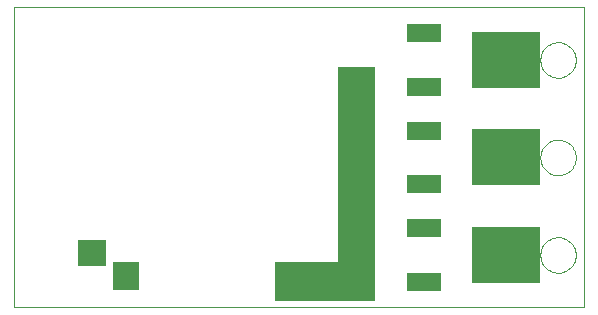
<source format=gbp>
G75*
G70*
%OFA0B0*%
%FSLAX24Y24*%
%IPPOS*%
%LPD*%
%AMOC8*
5,1,8,0,0,1.08239X$1,22.5*
%
%ADD10C,0.0000*%
%ADD11C,0.0001*%
%ADD12R,0.1181X0.0630*%
%ADD13R,0.2250X0.1900*%
%ADD14R,0.0500X0.0250*%
%ADD15R,0.0900X0.0960*%
%ADD16R,0.0250X0.0500*%
%ADD17R,0.0960X0.0900*%
D10*
X000140Y000450D02*
X000140Y010450D01*
X019140Y010450D01*
X019140Y000450D01*
X000140Y000450D01*
X008815Y000700D02*
X008815Y001950D01*
X010940Y001950D01*
X010940Y008450D01*
X012140Y008450D01*
X012140Y000700D01*
X008815Y000700D01*
X017674Y002200D02*
X017676Y002248D01*
X017682Y002296D01*
X017692Y002343D01*
X017705Y002389D01*
X017723Y002434D01*
X017743Y002478D01*
X017768Y002520D01*
X017796Y002559D01*
X017826Y002596D01*
X017860Y002630D01*
X017897Y002662D01*
X017935Y002691D01*
X017976Y002716D01*
X018019Y002738D01*
X018064Y002756D01*
X018110Y002770D01*
X018157Y002781D01*
X018205Y002788D01*
X018253Y002791D01*
X018301Y002790D01*
X018349Y002785D01*
X018397Y002776D01*
X018443Y002764D01*
X018488Y002747D01*
X018532Y002727D01*
X018574Y002704D01*
X018614Y002677D01*
X018652Y002647D01*
X018687Y002614D01*
X018719Y002578D01*
X018749Y002540D01*
X018775Y002499D01*
X018797Y002456D01*
X018817Y002412D01*
X018832Y002367D01*
X018844Y002320D01*
X018852Y002272D01*
X018856Y002224D01*
X018856Y002176D01*
X018852Y002128D01*
X018844Y002080D01*
X018832Y002033D01*
X018817Y001988D01*
X018797Y001944D01*
X018775Y001901D01*
X018749Y001860D01*
X018719Y001822D01*
X018687Y001786D01*
X018652Y001753D01*
X018614Y001723D01*
X018574Y001696D01*
X018532Y001673D01*
X018488Y001653D01*
X018443Y001636D01*
X018397Y001624D01*
X018349Y001615D01*
X018301Y001610D01*
X018253Y001609D01*
X018205Y001612D01*
X018157Y001619D01*
X018110Y001630D01*
X018064Y001644D01*
X018019Y001662D01*
X017976Y001684D01*
X017935Y001709D01*
X017897Y001738D01*
X017860Y001770D01*
X017826Y001804D01*
X017796Y001841D01*
X017768Y001880D01*
X017743Y001922D01*
X017723Y001966D01*
X017705Y002011D01*
X017692Y002057D01*
X017682Y002104D01*
X017676Y002152D01*
X017674Y002200D01*
X017674Y005450D02*
X017676Y005498D01*
X017682Y005546D01*
X017692Y005593D01*
X017705Y005639D01*
X017723Y005684D01*
X017743Y005728D01*
X017768Y005770D01*
X017796Y005809D01*
X017826Y005846D01*
X017860Y005880D01*
X017897Y005912D01*
X017935Y005941D01*
X017976Y005966D01*
X018019Y005988D01*
X018064Y006006D01*
X018110Y006020D01*
X018157Y006031D01*
X018205Y006038D01*
X018253Y006041D01*
X018301Y006040D01*
X018349Y006035D01*
X018397Y006026D01*
X018443Y006014D01*
X018488Y005997D01*
X018532Y005977D01*
X018574Y005954D01*
X018614Y005927D01*
X018652Y005897D01*
X018687Y005864D01*
X018719Y005828D01*
X018749Y005790D01*
X018775Y005749D01*
X018797Y005706D01*
X018817Y005662D01*
X018832Y005617D01*
X018844Y005570D01*
X018852Y005522D01*
X018856Y005474D01*
X018856Y005426D01*
X018852Y005378D01*
X018844Y005330D01*
X018832Y005283D01*
X018817Y005238D01*
X018797Y005194D01*
X018775Y005151D01*
X018749Y005110D01*
X018719Y005072D01*
X018687Y005036D01*
X018652Y005003D01*
X018614Y004973D01*
X018574Y004946D01*
X018532Y004923D01*
X018488Y004903D01*
X018443Y004886D01*
X018397Y004874D01*
X018349Y004865D01*
X018301Y004860D01*
X018253Y004859D01*
X018205Y004862D01*
X018157Y004869D01*
X018110Y004880D01*
X018064Y004894D01*
X018019Y004912D01*
X017976Y004934D01*
X017935Y004959D01*
X017897Y004988D01*
X017860Y005020D01*
X017826Y005054D01*
X017796Y005091D01*
X017768Y005130D01*
X017743Y005172D01*
X017723Y005216D01*
X017705Y005261D01*
X017692Y005307D01*
X017682Y005354D01*
X017676Y005402D01*
X017674Y005450D01*
X017674Y008700D02*
X017676Y008748D01*
X017682Y008796D01*
X017692Y008843D01*
X017705Y008889D01*
X017723Y008934D01*
X017743Y008978D01*
X017768Y009020D01*
X017796Y009059D01*
X017826Y009096D01*
X017860Y009130D01*
X017897Y009162D01*
X017935Y009191D01*
X017976Y009216D01*
X018019Y009238D01*
X018064Y009256D01*
X018110Y009270D01*
X018157Y009281D01*
X018205Y009288D01*
X018253Y009291D01*
X018301Y009290D01*
X018349Y009285D01*
X018397Y009276D01*
X018443Y009264D01*
X018488Y009247D01*
X018532Y009227D01*
X018574Y009204D01*
X018614Y009177D01*
X018652Y009147D01*
X018687Y009114D01*
X018719Y009078D01*
X018749Y009040D01*
X018775Y008999D01*
X018797Y008956D01*
X018817Y008912D01*
X018832Y008867D01*
X018844Y008820D01*
X018852Y008772D01*
X018856Y008724D01*
X018856Y008676D01*
X018852Y008628D01*
X018844Y008580D01*
X018832Y008533D01*
X018817Y008488D01*
X018797Y008444D01*
X018775Y008401D01*
X018749Y008360D01*
X018719Y008322D01*
X018687Y008286D01*
X018652Y008253D01*
X018614Y008223D01*
X018574Y008196D01*
X018532Y008173D01*
X018488Y008153D01*
X018443Y008136D01*
X018397Y008124D01*
X018349Y008115D01*
X018301Y008110D01*
X018253Y008109D01*
X018205Y008112D01*
X018157Y008119D01*
X018110Y008130D01*
X018064Y008144D01*
X018019Y008162D01*
X017976Y008184D01*
X017935Y008209D01*
X017897Y008238D01*
X017860Y008270D01*
X017826Y008304D01*
X017796Y008341D01*
X017768Y008380D01*
X017743Y008422D01*
X017723Y008466D01*
X017705Y008511D01*
X017692Y008557D01*
X017682Y008604D01*
X017676Y008652D01*
X017674Y008700D01*
D11*
X012140Y008449D02*
X010940Y008449D01*
X010940Y008448D02*
X012140Y008448D01*
X012140Y008447D02*
X010940Y008447D01*
X010940Y008446D02*
X012140Y008446D01*
X012140Y008445D02*
X010940Y008445D01*
X010940Y008444D02*
X012140Y008444D01*
X012140Y008443D02*
X010940Y008443D01*
X010940Y008442D02*
X012140Y008442D01*
X012140Y008441D02*
X010940Y008441D01*
X010940Y008440D02*
X012140Y008440D01*
X012140Y008439D02*
X010940Y008439D01*
X010940Y008438D02*
X012140Y008438D01*
X012140Y008437D02*
X010940Y008437D01*
X010940Y008436D02*
X012140Y008436D01*
X012140Y008435D02*
X010940Y008435D01*
X010940Y008434D02*
X012140Y008434D01*
X012140Y008433D02*
X010940Y008433D01*
X010940Y008432D02*
X012140Y008432D01*
X012140Y008431D02*
X010940Y008431D01*
X010940Y008430D02*
X012140Y008430D01*
X012140Y008429D02*
X010940Y008429D01*
X010940Y008428D02*
X012140Y008428D01*
X012140Y008427D02*
X010940Y008427D01*
X010940Y008426D02*
X012140Y008426D01*
X012140Y008425D02*
X010940Y008425D01*
X010940Y008424D02*
X012140Y008424D01*
X012140Y008423D02*
X010940Y008423D01*
X010940Y008422D02*
X012140Y008422D01*
X012140Y008421D02*
X010940Y008421D01*
X010940Y008420D02*
X012140Y008420D01*
X012140Y008419D02*
X010940Y008419D01*
X010940Y008418D02*
X012140Y008418D01*
X012140Y008417D02*
X010940Y008417D01*
X010940Y008416D02*
X012140Y008416D01*
X012140Y008415D02*
X010940Y008415D01*
X010940Y008414D02*
X012140Y008414D01*
X012140Y008413D02*
X010940Y008413D01*
X010940Y008412D02*
X012140Y008412D01*
X012140Y008411D02*
X010940Y008411D01*
X010940Y008410D02*
X012140Y008410D01*
X012140Y008409D02*
X010940Y008409D01*
X010940Y008408D02*
X012140Y008408D01*
X012140Y008407D02*
X010940Y008407D01*
X010940Y008406D02*
X012140Y008406D01*
X012140Y008405D02*
X010940Y008405D01*
X010940Y008404D02*
X012140Y008404D01*
X012140Y008403D02*
X010940Y008403D01*
X010940Y008402D02*
X012140Y008402D01*
X012140Y008401D02*
X010940Y008401D01*
X010940Y008400D02*
X012140Y008400D01*
X012140Y008399D02*
X010940Y008399D01*
X010940Y008398D02*
X012140Y008398D01*
X012140Y008397D02*
X010940Y008397D01*
X010940Y008396D02*
X012140Y008396D01*
X012140Y008395D02*
X010940Y008395D01*
X010940Y008394D02*
X012140Y008394D01*
X012140Y008393D02*
X010940Y008393D01*
X010940Y008392D02*
X012140Y008392D01*
X012140Y008391D02*
X010940Y008391D01*
X010940Y008390D02*
X012140Y008390D01*
X012140Y008389D02*
X010940Y008389D01*
X010940Y008388D02*
X012140Y008388D01*
X012140Y008387D02*
X010940Y008387D01*
X010940Y008386D02*
X012140Y008386D01*
X012140Y008385D02*
X010940Y008385D01*
X010940Y008384D02*
X012140Y008384D01*
X012140Y008383D02*
X010940Y008383D01*
X010940Y008382D02*
X012140Y008382D01*
X012140Y008381D02*
X010940Y008381D01*
X010940Y008380D02*
X012140Y008380D01*
X012140Y008379D02*
X010940Y008379D01*
X010940Y008378D02*
X012140Y008378D01*
X012140Y008377D02*
X010940Y008377D01*
X010940Y008376D02*
X012140Y008376D01*
X012140Y008375D02*
X010940Y008375D01*
X010940Y008374D02*
X012140Y008374D01*
X012140Y008373D02*
X010940Y008373D01*
X010940Y008372D02*
X012140Y008372D01*
X012140Y008371D02*
X010940Y008371D01*
X010940Y008370D02*
X012140Y008370D01*
X012140Y008369D02*
X010940Y008369D01*
X010940Y008368D02*
X012140Y008368D01*
X012140Y008367D02*
X010940Y008367D01*
X010940Y008366D02*
X012140Y008366D01*
X012140Y008365D02*
X010940Y008365D01*
X010940Y008364D02*
X012140Y008364D01*
X012140Y008363D02*
X010940Y008363D01*
X010940Y008362D02*
X012140Y008362D01*
X012140Y008361D02*
X010940Y008361D01*
X010940Y008360D02*
X012140Y008360D01*
X012140Y008359D02*
X010940Y008359D01*
X010940Y008358D02*
X012140Y008358D01*
X012140Y008357D02*
X010940Y008357D01*
X010940Y008356D02*
X012140Y008356D01*
X012140Y008355D02*
X010940Y008355D01*
X010940Y008354D02*
X012140Y008354D01*
X012140Y008353D02*
X010940Y008353D01*
X010940Y008352D02*
X012140Y008352D01*
X012140Y008351D02*
X010940Y008351D01*
X010940Y008350D02*
X012140Y008350D01*
X012140Y008349D02*
X010940Y008349D01*
X010940Y008348D02*
X012140Y008348D01*
X012140Y008347D02*
X010940Y008347D01*
X010940Y008346D02*
X012140Y008346D01*
X012140Y008345D02*
X010940Y008345D01*
X010940Y008344D02*
X012140Y008344D01*
X012140Y008343D02*
X010940Y008343D01*
X010940Y008342D02*
X012140Y008342D01*
X012140Y008341D02*
X010940Y008341D01*
X010940Y008340D02*
X012140Y008340D01*
X012140Y008339D02*
X010940Y008339D01*
X010940Y008338D02*
X012140Y008338D01*
X012140Y008337D02*
X010940Y008337D01*
X010940Y008336D02*
X012140Y008336D01*
X012140Y008335D02*
X010940Y008335D01*
X010940Y008334D02*
X012140Y008334D01*
X012140Y008333D02*
X010940Y008333D01*
X010940Y008332D02*
X012140Y008332D01*
X012140Y008331D02*
X010940Y008331D01*
X010940Y008330D02*
X012140Y008330D01*
X012140Y008329D02*
X010940Y008329D01*
X010940Y008328D02*
X012140Y008328D01*
X012140Y008327D02*
X010940Y008327D01*
X010940Y008326D02*
X012140Y008326D01*
X012140Y008325D02*
X010940Y008325D01*
X010940Y008324D02*
X012140Y008324D01*
X012140Y008323D02*
X010940Y008323D01*
X010940Y008322D02*
X012140Y008322D01*
X012140Y008321D02*
X010940Y008321D01*
X010940Y008320D02*
X012140Y008320D01*
X012140Y008319D02*
X010940Y008319D01*
X010940Y008318D02*
X012140Y008318D01*
X012140Y008317D02*
X010940Y008317D01*
X010940Y008316D02*
X012140Y008316D01*
X012140Y008315D02*
X010940Y008315D01*
X010940Y008314D02*
X012140Y008314D01*
X012140Y008313D02*
X010940Y008313D01*
X010940Y008312D02*
X012140Y008312D01*
X012140Y008311D02*
X010940Y008311D01*
X010940Y008310D02*
X012140Y008310D01*
X012140Y008309D02*
X010940Y008309D01*
X010940Y008308D02*
X012140Y008308D01*
X012140Y008307D02*
X010940Y008307D01*
X010940Y008306D02*
X012140Y008306D01*
X012140Y008305D02*
X010940Y008305D01*
X010940Y008304D02*
X012140Y008304D01*
X012140Y008303D02*
X010940Y008303D01*
X010940Y008302D02*
X012140Y008302D01*
X012140Y008301D02*
X010940Y008301D01*
X010940Y008300D02*
X012140Y008300D01*
X012140Y008299D02*
X010940Y008299D01*
X010940Y008298D02*
X012140Y008298D01*
X012140Y008297D02*
X010940Y008297D01*
X010940Y008296D02*
X012140Y008296D01*
X012140Y008295D02*
X010940Y008295D01*
X010940Y008294D02*
X012140Y008294D01*
X012140Y008293D02*
X010940Y008293D01*
X010940Y008292D02*
X012140Y008292D01*
X012140Y008291D02*
X010940Y008291D01*
X010940Y008290D02*
X012140Y008290D01*
X012140Y008289D02*
X010940Y008289D01*
X010940Y008288D02*
X012140Y008288D01*
X012140Y008287D02*
X010940Y008287D01*
X010940Y008286D02*
X012140Y008286D01*
X012140Y008285D02*
X010940Y008285D01*
X010940Y008284D02*
X012140Y008284D01*
X012140Y008283D02*
X010940Y008283D01*
X010940Y008282D02*
X012140Y008282D01*
X012140Y008281D02*
X010940Y008281D01*
X010940Y008280D02*
X012140Y008280D01*
X012140Y008279D02*
X010940Y008279D01*
X010940Y008278D02*
X012140Y008278D01*
X012140Y008277D02*
X010940Y008277D01*
X010940Y008276D02*
X012140Y008276D01*
X012140Y008275D02*
X010940Y008275D01*
X010940Y008274D02*
X012140Y008274D01*
X012140Y008273D02*
X010940Y008273D01*
X010940Y008272D02*
X012140Y008272D01*
X012140Y008271D02*
X010940Y008271D01*
X010940Y008270D02*
X012140Y008270D01*
X012140Y008269D02*
X010940Y008269D01*
X010940Y008268D02*
X012140Y008268D01*
X012140Y008267D02*
X010940Y008267D01*
X010940Y008266D02*
X012140Y008266D01*
X012140Y008265D02*
X010940Y008265D01*
X010940Y008264D02*
X012140Y008264D01*
X012140Y008263D02*
X010940Y008263D01*
X010940Y008262D02*
X012140Y008262D01*
X012140Y008261D02*
X010940Y008261D01*
X010940Y008260D02*
X012140Y008260D01*
X012140Y008259D02*
X010940Y008259D01*
X010940Y008258D02*
X012140Y008258D01*
X012140Y008257D02*
X010940Y008257D01*
X010940Y008256D02*
X012140Y008256D01*
X012140Y008255D02*
X010940Y008255D01*
X010940Y008254D02*
X012140Y008254D01*
X012140Y008253D02*
X010940Y008253D01*
X010940Y008252D02*
X012140Y008252D01*
X012140Y008251D02*
X010940Y008251D01*
X010940Y008250D02*
X012140Y008250D01*
X012140Y008249D02*
X010940Y008249D01*
X010940Y008248D02*
X012140Y008248D01*
X012140Y008247D02*
X010940Y008247D01*
X010940Y008246D02*
X012140Y008246D01*
X012140Y008245D02*
X010940Y008245D01*
X010940Y008244D02*
X012140Y008244D01*
X012140Y008243D02*
X010940Y008243D01*
X010940Y008242D02*
X012140Y008242D01*
X012140Y008241D02*
X010940Y008241D01*
X010940Y008240D02*
X012140Y008240D01*
X012140Y008239D02*
X010940Y008239D01*
X010940Y008238D02*
X012140Y008238D01*
X012140Y008237D02*
X010940Y008237D01*
X010940Y008236D02*
X012140Y008236D01*
X012140Y008235D02*
X010940Y008235D01*
X010940Y008234D02*
X012140Y008234D01*
X012140Y008233D02*
X010940Y008233D01*
X010940Y008232D02*
X012140Y008232D01*
X012140Y008231D02*
X010940Y008231D01*
X010940Y008230D02*
X012140Y008230D01*
X012140Y008229D02*
X010940Y008229D01*
X010940Y008228D02*
X012140Y008228D01*
X012140Y008227D02*
X010940Y008227D01*
X010940Y008226D02*
X012140Y008226D01*
X012140Y008225D02*
X010940Y008225D01*
X010940Y008224D02*
X012140Y008224D01*
X012140Y008223D02*
X010940Y008223D01*
X010940Y008222D02*
X012140Y008222D01*
X012140Y008221D02*
X010940Y008221D01*
X010940Y008220D02*
X012140Y008220D01*
X012140Y008219D02*
X010940Y008219D01*
X010940Y008218D02*
X012140Y008218D01*
X012140Y008217D02*
X010940Y008217D01*
X010940Y008216D02*
X012140Y008216D01*
X012140Y008215D02*
X010940Y008215D01*
X010940Y008214D02*
X012140Y008214D01*
X012140Y008213D02*
X010940Y008213D01*
X010940Y008212D02*
X012140Y008212D01*
X012140Y008211D02*
X010940Y008211D01*
X010940Y008210D02*
X012140Y008210D01*
X012140Y008209D02*
X010940Y008209D01*
X010940Y008208D02*
X012140Y008208D01*
X012140Y008207D02*
X010940Y008207D01*
X010940Y008206D02*
X012140Y008206D01*
X012140Y008205D02*
X010940Y008205D01*
X010940Y008204D02*
X012140Y008204D01*
X012140Y008203D02*
X010940Y008203D01*
X010940Y008202D02*
X012140Y008202D01*
X012140Y008201D02*
X010940Y008201D01*
X010940Y008200D02*
X012140Y008200D01*
X012140Y008199D02*
X010940Y008199D01*
X010940Y008198D02*
X012140Y008198D01*
X012140Y008197D02*
X010940Y008197D01*
X010940Y008196D02*
X012140Y008196D01*
X012140Y008195D02*
X010940Y008195D01*
X010940Y008194D02*
X012140Y008194D01*
X012140Y008193D02*
X010940Y008193D01*
X010940Y008192D02*
X012140Y008192D01*
X012140Y008191D02*
X010940Y008191D01*
X010940Y008190D02*
X012140Y008190D01*
X012140Y008189D02*
X010940Y008189D01*
X010940Y008188D02*
X012140Y008188D01*
X012140Y008187D02*
X010940Y008187D01*
X010940Y008186D02*
X012140Y008186D01*
X012140Y008185D02*
X010940Y008185D01*
X010940Y008184D02*
X012140Y008184D01*
X012140Y008183D02*
X010940Y008183D01*
X010940Y008182D02*
X012140Y008182D01*
X012140Y008181D02*
X010940Y008181D01*
X010940Y008180D02*
X012140Y008180D01*
X012140Y008179D02*
X010940Y008179D01*
X010940Y008178D02*
X012140Y008178D01*
X012140Y008177D02*
X010940Y008177D01*
X010940Y008176D02*
X012140Y008176D01*
X012140Y008175D02*
X010940Y008175D01*
X010940Y008174D02*
X012140Y008174D01*
X012140Y008173D02*
X010940Y008173D01*
X010940Y008172D02*
X012140Y008172D01*
X012140Y008171D02*
X010940Y008171D01*
X010940Y008170D02*
X012140Y008170D01*
X012140Y008169D02*
X010940Y008169D01*
X010940Y008168D02*
X012140Y008168D01*
X012140Y008167D02*
X010940Y008167D01*
X010940Y008166D02*
X012140Y008166D01*
X012140Y008165D02*
X010940Y008165D01*
X010940Y008164D02*
X012140Y008164D01*
X012140Y008163D02*
X010940Y008163D01*
X010940Y008162D02*
X012140Y008162D01*
X012140Y008161D02*
X010940Y008161D01*
X010940Y008160D02*
X012140Y008160D01*
X012140Y008159D02*
X010940Y008159D01*
X010940Y008158D02*
X012140Y008158D01*
X012140Y008157D02*
X010940Y008157D01*
X010940Y008156D02*
X012140Y008156D01*
X012140Y008155D02*
X010940Y008155D01*
X010940Y008154D02*
X012140Y008154D01*
X012140Y008153D02*
X010940Y008153D01*
X010940Y008152D02*
X012140Y008152D01*
X012140Y008151D02*
X010940Y008151D01*
X010940Y008150D02*
X012140Y008150D01*
X012140Y008149D02*
X010940Y008149D01*
X010940Y008148D02*
X012140Y008148D01*
X012140Y008147D02*
X010940Y008147D01*
X010940Y008146D02*
X012140Y008146D01*
X012140Y008145D02*
X010940Y008145D01*
X010940Y008144D02*
X012140Y008144D01*
X012140Y008143D02*
X010940Y008143D01*
X010940Y008142D02*
X012140Y008142D01*
X012140Y008141D02*
X010940Y008141D01*
X010940Y008140D02*
X012140Y008140D01*
X012140Y008139D02*
X010940Y008139D01*
X010940Y008138D02*
X012140Y008138D01*
X012140Y008137D02*
X010940Y008137D01*
X010940Y008136D02*
X012140Y008136D01*
X012140Y008135D02*
X010940Y008135D01*
X010940Y008134D02*
X012140Y008134D01*
X012140Y008133D02*
X010940Y008133D01*
X010940Y008132D02*
X012140Y008132D01*
X012140Y008131D02*
X010940Y008131D01*
X010940Y008130D02*
X012140Y008130D01*
X012140Y008129D02*
X010940Y008129D01*
X010940Y008128D02*
X012140Y008128D01*
X012140Y008127D02*
X010940Y008127D01*
X010940Y008126D02*
X012140Y008126D01*
X012140Y008125D02*
X010940Y008125D01*
X010940Y008124D02*
X012140Y008124D01*
X012140Y008123D02*
X010940Y008123D01*
X010940Y008122D02*
X012140Y008122D01*
X012140Y008121D02*
X010940Y008121D01*
X010940Y008120D02*
X012140Y008120D01*
X012140Y008119D02*
X010940Y008119D01*
X010940Y008118D02*
X012140Y008118D01*
X012140Y008117D02*
X010940Y008117D01*
X010940Y008116D02*
X012140Y008116D01*
X012140Y008115D02*
X010940Y008115D01*
X010940Y008114D02*
X012140Y008114D01*
X012140Y008113D02*
X010940Y008113D01*
X010940Y008112D02*
X012140Y008112D01*
X012140Y008111D02*
X010940Y008111D01*
X010940Y008110D02*
X012140Y008110D01*
X012140Y008109D02*
X010940Y008109D01*
X010940Y008108D02*
X012140Y008108D01*
X012140Y008107D02*
X010940Y008107D01*
X010940Y008106D02*
X012140Y008106D01*
X012140Y008105D02*
X010940Y008105D01*
X010940Y008104D02*
X012140Y008104D01*
X012140Y008103D02*
X010940Y008103D01*
X010940Y008102D02*
X012140Y008102D01*
X012140Y008101D02*
X010940Y008101D01*
X010940Y008100D02*
X012140Y008100D01*
X012140Y008099D02*
X010940Y008099D01*
X010940Y008098D02*
X012140Y008098D01*
X012140Y008097D02*
X010940Y008097D01*
X010940Y008096D02*
X012140Y008096D01*
X012140Y008095D02*
X010940Y008095D01*
X010940Y008094D02*
X012140Y008094D01*
X012140Y008093D02*
X010940Y008093D01*
X010940Y008092D02*
X012140Y008092D01*
X012140Y008091D02*
X010940Y008091D01*
X010940Y008090D02*
X012140Y008090D01*
X012140Y008089D02*
X010940Y008089D01*
X010940Y008088D02*
X012140Y008088D01*
X012140Y008087D02*
X010940Y008087D01*
X010940Y008086D02*
X012140Y008086D01*
X012140Y008085D02*
X010940Y008085D01*
X010940Y008084D02*
X012140Y008084D01*
X012140Y008083D02*
X010940Y008083D01*
X010940Y008082D02*
X012140Y008082D01*
X012140Y008081D02*
X010940Y008081D01*
X010940Y008080D02*
X012140Y008080D01*
X012140Y008079D02*
X010940Y008079D01*
X010940Y008078D02*
X012140Y008078D01*
X012140Y008077D02*
X010940Y008077D01*
X010940Y008076D02*
X012140Y008076D01*
X012140Y008075D02*
X010940Y008075D01*
X010940Y008074D02*
X012140Y008074D01*
X012140Y008073D02*
X010940Y008073D01*
X010940Y008072D02*
X012140Y008072D01*
X012140Y008071D02*
X010940Y008071D01*
X010940Y008070D02*
X012140Y008070D01*
X012140Y008069D02*
X010940Y008069D01*
X010940Y008068D02*
X012140Y008068D01*
X012140Y008067D02*
X010940Y008067D01*
X010940Y008066D02*
X012140Y008066D01*
X012140Y008065D02*
X010940Y008065D01*
X010940Y008064D02*
X012140Y008064D01*
X012140Y008063D02*
X010940Y008063D01*
X012140Y008063D01*
X012140Y008062D02*
X010940Y008062D01*
X010940Y008061D02*
X012140Y008061D01*
X012140Y008060D02*
X010940Y008060D01*
X010940Y008059D02*
X012140Y008059D01*
X012140Y008058D02*
X010940Y008058D01*
X010940Y008057D02*
X012140Y008057D01*
X012140Y008056D02*
X010940Y008056D01*
X010940Y008055D02*
X012140Y008055D01*
X012140Y008054D02*
X010940Y008054D01*
X010940Y008053D02*
X012140Y008053D01*
X012140Y008052D02*
X010940Y008052D01*
X010940Y008051D02*
X012140Y008051D01*
X012140Y008050D02*
X010940Y008050D01*
X010940Y008049D02*
X012140Y008049D01*
X012140Y008048D02*
X010940Y008048D01*
X010940Y008047D02*
X012140Y008047D01*
X012140Y008046D02*
X010940Y008046D01*
X010940Y008045D02*
X012140Y008045D01*
X012140Y008044D02*
X010940Y008044D01*
X010940Y008043D02*
X012140Y008043D01*
X012140Y008042D02*
X010940Y008042D01*
X010940Y008041D02*
X012140Y008041D01*
X012140Y008040D02*
X010940Y008040D01*
X010940Y008039D02*
X012140Y008039D01*
X012140Y008038D02*
X010940Y008038D01*
X010940Y008037D02*
X012140Y008037D01*
X012140Y008036D02*
X010940Y008036D01*
X010940Y008035D02*
X012140Y008035D01*
X012140Y008034D02*
X010940Y008034D01*
X010940Y008033D02*
X012140Y008033D01*
X012140Y008032D02*
X010940Y008032D01*
X010940Y008031D02*
X012140Y008031D01*
X012140Y008030D02*
X010940Y008030D01*
X010940Y008029D02*
X012140Y008029D01*
X012140Y008028D02*
X010940Y008028D01*
X010940Y008027D02*
X012140Y008027D01*
X012140Y008026D02*
X010940Y008026D01*
X010940Y008025D02*
X012140Y008025D01*
X012140Y008024D02*
X010940Y008024D01*
X010940Y008023D02*
X012140Y008023D01*
X012140Y008022D02*
X010940Y008022D01*
X010940Y008021D02*
X012140Y008021D01*
X012140Y008020D02*
X010940Y008020D01*
X010940Y008019D02*
X012140Y008019D01*
X012140Y008018D02*
X010940Y008018D01*
X010940Y008017D02*
X012140Y008017D01*
X012140Y008016D02*
X010940Y008016D01*
X010940Y008015D02*
X012140Y008015D01*
X012140Y008014D02*
X010940Y008014D01*
X010940Y008013D02*
X012140Y008013D01*
X012140Y008012D02*
X010940Y008012D01*
X010940Y008011D02*
X012140Y008011D01*
X012140Y008010D02*
X010940Y008010D01*
X010940Y008009D02*
X012140Y008009D01*
X012140Y008008D02*
X010940Y008008D01*
X010940Y008007D02*
X012140Y008007D01*
X012140Y008006D02*
X010940Y008006D01*
X010940Y008005D02*
X012140Y008005D01*
X012140Y008004D02*
X010940Y008004D01*
X010940Y008003D02*
X012140Y008003D01*
X012140Y008002D02*
X010940Y008002D01*
X010940Y008001D02*
X012140Y008001D01*
X012140Y008000D02*
X010940Y008000D01*
X010940Y007999D02*
X012140Y007999D01*
X012140Y007998D02*
X010940Y007998D01*
X010940Y007997D02*
X012140Y007997D01*
X012140Y007996D02*
X010940Y007996D01*
X010940Y007995D02*
X012140Y007995D01*
X012140Y007994D02*
X010940Y007994D01*
X010940Y007993D02*
X012140Y007993D01*
X012140Y007992D02*
X010940Y007992D01*
X010940Y007991D02*
X012140Y007991D01*
X012140Y007990D02*
X010940Y007990D01*
X010940Y007989D02*
X012140Y007989D01*
X012140Y007988D02*
X010940Y007988D01*
X010940Y007987D02*
X012140Y007987D01*
X012140Y007986D02*
X010940Y007986D01*
X010940Y007985D02*
X012140Y007985D01*
X012140Y007984D02*
X010940Y007984D01*
X010940Y007983D02*
X012140Y007983D01*
X012140Y007982D02*
X010940Y007982D01*
X010940Y007981D02*
X012140Y007981D01*
X012140Y007980D02*
X010940Y007980D01*
X010940Y007979D02*
X012140Y007979D01*
X012140Y007978D02*
X010940Y007978D01*
X010940Y007977D02*
X012140Y007977D01*
X012140Y007976D02*
X010940Y007976D01*
X010940Y007975D02*
X012140Y007975D01*
X012140Y007974D02*
X010940Y007974D01*
X010940Y007973D02*
X012140Y007973D01*
X012140Y007972D02*
X010940Y007972D01*
X010940Y007971D02*
X012140Y007971D01*
X012140Y007970D02*
X010940Y007970D01*
X010940Y007969D02*
X012140Y007969D01*
X012140Y007968D02*
X010940Y007968D01*
X010940Y007967D02*
X012140Y007967D01*
X012140Y007966D02*
X010940Y007966D01*
X010940Y007965D02*
X012140Y007965D01*
X012140Y007964D02*
X010940Y007964D01*
X010940Y007963D02*
X012140Y007963D01*
X012140Y007962D02*
X010940Y007962D01*
X010940Y007961D02*
X012140Y007961D01*
X012140Y007960D02*
X010940Y007960D01*
X010940Y007959D02*
X012140Y007959D01*
X012140Y007958D02*
X010940Y007958D01*
X010940Y007957D02*
X012140Y007957D01*
X012140Y007956D02*
X010940Y007956D01*
X010940Y007955D02*
X012140Y007955D01*
X012140Y007954D02*
X010940Y007954D01*
X010940Y007953D02*
X012140Y007953D01*
X012140Y007952D02*
X010940Y007952D01*
X010940Y007951D02*
X012140Y007951D01*
X012140Y007950D02*
X010940Y007950D01*
X010940Y007949D02*
X012140Y007949D01*
X012140Y007948D02*
X010940Y007948D01*
X010940Y007947D02*
X012140Y007947D01*
X012140Y007946D02*
X010940Y007946D01*
X010940Y007945D02*
X012140Y007945D01*
X012140Y007944D02*
X010940Y007944D01*
X010940Y007943D02*
X012140Y007943D01*
X012140Y007942D02*
X010940Y007942D01*
X010940Y007941D02*
X012140Y007941D01*
X012140Y007940D02*
X010940Y007940D01*
X010940Y007939D02*
X012140Y007939D01*
X012140Y007938D02*
X010940Y007938D01*
X010940Y007937D02*
X012140Y007937D01*
X012140Y007936D02*
X010940Y007936D01*
X010940Y007935D02*
X012140Y007935D01*
X012140Y007934D02*
X010940Y007934D01*
X010940Y007933D02*
X012140Y007933D01*
X012140Y007932D02*
X010940Y007932D01*
X010940Y007931D02*
X012140Y007931D01*
X012140Y007930D02*
X010940Y007930D01*
X010940Y007929D02*
X012140Y007929D01*
X012140Y007928D02*
X010940Y007928D01*
X010940Y007927D02*
X012140Y007927D01*
X012140Y007926D02*
X010940Y007926D01*
X010940Y007925D02*
X012140Y007925D01*
X012140Y007924D02*
X010940Y007924D01*
X010940Y007923D02*
X012140Y007923D01*
X012140Y007922D02*
X010940Y007922D01*
X010940Y007921D02*
X012140Y007921D01*
X012140Y007920D02*
X010940Y007920D01*
X010940Y007919D02*
X012140Y007919D01*
X012140Y007918D02*
X010940Y007918D01*
X010940Y007917D02*
X012140Y007917D01*
X012140Y007916D02*
X010940Y007916D01*
X010940Y007915D02*
X012140Y007915D01*
X012140Y007914D02*
X010940Y007914D01*
X010940Y007913D02*
X012140Y007913D01*
X012140Y007912D02*
X010940Y007912D01*
X010940Y007911D02*
X012140Y007911D01*
X012140Y007910D02*
X010940Y007910D01*
X010940Y007909D02*
X012140Y007909D01*
X012140Y007908D02*
X010940Y007908D01*
X010940Y007907D02*
X012140Y007907D01*
X012140Y007906D02*
X010940Y007906D01*
X010940Y007905D02*
X012140Y007905D01*
X012140Y007904D02*
X010940Y007904D01*
X010940Y007903D02*
X012140Y007903D01*
X012140Y007902D02*
X010940Y007902D01*
X010940Y007901D02*
X012140Y007901D01*
X012140Y007900D02*
X010940Y007900D01*
X010940Y007899D02*
X012140Y007899D01*
X012140Y007898D02*
X010940Y007898D01*
X010940Y007897D02*
X012140Y007897D01*
X012140Y007896D02*
X010940Y007896D01*
X010940Y007895D02*
X012140Y007895D01*
X012140Y007894D02*
X010940Y007894D01*
X010940Y007893D02*
X012140Y007893D01*
X012140Y007892D02*
X010940Y007892D01*
X010940Y007891D02*
X012140Y007891D01*
X012140Y007890D02*
X010940Y007890D01*
X010940Y007889D02*
X012140Y007889D01*
X012140Y007888D02*
X010940Y007888D01*
X010940Y007887D02*
X012140Y007887D01*
X012140Y007886D02*
X010940Y007886D01*
X010940Y007885D02*
X012140Y007885D01*
X012140Y007884D02*
X010940Y007884D01*
X010940Y007883D02*
X012140Y007883D01*
X012140Y007882D02*
X010940Y007882D01*
X010940Y007881D02*
X012140Y007881D01*
X012140Y007880D02*
X010940Y007880D01*
X010940Y007879D02*
X012140Y007879D01*
X012140Y007878D02*
X010940Y007878D01*
X010940Y007877D02*
X012140Y007877D01*
X012140Y007876D02*
X010940Y007876D01*
X010940Y007875D02*
X012140Y007875D01*
X012140Y007874D02*
X010940Y007874D01*
X010940Y007873D02*
X012140Y007873D01*
X012140Y007872D02*
X010940Y007872D01*
X010940Y007871D02*
X012140Y007871D01*
X012140Y007870D02*
X010940Y007870D01*
X010940Y007869D02*
X012140Y007869D01*
X012140Y007868D02*
X010940Y007868D01*
X010940Y007867D02*
X012140Y007867D01*
X012140Y007866D02*
X010940Y007866D01*
X010940Y007865D02*
X012140Y007865D01*
X012140Y007864D02*
X010940Y007864D01*
X010940Y007863D02*
X012140Y007863D01*
X012140Y007862D02*
X010940Y007862D01*
X010940Y007861D02*
X012140Y007861D01*
X012140Y007860D02*
X010940Y007860D01*
X010940Y007859D02*
X012140Y007859D01*
X012140Y007858D02*
X010940Y007858D01*
X010940Y007857D02*
X012140Y007857D01*
X012140Y007856D02*
X010940Y007856D01*
X010940Y007855D02*
X012140Y007855D01*
X012140Y007854D02*
X010940Y007854D01*
X010940Y007853D02*
X012140Y007853D01*
X012140Y007852D02*
X010940Y007852D01*
X010940Y007851D02*
X012140Y007851D01*
X012140Y007850D02*
X010940Y007850D01*
X010940Y007849D02*
X012140Y007849D01*
X012140Y007848D02*
X010940Y007848D01*
X010940Y007847D02*
X012140Y007847D01*
X012140Y007846D02*
X010940Y007846D01*
X010940Y007845D02*
X012140Y007845D01*
X012140Y007844D02*
X010940Y007844D01*
X010940Y007843D02*
X012140Y007843D01*
X012140Y007842D02*
X010940Y007842D01*
X010940Y007841D02*
X012140Y007841D01*
X012140Y007840D02*
X010940Y007840D01*
X010940Y007839D02*
X012140Y007839D01*
X012140Y007838D02*
X010940Y007838D01*
X010940Y007837D02*
X012140Y007837D01*
X012140Y007836D02*
X010940Y007836D01*
X010940Y007835D02*
X012140Y007835D01*
X012140Y007834D02*
X010940Y007834D01*
X010940Y007833D02*
X012140Y007833D01*
X012140Y007832D02*
X010940Y007832D01*
X010940Y007831D02*
X012140Y007831D01*
X012140Y007830D02*
X010940Y007830D01*
X010940Y007829D02*
X012140Y007829D01*
X012140Y007828D02*
X010940Y007828D01*
X010940Y007827D02*
X012140Y007827D01*
X012140Y007826D02*
X010940Y007826D01*
X010940Y007825D02*
X012140Y007825D01*
X012140Y007824D02*
X010940Y007824D01*
X010940Y007823D02*
X012140Y007823D01*
X012140Y007822D02*
X010940Y007822D01*
X010940Y007821D02*
X012140Y007821D01*
X012140Y007820D02*
X010940Y007820D01*
X010940Y007819D02*
X012140Y007819D01*
X012140Y007818D02*
X010940Y007818D01*
X010940Y007817D02*
X012140Y007817D01*
X012140Y007816D02*
X010940Y007816D01*
X010940Y007815D02*
X012140Y007815D01*
X012140Y007814D02*
X010940Y007814D01*
X010940Y007813D02*
X012140Y007813D01*
X012140Y007812D02*
X010940Y007812D01*
X010940Y007811D02*
X012140Y007811D01*
X012140Y007810D02*
X010940Y007810D01*
X010940Y007809D02*
X012140Y007809D01*
X012140Y007808D02*
X010940Y007808D01*
X010940Y007807D02*
X012140Y007807D01*
X012140Y007806D02*
X010940Y007806D01*
X010940Y007805D02*
X012140Y007805D01*
X012140Y007804D02*
X010940Y007804D01*
X010940Y007803D02*
X012140Y007803D01*
X012140Y007802D02*
X010940Y007802D01*
X010940Y007801D02*
X012140Y007801D01*
X012140Y007800D02*
X010940Y007800D01*
X010940Y007799D02*
X012140Y007799D01*
X012140Y007798D02*
X010940Y007798D01*
X010940Y007797D02*
X012140Y007797D01*
X012140Y007796D02*
X010940Y007796D01*
X010940Y007795D02*
X012140Y007795D01*
X012140Y007794D02*
X010940Y007794D01*
X010940Y007793D02*
X012140Y007793D01*
X012140Y007792D02*
X010940Y007792D01*
X010940Y007791D02*
X012140Y007791D01*
X012140Y007790D02*
X010940Y007790D01*
X010940Y007789D02*
X012140Y007789D01*
X012140Y007788D02*
X010940Y007788D01*
X010940Y007787D02*
X012140Y007787D01*
X012140Y007786D02*
X010940Y007786D01*
X010940Y007785D02*
X012140Y007785D01*
X012140Y007784D02*
X010940Y007784D01*
X010940Y007783D02*
X012140Y007783D01*
X012140Y007782D02*
X010940Y007782D01*
X010940Y007781D02*
X012140Y007781D01*
X012140Y007780D02*
X010940Y007780D01*
X010940Y007779D02*
X012140Y007779D01*
X012140Y007778D02*
X010940Y007778D01*
X010940Y007777D02*
X012140Y007777D01*
X012140Y007776D02*
X010940Y007776D01*
X010940Y007775D02*
X012140Y007775D01*
X012140Y007774D02*
X010940Y007774D01*
X010940Y007773D02*
X012140Y007773D01*
X012140Y007772D02*
X010940Y007772D01*
X010940Y007771D02*
X012140Y007771D01*
X012140Y007770D02*
X010940Y007770D01*
X010940Y007769D02*
X012140Y007769D01*
X012140Y007768D02*
X010940Y007768D01*
X010940Y007767D02*
X012140Y007767D01*
X012140Y007766D02*
X010940Y007766D01*
X010940Y007765D02*
X012140Y007765D01*
X012140Y007764D02*
X010940Y007764D01*
X010940Y007763D02*
X012140Y007763D01*
X012140Y007762D02*
X010940Y007762D01*
X010940Y007761D02*
X012140Y007761D01*
X012140Y007760D02*
X010940Y007760D01*
X010940Y007759D02*
X012140Y007759D01*
X012140Y007758D02*
X010940Y007758D01*
X010940Y007757D02*
X012140Y007757D01*
X012140Y007756D02*
X010940Y007756D01*
X010940Y007755D02*
X012140Y007755D01*
X012140Y007754D02*
X010940Y007754D01*
X010940Y007753D02*
X012140Y007753D01*
X012140Y007752D02*
X010940Y007752D01*
X010940Y007751D02*
X012140Y007751D01*
X012140Y007750D02*
X010940Y007750D01*
X010940Y007749D02*
X012140Y007749D01*
X012140Y007748D02*
X010940Y007748D01*
X010940Y007747D02*
X012140Y007747D01*
X012140Y007746D02*
X010940Y007746D01*
X010940Y007745D02*
X012140Y007745D01*
X012140Y007744D02*
X010940Y007744D01*
X010940Y007743D02*
X012140Y007743D01*
X012140Y007742D02*
X010940Y007742D01*
X010940Y007741D02*
X012140Y007741D01*
X012140Y007740D02*
X010940Y007740D01*
X010940Y007739D02*
X012140Y007739D01*
X012140Y007738D02*
X010940Y007738D01*
X010940Y007737D02*
X012140Y007737D01*
X012140Y007736D02*
X010940Y007736D01*
X010940Y007735D02*
X012140Y007735D01*
X012140Y007734D02*
X010940Y007734D01*
X010940Y007733D02*
X012140Y007733D01*
X012140Y007732D02*
X010940Y007732D01*
X010940Y007731D02*
X012140Y007731D01*
X012140Y007730D02*
X010940Y007730D01*
X010940Y007729D02*
X012140Y007729D01*
X012140Y007728D02*
X010940Y007728D01*
X010940Y007727D02*
X012140Y007727D01*
X012140Y007726D02*
X010940Y007726D01*
X010940Y007725D02*
X012140Y007725D01*
X012140Y007724D02*
X010940Y007724D01*
X010940Y007723D02*
X012140Y007723D01*
X012140Y007722D02*
X010940Y007722D01*
X010940Y007721D02*
X012140Y007721D01*
X012140Y007720D02*
X010940Y007720D01*
X010940Y007719D02*
X012140Y007719D01*
X012140Y007718D02*
X010940Y007718D01*
X010940Y007717D02*
X012140Y007717D01*
X012140Y007716D02*
X010940Y007716D01*
X010940Y007715D02*
X012140Y007715D01*
X012140Y007714D02*
X010940Y007714D01*
X010940Y007713D02*
X012140Y007713D01*
X012140Y007712D02*
X010940Y007712D01*
X010940Y007711D02*
X012140Y007711D01*
X012140Y007710D02*
X010940Y007710D01*
X010940Y007709D02*
X012140Y007709D01*
X012140Y007708D02*
X010940Y007708D01*
X010940Y007707D02*
X012140Y007707D01*
X012140Y007706D02*
X010940Y007706D01*
X010940Y007705D02*
X012140Y007705D01*
X012140Y007704D02*
X010940Y007704D01*
X010940Y007703D02*
X012140Y007703D01*
X012140Y007702D02*
X010940Y007702D01*
X010940Y007701D02*
X012140Y007701D01*
X012140Y007700D02*
X010940Y007700D01*
X010940Y007699D02*
X012140Y007699D01*
X012140Y007698D02*
X010940Y007698D01*
X010940Y007697D02*
X012140Y007697D01*
X012140Y007696D02*
X010940Y007696D01*
X010940Y007695D02*
X012140Y007695D01*
X012140Y007694D02*
X010940Y007694D01*
X010940Y007693D02*
X012140Y007693D01*
X012140Y007692D02*
X010940Y007692D01*
X010940Y007691D02*
X012140Y007691D01*
X012140Y007690D02*
X010940Y007690D01*
X010940Y007689D02*
X012140Y007689D01*
X012140Y007688D02*
X010940Y007688D01*
X010940Y007687D02*
X012140Y007687D01*
X012140Y007686D02*
X010940Y007686D01*
X010940Y007685D02*
X012140Y007685D01*
X012140Y007684D02*
X010940Y007684D01*
X010940Y007683D02*
X012140Y007683D01*
X012140Y007682D02*
X010940Y007682D01*
X010940Y007681D02*
X012140Y007681D01*
X012140Y007680D02*
X010940Y007680D01*
X010940Y007679D02*
X012140Y007679D01*
X012140Y007678D02*
X010940Y007678D01*
X010940Y007677D02*
X012140Y007677D01*
X012140Y007676D02*
X010940Y007676D01*
X010940Y007675D02*
X012140Y007675D01*
X012140Y007674D02*
X010940Y007674D01*
X010940Y007673D02*
X012140Y007673D01*
X012140Y007672D02*
X010940Y007672D01*
X010940Y007671D02*
X012140Y007671D01*
X012140Y007670D02*
X010940Y007670D01*
X010940Y007669D02*
X012140Y007669D01*
X012140Y007668D02*
X010940Y007668D01*
X010940Y007667D02*
X012140Y007667D01*
X012140Y007666D02*
X010940Y007666D01*
X010940Y007665D02*
X012140Y007665D01*
X012140Y007664D02*
X010940Y007664D01*
X010940Y007663D02*
X012140Y007663D01*
X012140Y007662D02*
X010940Y007662D01*
X010940Y007661D02*
X012140Y007661D01*
X012140Y007660D02*
X010940Y007660D01*
X010940Y007659D02*
X012140Y007659D01*
X012140Y007658D02*
X010940Y007658D01*
X010940Y007657D02*
X012140Y007657D01*
X012140Y007656D02*
X010940Y007656D01*
X010940Y007655D02*
X012140Y007655D01*
X012140Y007654D02*
X010940Y007654D01*
X010940Y007653D02*
X012140Y007653D01*
X012140Y007652D02*
X010940Y007652D01*
X010940Y007651D02*
X012140Y007651D01*
X012140Y007650D02*
X010940Y007650D01*
X010940Y007649D02*
X012140Y007649D01*
X012140Y007648D02*
X010940Y007648D01*
X010940Y007647D02*
X012140Y007647D01*
X012140Y007646D02*
X010940Y007646D01*
X010940Y007645D02*
X012140Y007645D01*
X012140Y007644D02*
X010940Y007644D01*
X010940Y007643D02*
X012140Y007643D01*
X012140Y007642D02*
X010940Y007642D01*
X010940Y007641D02*
X012140Y007641D01*
X012140Y007640D02*
X010940Y007640D01*
X010940Y007639D02*
X012140Y007639D01*
X012140Y007638D02*
X010940Y007638D01*
X010940Y007637D02*
X012140Y007637D01*
X012140Y007636D02*
X010940Y007636D01*
X010940Y007635D02*
X012140Y007635D01*
X012140Y007634D02*
X010940Y007634D01*
X010940Y007633D02*
X012140Y007633D01*
X012140Y007632D02*
X010940Y007632D01*
X010940Y007631D02*
X012140Y007631D01*
X012140Y007630D02*
X010940Y007630D01*
X010940Y007629D02*
X012140Y007629D01*
X012140Y007628D02*
X010940Y007628D01*
X010940Y007627D02*
X012140Y007627D01*
X012140Y007626D02*
X010940Y007626D01*
X010940Y007625D02*
X012140Y007625D01*
X012140Y007624D02*
X010940Y007624D01*
X010940Y007623D02*
X012140Y007623D01*
X012140Y007622D02*
X010940Y007622D01*
X010940Y007621D02*
X012140Y007621D01*
X012140Y007620D02*
X010940Y007620D01*
X010940Y007619D02*
X012140Y007619D01*
X012140Y007618D02*
X010940Y007618D01*
X010940Y007617D02*
X012140Y007617D01*
X012140Y007616D02*
X010940Y007616D01*
X010940Y007615D02*
X012140Y007615D01*
X012140Y007614D02*
X010940Y007614D01*
X010940Y007613D02*
X012140Y007613D01*
X012140Y007612D02*
X010940Y007612D01*
X010940Y007611D02*
X012140Y007611D01*
X012140Y007610D02*
X010940Y007610D01*
X010940Y007609D02*
X012140Y007609D01*
X012140Y007608D02*
X010940Y007608D01*
X010940Y007607D02*
X012140Y007607D01*
X012140Y007606D02*
X010940Y007606D01*
X010940Y007605D02*
X012140Y007605D01*
X012140Y007604D02*
X010940Y007604D01*
X010940Y007603D02*
X012140Y007603D01*
X012140Y007602D02*
X010940Y007602D01*
X010940Y007601D02*
X012140Y007601D01*
X012140Y007600D02*
X010940Y007600D01*
X010940Y007599D02*
X012140Y007599D01*
X012140Y007598D02*
X010940Y007598D01*
X010940Y007597D02*
X012140Y007597D01*
X012140Y007596D02*
X010940Y007596D01*
X010940Y007595D02*
X012140Y007595D01*
X012140Y007594D02*
X010940Y007594D01*
X010940Y007593D02*
X012140Y007593D01*
X012140Y007592D02*
X010940Y007592D01*
X010940Y007591D02*
X012140Y007591D01*
X012140Y007590D02*
X010940Y007590D01*
X010940Y007589D02*
X012140Y007589D01*
X012140Y007588D02*
X010940Y007588D01*
X010940Y007587D02*
X012140Y007587D01*
X012140Y007586D02*
X010940Y007586D01*
X010940Y007585D02*
X012140Y007585D01*
X012140Y007584D02*
X010940Y007584D01*
X010940Y007583D02*
X012140Y007583D01*
X012140Y007582D02*
X010940Y007582D01*
X010940Y007581D02*
X012140Y007581D01*
X012140Y007580D02*
X010940Y007580D01*
X010940Y007579D02*
X012140Y007579D01*
X012140Y007578D02*
X010940Y007578D01*
X010940Y007577D02*
X012140Y007577D01*
X012140Y007576D02*
X010940Y007576D01*
X010940Y007575D02*
X012140Y007575D01*
X012140Y007574D02*
X010940Y007574D01*
X010940Y007573D02*
X012140Y007573D01*
X012140Y007572D02*
X010940Y007572D01*
X010940Y007571D02*
X012140Y007571D01*
X012140Y007570D02*
X010940Y007570D01*
X010940Y007569D02*
X012140Y007569D01*
X012140Y007568D02*
X010940Y007568D01*
X010940Y007567D02*
X012140Y007567D01*
X012140Y007566D02*
X010940Y007566D01*
X010940Y007565D02*
X012140Y007565D01*
X012140Y007564D02*
X010940Y007564D01*
X010940Y007563D02*
X012140Y007563D01*
X012140Y007562D02*
X010940Y007562D01*
X010940Y007561D02*
X012140Y007561D01*
X012140Y007560D02*
X010940Y007560D01*
X010940Y007559D02*
X012140Y007559D01*
X012140Y007558D02*
X010940Y007558D01*
X010940Y007557D02*
X012140Y007557D01*
X012140Y007556D02*
X010940Y007556D01*
X010940Y007555D02*
X012140Y007555D01*
X012140Y007554D02*
X010940Y007554D01*
X010940Y007553D02*
X012140Y007553D01*
X012140Y007552D02*
X010940Y007552D01*
X010940Y007551D02*
X012140Y007551D01*
X012140Y007550D02*
X010940Y007550D01*
X010940Y007549D02*
X012140Y007549D01*
X012140Y007548D02*
X010940Y007548D01*
X010940Y007547D02*
X012140Y007547D01*
X012140Y007546D02*
X010940Y007546D01*
X010940Y007545D02*
X012140Y007545D01*
X012140Y007544D02*
X010940Y007544D01*
X010940Y007543D02*
X012140Y007543D01*
X012140Y007542D02*
X010940Y007542D01*
X010940Y007541D02*
X012140Y007541D01*
X012140Y007540D02*
X010940Y007540D01*
X010940Y007539D02*
X012140Y007539D01*
X012140Y007538D02*
X010940Y007538D01*
X010940Y007537D02*
X012140Y007537D01*
X012140Y007536D02*
X010940Y007536D01*
X010940Y007535D02*
X012140Y007535D01*
X012140Y007534D02*
X010940Y007534D01*
X010940Y007533D02*
X012140Y007533D01*
X012140Y007532D02*
X010940Y007532D01*
X010940Y007531D02*
X012140Y007531D01*
X012140Y007530D02*
X010940Y007530D01*
X010940Y007529D02*
X012140Y007529D01*
X012140Y007528D02*
X010940Y007528D01*
X010940Y007527D02*
X012140Y007527D01*
X012140Y007526D02*
X010940Y007526D01*
X010940Y007525D02*
X012140Y007525D01*
X012140Y007524D02*
X010940Y007524D01*
X010940Y007523D02*
X012140Y007523D01*
X012140Y007522D02*
X010940Y007522D01*
X010940Y007521D02*
X012140Y007521D01*
X012140Y007520D02*
X010940Y007520D01*
X010940Y007519D02*
X012140Y007519D01*
X012140Y007518D02*
X010940Y007518D01*
X010940Y007517D02*
X012140Y007517D01*
X012140Y007516D02*
X010940Y007516D01*
X010940Y007515D02*
X012140Y007515D01*
X012140Y007514D02*
X010940Y007514D01*
X010940Y007513D02*
X012140Y007513D01*
X012140Y007512D02*
X010940Y007512D01*
X010940Y007511D02*
X012140Y007511D01*
X012140Y007510D02*
X010940Y007510D01*
X010940Y007509D02*
X012140Y007509D01*
X012140Y007508D02*
X010940Y007508D01*
X010940Y007507D02*
X012140Y007507D01*
X012140Y007506D02*
X010940Y007506D01*
X010940Y007505D02*
X012140Y007505D01*
X012140Y007504D02*
X010940Y007504D01*
X010940Y007503D02*
X012140Y007503D01*
X012140Y007502D02*
X010940Y007502D01*
X010940Y007501D02*
X012140Y007501D01*
X012140Y007500D02*
X010940Y007500D01*
X010940Y007499D02*
X012140Y007499D01*
X012140Y007498D02*
X010940Y007498D01*
X010940Y007497D02*
X012140Y007497D01*
X012140Y007496D02*
X010940Y007496D01*
X010940Y007495D02*
X012140Y007495D01*
X012140Y007494D02*
X010940Y007494D01*
X010940Y007493D02*
X012140Y007493D01*
X012140Y007492D02*
X010940Y007492D01*
X010940Y007491D02*
X012140Y007491D01*
X012140Y007490D02*
X010940Y007490D01*
X010940Y007489D02*
X012140Y007489D01*
X012140Y007488D02*
X010940Y007488D01*
X010940Y007487D02*
X012140Y007487D01*
X012140Y007486D02*
X010940Y007486D01*
X010940Y007485D02*
X012140Y007485D01*
X012140Y007484D02*
X010940Y007484D01*
X010940Y007483D02*
X012140Y007483D01*
X012140Y007482D02*
X010940Y007482D01*
X010940Y007481D02*
X012140Y007481D01*
X012140Y007480D02*
X010940Y007480D01*
X010940Y007479D02*
X012140Y007479D01*
X012140Y007478D02*
X010940Y007478D01*
X010940Y007477D02*
X012140Y007477D01*
X012140Y007476D02*
X010940Y007476D01*
X010940Y007475D02*
X012140Y007475D01*
X012140Y007474D02*
X010940Y007474D01*
X010940Y007473D02*
X012140Y007473D01*
X012140Y007472D02*
X010940Y007472D01*
X010940Y007471D02*
X012140Y007471D01*
X012140Y007470D02*
X010940Y007470D01*
X010940Y007469D02*
X012140Y007469D01*
X012140Y007468D02*
X010940Y007468D01*
X010940Y007467D02*
X012140Y007467D01*
X012140Y007466D02*
X010940Y007466D01*
X010940Y007465D02*
X012140Y007465D01*
X012140Y007464D02*
X010940Y007464D01*
X010940Y007463D02*
X012140Y007463D01*
X012140Y007462D02*
X010940Y007462D01*
X010940Y007461D02*
X012140Y007461D01*
X012140Y007460D02*
X010940Y007460D01*
X010940Y007459D02*
X012140Y007459D01*
X012140Y007458D02*
X010940Y007458D01*
X010940Y007457D02*
X012140Y007457D01*
X012140Y007456D02*
X010940Y007456D01*
X010940Y007455D02*
X012140Y007455D01*
X012140Y007454D02*
X010940Y007454D01*
X010940Y007453D02*
X012140Y007453D01*
X012140Y007452D02*
X010940Y007452D01*
X010940Y007451D02*
X012140Y007451D01*
X012140Y007450D02*
X010940Y007450D01*
X010940Y007449D02*
X012140Y007449D01*
X012140Y007448D02*
X010940Y007448D01*
X010940Y007447D02*
X012140Y007447D01*
X012140Y007446D02*
X010940Y007446D01*
X010940Y007445D02*
X012140Y007445D01*
X012140Y007444D02*
X010940Y007444D01*
X010940Y007443D02*
X012140Y007443D01*
X012140Y007442D02*
X010940Y007442D01*
X010940Y007441D02*
X012140Y007441D01*
X012140Y007440D02*
X010940Y007440D01*
X010940Y007439D02*
X012140Y007439D01*
X012140Y007438D02*
X010940Y007438D01*
X010940Y007437D02*
X012140Y007437D01*
X012140Y007436D02*
X010940Y007436D01*
X010940Y007435D02*
X012140Y007435D01*
X012140Y007434D02*
X010940Y007434D01*
X010940Y007433D02*
X012140Y007433D01*
X012140Y007432D02*
X010940Y007432D01*
X010940Y007431D02*
X012140Y007431D01*
X012140Y007430D02*
X010940Y007430D01*
X010940Y007429D02*
X012140Y007429D01*
X012140Y007428D02*
X010940Y007428D01*
X010940Y007427D02*
X012140Y007427D01*
X012140Y007426D02*
X010940Y007426D01*
X010940Y007425D02*
X012140Y007425D01*
X012140Y007424D02*
X010940Y007424D01*
X010940Y007423D02*
X012140Y007423D01*
X012140Y007422D02*
X010940Y007422D01*
X010940Y007421D02*
X012140Y007421D01*
X012140Y007420D02*
X010940Y007420D01*
X010940Y007419D02*
X012140Y007419D01*
X012140Y007418D02*
X010940Y007418D01*
X010940Y007417D02*
X012140Y007417D01*
X012140Y007416D02*
X010940Y007416D01*
X010940Y007415D02*
X012140Y007415D01*
X012140Y007414D02*
X010940Y007414D01*
X010940Y007413D02*
X012140Y007413D01*
X012140Y007412D02*
X010940Y007412D01*
X010940Y007411D02*
X012140Y007411D01*
X012140Y007410D02*
X010940Y007410D01*
X010940Y007409D02*
X012140Y007409D01*
X012140Y007408D02*
X010940Y007408D01*
X010940Y007407D02*
X012140Y007407D01*
X012140Y007406D02*
X010940Y007406D01*
X010940Y007405D02*
X012140Y007405D01*
X012140Y007404D02*
X010940Y007404D01*
X010940Y007403D02*
X012140Y007403D01*
X012140Y007402D02*
X010940Y007402D01*
X010940Y007401D02*
X012140Y007401D01*
X012140Y007400D02*
X010940Y007400D01*
X010940Y007399D02*
X012140Y007399D01*
X012140Y007398D02*
X010940Y007398D01*
X010940Y007397D02*
X012140Y007397D01*
X012140Y007396D02*
X010940Y007396D01*
X010940Y007395D02*
X012140Y007395D01*
X012140Y007394D02*
X010940Y007394D01*
X010940Y007393D02*
X012140Y007393D01*
X012140Y007392D02*
X010940Y007392D01*
X010940Y007391D02*
X012140Y007391D01*
X012140Y007390D02*
X010940Y007390D01*
X010940Y007389D02*
X012140Y007389D01*
X012140Y007388D02*
X010940Y007388D01*
X010940Y007387D02*
X012140Y007387D01*
X012140Y007386D02*
X010940Y007386D01*
X010940Y007385D02*
X012140Y007385D01*
X012140Y007384D02*
X010940Y007384D01*
X010940Y007383D02*
X012140Y007383D01*
X012140Y007382D02*
X010940Y007382D01*
X010940Y007381D02*
X012140Y007381D01*
X012140Y007380D02*
X010940Y007380D01*
X010940Y007379D02*
X012140Y007379D01*
X012140Y007378D02*
X010940Y007378D01*
X010940Y007377D02*
X012140Y007377D01*
X012140Y007376D02*
X010940Y007376D01*
X010940Y007375D02*
X012140Y007375D01*
X012140Y007374D02*
X010940Y007374D01*
X010940Y007373D02*
X012140Y007373D01*
X012140Y007372D02*
X010940Y007372D01*
X010940Y007371D02*
X012140Y007371D01*
X012140Y007370D02*
X010940Y007370D01*
X010940Y007369D02*
X012140Y007369D01*
X012140Y007368D02*
X010940Y007368D01*
X010940Y007367D02*
X012140Y007367D01*
X012140Y007366D02*
X010940Y007366D01*
X010940Y007365D02*
X012140Y007365D01*
X012140Y007364D02*
X010940Y007364D01*
X010940Y007363D02*
X012140Y007363D01*
X012140Y007362D02*
X010940Y007362D01*
X010940Y007361D02*
X012140Y007361D01*
X012140Y007360D02*
X010940Y007360D01*
X010940Y007359D02*
X012140Y007359D01*
X012140Y007358D02*
X010940Y007358D01*
X010940Y007357D02*
X012140Y007357D01*
X012140Y007356D02*
X010940Y007356D01*
X010940Y007355D02*
X012140Y007355D01*
X012140Y007354D02*
X010940Y007354D01*
X010940Y007353D02*
X012140Y007353D01*
X012140Y007352D02*
X010940Y007352D01*
X010940Y007351D02*
X012140Y007351D01*
X012140Y007350D02*
X010940Y007350D01*
X010940Y007349D02*
X012140Y007349D01*
X012140Y007348D02*
X010940Y007348D01*
X010940Y007347D02*
X012140Y007347D01*
X012140Y007346D02*
X010940Y007346D01*
X010940Y007345D02*
X012140Y007345D01*
X012140Y007344D02*
X010940Y007344D01*
X010940Y007343D02*
X012140Y007343D01*
X012140Y007342D02*
X010940Y007342D01*
X010940Y007341D02*
X012140Y007341D01*
X012140Y007340D02*
X010940Y007340D01*
X010940Y007339D02*
X012140Y007339D01*
X012140Y007338D02*
X010940Y007338D01*
X010940Y007337D02*
X012140Y007337D01*
X012140Y007336D02*
X010940Y007336D01*
X010940Y007335D02*
X012140Y007335D01*
X012140Y007334D02*
X010940Y007334D01*
X010940Y007333D02*
X012140Y007333D01*
X012140Y007332D02*
X010940Y007332D01*
X010940Y007331D02*
X012140Y007331D01*
X012140Y007330D02*
X010940Y007330D01*
X010940Y007329D02*
X012140Y007329D01*
X012140Y007328D02*
X010940Y007328D01*
X010940Y007327D02*
X012140Y007327D01*
X012140Y007326D02*
X010940Y007326D01*
X010940Y007325D02*
X012140Y007325D01*
X012140Y007324D02*
X010940Y007324D01*
X010940Y007323D02*
X012140Y007323D01*
X012140Y007322D02*
X010940Y007322D01*
X010940Y007321D02*
X012140Y007321D01*
X012140Y007320D02*
X010940Y007320D01*
X010940Y007319D02*
X012140Y007319D01*
X012140Y007318D02*
X010940Y007318D01*
X010940Y007317D02*
X012140Y007317D01*
X012140Y007316D02*
X010940Y007316D01*
X010940Y007315D02*
X012140Y007315D01*
X012140Y007314D02*
X010940Y007314D01*
X010940Y007313D02*
X012140Y007313D01*
X012140Y007312D02*
X010940Y007312D01*
X010940Y007311D02*
X012140Y007311D01*
X012140Y007310D02*
X010940Y007310D01*
X010940Y007309D02*
X012140Y007309D01*
X012140Y007308D02*
X010940Y007308D01*
X010940Y007307D02*
X012140Y007307D01*
X012140Y007306D02*
X010940Y007306D01*
X010940Y007305D02*
X012140Y007305D01*
X012140Y007304D02*
X010940Y007304D01*
X010940Y007303D02*
X012140Y007303D01*
X012140Y007302D02*
X010940Y007302D01*
X010940Y007301D02*
X012140Y007301D01*
X012140Y007300D02*
X010940Y007300D01*
X010940Y007299D02*
X012140Y007299D01*
X012140Y007298D02*
X010940Y007298D01*
X010940Y007297D02*
X012140Y007297D01*
X012140Y007296D02*
X010940Y007296D01*
X010940Y007295D02*
X012140Y007295D01*
X012140Y007294D02*
X010940Y007294D01*
X010940Y007293D02*
X012140Y007293D01*
X012140Y007292D02*
X010940Y007292D01*
X010940Y007291D02*
X012140Y007291D01*
X012140Y007290D02*
X010940Y007290D01*
X010940Y007289D02*
X012140Y007289D01*
X012140Y007288D02*
X010940Y007288D01*
X010940Y007287D02*
X012140Y007287D01*
X012140Y007286D02*
X010940Y007286D01*
X010940Y007285D02*
X012140Y007285D01*
X012140Y007284D02*
X010940Y007284D01*
X010940Y007283D02*
X012140Y007283D01*
X012140Y007282D02*
X010940Y007282D01*
X010940Y007281D02*
X012140Y007281D01*
X012140Y007280D02*
X010940Y007280D01*
X010940Y007279D02*
X012140Y007279D01*
X012140Y007278D02*
X010940Y007278D01*
X010940Y007277D02*
X012140Y007277D01*
X012140Y007276D02*
X010940Y007276D01*
X010940Y007275D02*
X012140Y007275D01*
X012140Y007274D02*
X010940Y007274D01*
X010940Y007273D02*
X012140Y007273D01*
X012140Y007272D02*
X010940Y007272D01*
X010940Y007271D02*
X012140Y007271D01*
X012140Y007270D02*
X010940Y007270D01*
X010940Y007269D02*
X012140Y007269D01*
X012140Y007268D02*
X010940Y007268D01*
X010940Y007267D02*
X012140Y007267D01*
X012140Y007266D02*
X010940Y007266D01*
X010940Y007265D02*
X012140Y007265D01*
X012140Y007264D02*
X010940Y007264D01*
X010940Y007263D02*
X012140Y007263D01*
X012140Y007262D02*
X010940Y007262D01*
X010940Y007261D02*
X012140Y007261D01*
X012140Y007260D02*
X010940Y007260D01*
X010940Y007259D02*
X012140Y007259D01*
X012140Y007258D02*
X010940Y007258D01*
X010940Y007257D02*
X012140Y007257D01*
X012140Y007256D02*
X010940Y007256D01*
X010940Y007255D02*
X012140Y007255D01*
X012140Y007254D02*
X010940Y007254D01*
X010940Y007253D02*
X012140Y007253D01*
X012140Y007252D02*
X010940Y007252D01*
X010940Y007251D02*
X012140Y007251D01*
X012140Y007250D02*
X010940Y007250D01*
X010940Y007249D02*
X012140Y007249D01*
X012140Y007248D02*
X010940Y007248D01*
X010940Y007247D02*
X012140Y007247D01*
X012140Y007246D02*
X010940Y007246D01*
X010940Y007245D02*
X012140Y007245D01*
X012140Y007244D02*
X010940Y007244D01*
X010940Y007243D02*
X012140Y007243D01*
X012140Y007242D02*
X010940Y007242D01*
X010940Y007241D02*
X012140Y007241D01*
X012140Y007240D02*
X010940Y007240D01*
X010940Y007239D02*
X012140Y007239D01*
X012140Y007238D02*
X010940Y007238D01*
X010940Y007237D02*
X012140Y007237D01*
X012140Y007236D02*
X010940Y007236D01*
X010940Y007235D02*
X012140Y007235D01*
X012140Y007234D02*
X010940Y007234D01*
X010940Y007233D02*
X012140Y007233D01*
X012140Y007232D02*
X010940Y007232D01*
X010940Y007231D02*
X012140Y007231D01*
X012140Y007230D02*
X010940Y007230D01*
X010940Y007229D02*
X012140Y007229D01*
X012140Y007228D02*
X010940Y007228D01*
X010940Y007227D02*
X012140Y007227D01*
X012140Y007226D02*
X010940Y007226D01*
X010940Y007225D02*
X012140Y007225D01*
X012140Y007224D02*
X010940Y007224D01*
X010940Y007223D02*
X012140Y007223D01*
X012140Y007222D02*
X010940Y007222D01*
X010940Y007221D02*
X012140Y007221D01*
X012140Y007220D02*
X010940Y007220D01*
X010940Y007219D02*
X012140Y007219D01*
X012140Y007218D02*
X010940Y007218D01*
X010940Y007217D02*
X012140Y007217D01*
X012140Y007216D02*
X010940Y007216D01*
X010940Y007215D02*
X012140Y007215D01*
X012140Y007214D02*
X010940Y007214D01*
X010940Y007213D02*
X012140Y007213D01*
X012140Y007212D02*
X010940Y007212D01*
X010940Y007211D02*
X012140Y007211D01*
X012140Y007210D02*
X010940Y007210D01*
X010940Y007209D02*
X012140Y007209D01*
X012140Y007208D02*
X010940Y007208D01*
X010940Y007207D02*
X012140Y007207D01*
X012140Y007206D02*
X010940Y007206D01*
X010940Y007205D02*
X012140Y007205D01*
X012140Y007204D02*
X010940Y007204D01*
X010940Y007203D02*
X012140Y007203D01*
X012140Y007202D02*
X010940Y007202D01*
X010940Y007201D02*
X012140Y007201D01*
X012140Y007200D02*
X010940Y007200D01*
X010940Y007199D02*
X012140Y007199D01*
X012140Y007198D02*
X010940Y007198D01*
X010940Y007197D02*
X012140Y007197D01*
X012140Y007196D02*
X010940Y007196D01*
X010940Y007195D02*
X012140Y007195D01*
X012140Y007194D02*
X010940Y007194D01*
X010940Y007193D02*
X012140Y007193D01*
X012140Y007192D02*
X010940Y007192D01*
X010940Y007191D02*
X012140Y007191D01*
X012140Y007190D02*
X010940Y007190D01*
X010940Y007189D02*
X012140Y007189D01*
X012140Y007188D02*
X010940Y007188D01*
X010940Y007187D02*
X012140Y007187D01*
X012140Y007186D02*
X010940Y007186D01*
X010940Y007185D02*
X012140Y007185D01*
X012140Y007184D02*
X010940Y007184D01*
X010940Y007183D02*
X012140Y007183D01*
X012140Y007182D02*
X010940Y007182D01*
X010940Y007181D02*
X012140Y007181D01*
X012140Y007180D02*
X010940Y007180D01*
X010940Y007179D02*
X012140Y007179D01*
X012140Y007178D02*
X010940Y007178D01*
X010940Y007177D02*
X012140Y007177D01*
X012140Y007176D02*
X010940Y007176D01*
X010940Y007175D02*
X012140Y007175D01*
X012140Y007174D02*
X010940Y007174D01*
X010940Y007173D02*
X012140Y007173D01*
X012140Y007172D02*
X010940Y007172D01*
X010940Y007171D02*
X012140Y007171D01*
X012140Y007170D02*
X010940Y007170D01*
X010940Y007169D02*
X012140Y007169D01*
X012140Y007168D02*
X010940Y007168D01*
X010940Y007167D02*
X012140Y007167D01*
X012140Y007166D02*
X010940Y007166D01*
X010940Y007165D02*
X012140Y007165D01*
X012140Y007164D02*
X010940Y007164D01*
X010940Y007163D02*
X012140Y007163D01*
X012140Y007162D02*
X010940Y007162D01*
X010940Y007161D02*
X012140Y007161D01*
X012140Y007160D02*
X010940Y007160D01*
X010940Y007159D02*
X012140Y007159D01*
X012140Y007158D02*
X010940Y007158D01*
X010940Y007157D02*
X012140Y007157D01*
X012140Y007156D02*
X010940Y007156D01*
X010940Y007155D02*
X012140Y007155D01*
X012140Y007154D02*
X010940Y007154D01*
X010940Y007153D02*
X012140Y007153D01*
X012140Y007152D02*
X010940Y007152D01*
X010940Y007151D02*
X012140Y007151D01*
X012140Y007150D02*
X010940Y007150D01*
X010940Y007149D02*
X012140Y007149D01*
X012140Y007148D02*
X010940Y007148D01*
X010940Y007147D02*
X012140Y007147D01*
X012140Y007146D02*
X010940Y007146D01*
X010940Y007145D02*
X012140Y007145D01*
X012140Y007144D02*
X010940Y007144D01*
X010940Y007143D02*
X012140Y007143D01*
X012140Y007142D02*
X010940Y007142D01*
X010940Y007141D02*
X012140Y007141D01*
X012140Y007140D02*
X010940Y007140D01*
X010940Y007139D02*
X012140Y007139D01*
X012140Y007138D02*
X010940Y007138D01*
X010940Y007137D02*
X012140Y007137D01*
X012140Y007136D02*
X010940Y007136D01*
X010940Y007135D02*
X012140Y007135D01*
X012140Y007134D02*
X010940Y007134D01*
X010940Y007133D02*
X012140Y007133D01*
X012140Y007132D02*
X010940Y007132D01*
X010940Y007131D02*
X012140Y007131D01*
X012140Y007130D02*
X010940Y007130D01*
X010940Y007129D02*
X012140Y007129D01*
X012140Y007128D02*
X010940Y007128D01*
X010940Y007127D02*
X012140Y007127D01*
X012140Y007126D02*
X010940Y007126D01*
X010940Y007125D02*
X012140Y007125D01*
X012140Y007124D02*
X010940Y007124D01*
X010940Y007123D02*
X012140Y007123D01*
X012140Y007122D02*
X010940Y007122D01*
X010940Y007121D02*
X012140Y007121D01*
X012140Y007120D02*
X010940Y007120D01*
X010940Y007119D02*
X012140Y007119D01*
X012140Y007118D02*
X010940Y007118D01*
X010940Y007117D02*
X012140Y007117D01*
X012140Y007116D02*
X010940Y007116D01*
X010940Y007115D02*
X012140Y007115D01*
X012140Y007114D02*
X010940Y007114D01*
X010940Y007113D02*
X012140Y007113D01*
X012140Y007112D02*
X010940Y007112D01*
X010940Y007111D02*
X012140Y007111D01*
X012140Y007110D02*
X010940Y007110D01*
X010940Y007109D02*
X012140Y007109D01*
X012140Y007108D02*
X010940Y007108D01*
X010940Y007107D02*
X012140Y007107D01*
X012140Y007106D02*
X010940Y007106D01*
X010940Y007105D02*
X012140Y007105D01*
X012140Y007104D02*
X010940Y007104D01*
X010940Y007103D02*
X012140Y007103D01*
X012140Y007102D02*
X010940Y007102D01*
X010940Y007101D02*
X012140Y007101D01*
X012140Y007100D02*
X010940Y007100D01*
X010940Y007099D02*
X012140Y007099D01*
X012140Y007098D02*
X010940Y007098D01*
X010940Y007097D02*
X012140Y007097D01*
X012140Y007096D02*
X010940Y007096D01*
X010940Y007095D02*
X012140Y007095D01*
X012140Y007094D02*
X010940Y007094D01*
X010940Y007093D02*
X012140Y007093D01*
X012140Y007092D02*
X010940Y007092D01*
X010940Y007091D02*
X012140Y007091D01*
X012140Y007090D02*
X010940Y007090D01*
X010940Y007089D02*
X012140Y007089D01*
X012140Y007088D02*
X010940Y007088D01*
X010940Y007087D02*
X012140Y007087D01*
X012140Y007086D02*
X010940Y007086D01*
X010940Y007085D02*
X012140Y007085D01*
X012140Y007084D02*
X010940Y007084D01*
X010940Y007083D02*
X012140Y007083D01*
X012140Y007082D02*
X010940Y007082D01*
X010940Y007081D02*
X012140Y007081D01*
X012140Y007080D02*
X010940Y007080D01*
X010940Y007079D02*
X012140Y007079D01*
X012140Y007078D02*
X010940Y007078D01*
X010940Y007077D02*
X012140Y007077D01*
X012140Y007076D02*
X010940Y007076D01*
X010940Y007075D02*
X012140Y007075D01*
X012140Y007074D02*
X010940Y007074D01*
X010940Y007073D02*
X012140Y007073D01*
X012140Y007072D02*
X010940Y007072D01*
X010940Y007071D02*
X012140Y007071D01*
X012140Y007070D02*
X010940Y007070D01*
X010940Y007069D02*
X012140Y007069D01*
X012140Y007068D02*
X010940Y007068D01*
X010940Y007067D02*
X012140Y007067D01*
X012140Y007066D02*
X010940Y007066D01*
X010940Y007065D02*
X012140Y007065D01*
X012140Y007064D02*
X010940Y007064D01*
X010940Y007063D02*
X012140Y007063D01*
X012140Y007062D02*
X010940Y007062D01*
X010940Y007061D02*
X012140Y007061D01*
X012140Y007060D02*
X010940Y007060D01*
X010940Y007059D02*
X012140Y007059D01*
X012140Y007058D02*
X010940Y007058D01*
X010940Y007057D02*
X012140Y007057D01*
X012140Y007056D02*
X010940Y007056D01*
X010940Y007055D02*
X012140Y007055D01*
X012140Y007054D02*
X010940Y007054D01*
X010940Y007053D02*
X012140Y007053D01*
X012140Y007052D02*
X010940Y007052D01*
X010940Y007051D02*
X012140Y007051D01*
X012140Y007050D02*
X010940Y007050D01*
X010940Y007049D02*
X012140Y007049D01*
X012140Y007048D02*
X010940Y007048D01*
X012140Y007048D01*
X012140Y007047D02*
X010940Y007047D01*
X010940Y007046D02*
X012140Y007046D01*
X012140Y007045D02*
X010940Y007045D01*
X010940Y007044D02*
X012140Y007044D01*
X012140Y007043D02*
X010940Y007043D01*
X010940Y007042D02*
X012140Y007042D01*
X012140Y007041D02*
X010940Y007041D01*
X010940Y007040D02*
X012140Y007040D01*
X012140Y007039D02*
X010940Y007039D01*
X010940Y007038D02*
X012140Y007038D01*
X012140Y007037D02*
X010940Y007037D01*
X010940Y007036D02*
X012140Y007036D01*
X012140Y007035D02*
X010940Y007035D01*
X010940Y007034D02*
X012140Y007034D01*
X012140Y007033D02*
X010940Y007033D01*
X010940Y007032D02*
X012140Y007032D01*
X012140Y007031D02*
X010940Y007031D01*
X010940Y007030D02*
X012140Y007030D01*
X012140Y007029D02*
X010940Y007029D01*
X010940Y007028D02*
X012140Y007028D01*
X012140Y007027D02*
X010940Y007027D01*
X010940Y007026D02*
X012140Y007026D01*
X012140Y007025D02*
X010940Y007025D01*
X010940Y007024D02*
X012140Y007024D01*
X012140Y007023D02*
X010940Y007023D01*
X010940Y007022D02*
X012140Y007022D01*
X012140Y007021D02*
X010940Y007021D01*
X010940Y007020D02*
X012140Y007020D01*
X012140Y007019D02*
X010940Y007019D01*
X010940Y007018D02*
X012140Y007018D01*
X012140Y007017D02*
X010940Y007017D01*
X010940Y007016D02*
X012140Y007016D01*
X012140Y007015D02*
X010940Y007015D01*
X010940Y007014D02*
X012140Y007014D01*
X012140Y007013D02*
X010940Y007013D01*
X010940Y007012D02*
X012140Y007012D01*
X012140Y007011D02*
X010940Y007011D01*
X010940Y007010D02*
X012140Y007010D01*
X012140Y007009D02*
X010940Y007009D01*
X010940Y007008D02*
X012140Y007008D01*
X012140Y007007D02*
X010940Y007007D01*
X010940Y007006D02*
X012140Y007006D01*
X012140Y007005D02*
X010940Y007005D01*
X010940Y007004D02*
X012140Y007004D01*
X012140Y007003D02*
X010940Y007003D01*
X010940Y007002D02*
X012140Y007002D01*
X012140Y007001D02*
X010940Y007001D01*
X010940Y007000D02*
X012140Y007000D01*
X012140Y006999D02*
X010940Y006999D01*
X010940Y006998D02*
X012140Y006998D01*
X012140Y006997D02*
X010940Y006997D01*
X010940Y006996D02*
X012140Y006996D01*
X012140Y006995D02*
X010940Y006995D01*
X010940Y006994D02*
X012140Y006994D01*
X012140Y006993D02*
X010940Y006993D01*
X010940Y006992D02*
X012140Y006992D01*
X012140Y006991D02*
X010940Y006991D01*
X010940Y006990D02*
X012140Y006990D01*
X012140Y006989D02*
X010940Y006989D01*
X010940Y006988D02*
X012140Y006988D01*
X012140Y006987D02*
X010940Y006987D01*
X010940Y006986D02*
X012140Y006986D01*
X012140Y006985D02*
X010940Y006985D01*
X010940Y006984D02*
X012140Y006984D01*
X012140Y006983D02*
X010940Y006983D01*
X010940Y006982D02*
X012140Y006982D01*
X012140Y006981D02*
X010940Y006981D01*
X010940Y006980D02*
X012140Y006980D01*
X012140Y006979D02*
X010940Y006979D01*
X010940Y006978D02*
X012140Y006978D01*
X012140Y006977D02*
X010940Y006977D01*
X010940Y006976D02*
X012140Y006976D01*
X012140Y006975D02*
X010940Y006975D01*
X010940Y006974D02*
X012140Y006974D01*
X012140Y006973D02*
X010940Y006973D01*
X010940Y006972D02*
X012140Y006972D01*
X012140Y006971D02*
X010940Y006971D01*
X010940Y006970D02*
X012140Y006970D01*
X012140Y006969D02*
X010940Y006969D01*
X010940Y006968D02*
X012140Y006968D01*
X012140Y006967D02*
X010940Y006967D01*
X010940Y006966D02*
X012140Y006966D01*
X012140Y006965D02*
X010940Y006965D01*
X010940Y006964D02*
X012140Y006964D01*
X012140Y006963D02*
X010940Y006963D01*
X010940Y006962D02*
X012140Y006962D01*
X012140Y006961D02*
X010940Y006961D01*
X010940Y006960D02*
X012140Y006960D01*
X012140Y006959D02*
X010940Y006959D01*
X010940Y006958D02*
X012140Y006958D01*
X012140Y006957D02*
X010940Y006957D01*
X010940Y006956D02*
X012140Y006956D01*
X012140Y006955D02*
X010940Y006955D01*
X010940Y006954D02*
X012140Y006954D01*
X012140Y006953D02*
X010940Y006953D01*
X010940Y006952D02*
X012140Y006952D01*
X012140Y006951D02*
X010940Y006951D01*
X010940Y006950D02*
X012140Y006950D01*
X012140Y006949D02*
X010940Y006949D01*
X010940Y006948D02*
X012140Y006948D01*
X012140Y006947D02*
X010940Y006947D01*
X010940Y006946D02*
X012140Y006946D01*
X012140Y006945D02*
X010940Y006945D01*
X010940Y006944D02*
X012140Y006944D01*
X012140Y006943D02*
X010940Y006943D01*
X010940Y006942D02*
X012140Y006942D01*
X012140Y006941D02*
X010940Y006941D01*
X010940Y006940D02*
X012140Y006940D01*
X012140Y006939D02*
X010940Y006939D01*
X010940Y006938D02*
X012140Y006938D01*
X012140Y006937D02*
X010940Y006937D01*
X010940Y006936D02*
X012140Y006936D01*
X012140Y006935D02*
X010940Y006935D01*
X010940Y006934D02*
X012140Y006934D01*
X012140Y006933D02*
X010940Y006933D01*
X010940Y006932D02*
X012140Y006932D01*
X012140Y006931D02*
X010940Y006931D01*
X010940Y006930D02*
X012140Y006930D01*
X012140Y006929D02*
X010940Y006929D01*
X010940Y006928D02*
X012140Y006928D01*
X012140Y006927D02*
X010940Y006927D01*
X010940Y006926D02*
X012140Y006926D01*
X012140Y006925D02*
X010940Y006925D01*
X010940Y006924D02*
X012140Y006924D01*
X012140Y006923D02*
X010940Y006923D01*
X010940Y006922D02*
X012140Y006922D01*
X012140Y006921D02*
X010940Y006921D01*
X010940Y006920D02*
X012140Y006920D01*
X012140Y006919D02*
X010940Y006919D01*
X010940Y006918D02*
X012140Y006918D01*
X012140Y006917D02*
X010940Y006917D01*
X010940Y006916D02*
X012140Y006916D01*
X012140Y006915D02*
X010940Y006915D01*
X010940Y006914D02*
X012140Y006914D01*
X012140Y006913D02*
X010940Y006913D01*
X010940Y006912D02*
X012140Y006912D01*
X012140Y006911D02*
X010940Y006911D01*
X010940Y006910D02*
X012140Y006910D01*
X012140Y006909D02*
X010940Y006909D01*
X010940Y006908D02*
X012140Y006908D01*
X012140Y006907D02*
X010940Y006907D01*
X010940Y006906D02*
X012140Y006906D01*
X012140Y006905D02*
X010940Y006905D01*
X010940Y006904D02*
X012140Y006904D01*
X012140Y006903D02*
X010940Y006903D01*
X010940Y006902D02*
X012140Y006902D01*
X012140Y006901D02*
X010940Y006901D01*
X010940Y006900D02*
X012140Y006900D01*
X012140Y006899D02*
X010940Y006899D01*
X010940Y006898D02*
X012140Y006898D01*
X012140Y006897D02*
X010940Y006897D01*
X010940Y006896D02*
X012140Y006896D01*
X012140Y006895D02*
X010940Y006895D01*
X010940Y006894D02*
X012140Y006894D01*
X012140Y006893D02*
X010940Y006893D01*
X010940Y006892D02*
X012140Y006892D01*
X012140Y006891D02*
X010940Y006891D01*
X010940Y006890D02*
X012140Y006890D01*
X012140Y006889D02*
X010940Y006889D01*
X010940Y006888D02*
X012140Y006888D01*
X012140Y006887D02*
X010940Y006887D01*
X010940Y006886D02*
X012140Y006886D01*
X012140Y006885D02*
X010940Y006885D01*
X010940Y006884D02*
X012140Y006884D01*
X012140Y006883D02*
X010940Y006883D01*
X010940Y006882D02*
X012140Y006882D01*
X012140Y006881D02*
X010940Y006881D01*
X010940Y006880D02*
X012140Y006880D01*
X012140Y006879D02*
X010940Y006879D01*
X010940Y006878D02*
X012140Y006878D01*
X012140Y006877D02*
X010940Y006877D01*
X010940Y006876D02*
X012140Y006876D01*
X012140Y006875D02*
X010940Y006875D01*
X010940Y006874D02*
X012140Y006874D01*
X012140Y006873D02*
X010940Y006873D01*
X010940Y006872D02*
X012140Y006872D01*
X012140Y006871D02*
X010940Y006871D01*
X010940Y006870D02*
X012140Y006870D01*
X012140Y006869D02*
X010940Y006869D01*
X010940Y006868D02*
X012140Y006868D01*
X012140Y006867D02*
X010940Y006867D01*
X010940Y006866D02*
X012140Y006866D01*
X012140Y006865D02*
X010940Y006865D01*
X010940Y006864D02*
X012140Y006864D01*
X012140Y006863D02*
X010940Y006863D01*
X010940Y006862D02*
X012140Y006862D01*
X012140Y006861D02*
X010940Y006861D01*
X010940Y006860D02*
X012140Y006860D01*
X012140Y006859D02*
X010940Y006859D01*
X010940Y006858D02*
X012140Y006858D01*
X012140Y006857D02*
X010940Y006857D01*
X010940Y006856D02*
X012140Y006856D01*
X012140Y006855D02*
X010940Y006855D01*
X010940Y006854D02*
X012140Y006854D01*
X012140Y006853D02*
X010940Y006853D01*
X010940Y006852D02*
X012140Y006852D01*
X012140Y006851D02*
X010940Y006851D01*
X010940Y006850D02*
X012140Y006850D01*
X012140Y006849D02*
X010940Y006849D01*
X010940Y006848D02*
X012140Y006848D01*
X012140Y006847D02*
X010940Y006847D01*
X010940Y006846D02*
X012140Y006846D01*
X012140Y006845D02*
X010940Y006845D01*
X010940Y006844D02*
X012140Y006844D01*
X012140Y006843D02*
X010940Y006843D01*
X010940Y006842D02*
X012140Y006842D01*
X012140Y006841D02*
X010940Y006841D01*
X010940Y006840D02*
X012140Y006840D01*
X012140Y006839D02*
X010940Y006839D01*
X010940Y006838D02*
X012140Y006838D01*
X012140Y006837D02*
X010940Y006837D01*
X010940Y006836D02*
X012140Y006836D01*
X012140Y006835D02*
X010940Y006835D01*
X010940Y006834D02*
X012140Y006834D01*
X012140Y006833D02*
X010940Y006833D01*
X010940Y006832D02*
X012140Y006832D01*
X012140Y006831D02*
X010940Y006831D01*
X010940Y006830D02*
X012140Y006830D01*
X012140Y006829D02*
X010940Y006829D01*
X010940Y006828D02*
X012140Y006828D01*
X012140Y006827D02*
X010940Y006827D01*
X010940Y006826D02*
X012140Y006826D01*
X012140Y006825D02*
X010940Y006825D01*
X010940Y006824D02*
X012140Y006824D01*
X012140Y006823D02*
X010940Y006823D01*
X010940Y006822D02*
X012140Y006822D01*
X012140Y006821D02*
X010940Y006821D01*
X010940Y006820D02*
X012140Y006820D01*
X012140Y006819D02*
X010940Y006819D01*
X010940Y006818D02*
X012140Y006818D01*
X012140Y006817D02*
X010940Y006817D01*
X010940Y006816D02*
X012140Y006816D01*
X012140Y006815D02*
X010940Y006815D01*
X010940Y006814D02*
X012140Y006814D01*
X012140Y006813D02*
X010940Y006813D01*
X010940Y006812D02*
X012140Y006812D01*
X012140Y006811D02*
X010940Y006811D01*
X010940Y006810D02*
X012140Y006810D01*
X012140Y006809D02*
X010940Y006809D01*
X010940Y006808D02*
X012140Y006808D01*
X012140Y006807D02*
X010940Y006807D01*
X010940Y006806D02*
X012140Y006806D01*
X012140Y006805D02*
X010940Y006805D01*
X010940Y006804D02*
X012140Y006804D01*
X012140Y006803D02*
X010940Y006803D01*
X010940Y006802D02*
X012140Y006802D01*
X012140Y006801D02*
X010940Y006801D01*
X010940Y006800D02*
X012140Y006800D01*
X012140Y006799D02*
X010940Y006799D01*
X010940Y006798D02*
X012140Y006798D01*
X012140Y006797D02*
X010940Y006797D01*
X010940Y006796D02*
X012140Y006796D01*
X012140Y006795D02*
X010940Y006795D01*
X010940Y006794D02*
X012140Y006794D01*
X012140Y006793D02*
X010940Y006793D01*
X010940Y006792D02*
X012140Y006792D01*
X012140Y006791D02*
X010940Y006791D01*
X010940Y006790D02*
X012140Y006790D01*
X012140Y006789D02*
X010940Y006789D01*
X010940Y006788D02*
X012140Y006788D01*
X012140Y006787D02*
X010940Y006787D01*
X010940Y006786D02*
X012140Y006786D01*
X012140Y006785D02*
X010940Y006785D01*
X010940Y006784D02*
X012140Y006784D01*
X012140Y006783D02*
X010940Y006783D01*
X010940Y006782D02*
X012140Y006782D01*
X012140Y006781D02*
X010940Y006781D01*
X010940Y006780D02*
X012140Y006780D01*
X012140Y006779D02*
X010940Y006779D01*
X010940Y006778D02*
X012140Y006778D01*
X012140Y006777D02*
X010940Y006777D01*
X010940Y006776D02*
X012140Y006776D01*
X012140Y006775D02*
X010940Y006775D01*
X010940Y006774D02*
X012140Y006774D01*
X012140Y006773D02*
X010940Y006773D01*
X010940Y006772D02*
X012140Y006772D01*
X012140Y006771D02*
X010940Y006771D01*
X010940Y006770D02*
X012140Y006770D01*
X012140Y006769D02*
X010940Y006769D01*
X010940Y006768D02*
X012140Y006768D01*
X012140Y006767D02*
X010940Y006767D01*
X010940Y006766D02*
X012140Y006766D01*
X012140Y006765D02*
X010940Y006765D01*
X010940Y006764D02*
X012140Y006764D01*
X012140Y006763D02*
X010940Y006763D01*
X010940Y006762D02*
X012140Y006762D01*
X012140Y006761D02*
X010940Y006761D01*
X010940Y006760D02*
X012140Y006760D01*
X012140Y006759D02*
X010940Y006759D01*
X010940Y006758D02*
X012140Y006758D01*
X012140Y006757D02*
X010940Y006757D01*
X010940Y006756D02*
X012140Y006756D01*
X012140Y006755D02*
X010940Y006755D01*
X010940Y006754D02*
X012140Y006754D01*
X012140Y006753D02*
X010940Y006753D01*
X010940Y006752D02*
X012140Y006752D01*
X012140Y006751D02*
X010940Y006751D01*
X010940Y006750D02*
X012140Y006750D01*
X012140Y006749D02*
X010940Y006749D01*
X010940Y006748D02*
X012140Y006748D01*
X012140Y006747D02*
X010940Y006747D01*
X010940Y006746D02*
X012140Y006746D01*
X012140Y006745D02*
X010940Y006745D01*
X010940Y006744D02*
X012140Y006744D01*
X012140Y006743D02*
X010940Y006743D01*
X010940Y006742D02*
X012140Y006742D01*
X012140Y006741D02*
X010940Y006741D01*
X010940Y006740D02*
X012140Y006740D01*
X012140Y006739D02*
X010940Y006739D01*
X010940Y006738D02*
X012140Y006738D01*
X012140Y006737D02*
X010940Y006737D01*
X010940Y006736D02*
X012140Y006736D01*
X012140Y006735D02*
X010940Y006735D01*
X010940Y006734D02*
X012140Y006734D01*
X012140Y006733D02*
X010940Y006733D01*
X010940Y006732D02*
X012140Y006732D01*
X012140Y006731D02*
X010940Y006731D01*
X010940Y006730D02*
X012140Y006730D01*
X012140Y006729D02*
X010940Y006729D01*
X010940Y006728D02*
X012140Y006728D01*
X012140Y006727D02*
X010940Y006727D01*
X010940Y006726D02*
X012140Y006726D01*
X012140Y006725D02*
X010940Y006725D01*
X010940Y006724D02*
X012140Y006724D01*
X012140Y006723D02*
X010940Y006723D01*
X010940Y006722D02*
X012140Y006722D01*
X012140Y006721D02*
X010940Y006721D01*
X010940Y006720D02*
X012140Y006720D01*
X012140Y006719D02*
X010940Y006719D01*
X010940Y006718D02*
X012140Y006718D01*
X012140Y006717D02*
X010940Y006717D01*
X010940Y006716D02*
X012140Y006716D01*
X012140Y006715D02*
X010940Y006715D01*
X010940Y006714D02*
X012140Y006714D01*
X012140Y006713D02*
X010940Y006713D01*
X010940Y006712D02*
X012140Y006712D01*
X012140Y006711D02*
X010940Y006711D01*
X010940Y006710D02*
X012140Y006710D01*
X012140Y006709D02*
X010940Y006709D01*
X010940Y006708D02*
X012140Y006708D01*
X012140Y006707D02*
X010940Y006707D01*
X010940Y006706D02*
X012140Y006706D01*
X012140Y006705D02*
X010940Y006705D01*
X010940Y006704D02*
X012140Y006704D01*
X012140Y006703D02*
X010940Y006703D01*
X010940Y006702D02*
X012140Y006702D01*
X012140Y006701D02*
X010940Y006701D01*
X010940Y006700D02*
X012140Y006700D01*
X012140Y006699D02*
X010940Y006699D01*
X010940Y006698D02*
X012140Y006698D01*
X012140Y006697D02*
X010940Y006697D01*
X010940Y006696D02*
X012140Y006696D01*
X012140Y006695D02*
X010940Y006695D01*
X010940Y006694D02*
X012140Y006694D01*
X012140Y006693D02*
X010940Y006693D01*
X010940Y006692D02*
X012140Y006692D01*
X012140Y006691D02*
X010940Y006691D01*
X010940Y006690D02*
X012140Y006690D01*
X012140Y006689D02*
X010940Y006689D01*
X010940Y006688D02*
X012140Y006688D01*
X012140Y006687D02*
X010940Y006687D01*
X010940Y006686D02*
X012140Y006686D01*
X012140Y006685D02*
X010940Y006685D01*
X010940Y006684D02*
X012140Y006684D01*
X012140Y006683D02*
X010940Y006683D01*
X010940Y006682D02*
X012140Y006682D01*
X012140Y006681D02*
X010940Y006681D01*
X010940Y006680D02*
X012140Y006680D01*
X012140Y006679D02*
X010940Y006679D01*
X010940Y006678D02*
X012140Y006678D01*
X012140Y006677D02*
X010940Y006677D01*
X010940Y006676D02*
X012140Y006676D01*
X012140Y006675D02*
X010940Y006675D01*
X010940Y006674D02*
X012140Y006674D01*
X012140Y006673D02*
X010940Y006673D01*
X010940Y006672D02*
X012140Y006672D01*
X012140Y006671D02*
X010940Y006671D01*
X010940Y006670D02*
X012140Y006670D01*
X012140Y006669D02*
X010940Y006669D01*
X010940Y006668D02*
X012140Y006668D01*
X012140Y006667D02*
X010940Y006667D01*
X010940Y006666D02*
X012140Y006666D01*
X012140Y006665D02*
X010940Y006665D01*
X010940Y006664D02*
X012140Y006664D01*
X012140Y006663D02*
X010940Y006663D01*
X010940Y006662D02*
X012140Y006662D01*
X012140Y006661D02*
X010940Y006661D01*
X010940Y006660D02*
X012140Y006660D01*
X012140Y006659D02*
X010940Y006659D01*
X010940Y006658D02*
X012140Y006658D01*
X012140Y006657D02*
X010940Y006657D01*
X010940Y006656D02*
X012140Y006656D01*
X012140Y006655D02*
X010940Y006655D01*
X010940Y006654D02*
X012140Y006654D01*
X012140Y006653D02*
X010940Y006653D01*
X010940Y006652D02*
X012140Y006652D01*
X012140Y006651D02*
X010940Y006651D01*
X010940Y006650D02*
X012140Y006650D01*
X012140Y006649D02*
X010940Y006649D01*
X010940Y006648D02*
X012140Y006648D01*
X012140Y006647D02*
X010940Y006647D01*
X010940Y006646D02*
X012140Y006646D01*
X012140Y006645D02*
X010940Y006645D01*
X010940Y006644D02*
X012140Y006644D01*
X012140Y006643D02*
X010940Y006643D01*
X010940Y006642D02*
X012140Y006642D01*
X012140Y006641D02*
X010940Y006641D01*
X010940Y006640D02*
X012140Y006640D01*
X012140Y006639D02*
X010940Y006639D01*
X010940Y006638D02*
X012140Y006638D01*
X012140Y006637D02*
X010940Y006637D01*
X010940Y006636D02*
X012140Y006636D01*
X012140Y006635D02*
X010940Y006635D01*
X010940Y006634D02*
X012140Y006634D01*
X012140Y006633D02*
X010940Y006633D01*
X010940Y006632D02*
X012140Y006632D01*
X012140Y006631D02*
X010940Y006631D01*
X010940Y006630D02*
X012140Y006630D01*
X012140Y006629D02*
X010940Y006629D01*
X010940Y006628D02*
X012140Y006628D01*
X012140Y006627D02*
X010940Y006627D01*
X010940Y006626D02*
X012140Y006626D01*
X012140Y006625D02*
X010940Y006625D01*
X010940Y006624D02*
X012140Y006624D01*
X012140Y006623D02*
X010940Y006623D01*
X010940Y006622D02*
X012140Y006622D01*
X012140Y006621D02*
X010940Y006621D01*
X010940Y006620D02*
X012140Y006620D01*
X012140Y006619D02*
X010940Y006619D01*
X010940Y006618D02*
X012140Y006618D01*
X012140Y006617D02*
X010940Y006617D01*
X010940Y006616D02*
X012140Y006616D01*
X012140Y006615D02*
X010940Y006615D01*
X010940Y006614D02*
X012140Y006614D01*
X012140Y006613D02*
X010940Y006613D01*
X010940Y006612D02*
X012140Y006612D01*
X012140Y006611D02*
X010940Y006611D01*
X010940Y006610D02*
X012140Y006610D01*
X012140Y006609D02*
X010940Y006609D01*
X010940Y006608D02*
X012140Y006608D01*
X012140Y006607D02*
X010940Y006607D01*
X010940Y006606D02*
X012140Y006606D01*
X012140Y006605D02*
X010940Y006605D01*
X010940Y006604D02*
X012140Y006604D01*
X012140Y006603D02*
X010940Y006603D01*
X010940Y006602D02*
X012140Y006602D01*
X012140Y006601D02*
X010940Y006601D01*
X010940Y006600D02*
X012140Y006600D01*
X012140Y006599D02*
X010940Y006599D01*
X010940Y006598D02*
X012140Y006598D01*
X012140Y006597D02*
X010940Y006597D01*
X010940Y006596D02*
X012140Y006596D01*
X012140Y006595D02*
X010940Y006595D01*
X010940Y006594D02*
X012140Y006594D01*
X012140Y006593D02*
X010940Y006593D01*
X010940Y006592D02*
X012140Y006592D01*
X012140Y006591D02*
X010940Y006591D01*
X010940Y006590D02*
X012140Y006590D01*
X012140Y006589D02*
X010940Y006589D01*
X010940Y006588D02*
X012140Y006588D01*
X012140Y006587D02*
X010940Y006587D01*
X010940Y006586D02*
X012140Y006586D01*
X012140Y006585D02*
X010940Y006585D01*
X010940Y006584D02*
X012140Y006584D01*
X012140Y006583D02*
X010940Y006583D01*
X010940Y006582D02*
X012140Y006582D01*
X012140Y006581D02*
X010940Y006581D01*
X010940Y006580D02*
X012140Y006580D01*
X012140Y006579D02*
X010940Y006579D01*
X010940Y006578D02*
X012140Y006578D01*
X012140Y006577D02*
X010940Y006577D01*
X010940Y006576D02*
X012140Y006576D01*
X012140Y006575D02*
X010940Y006575D01*
X010940Y006574D02*
X012140Y006574D01*
X012140Y006573D02*
X010940Y006573D01*
X010940Y006572D02*
X012140Y006572D01*
X012140Y006571D02*
X010940Y006571D01*
X010940Y006570D02*
X012140Y006570D01*
X012140Y006569D02*
X010940Y006569D01*
X010940Y006568D02*
X012140Y006568D01*
X012140Y006567D02*
X010940Y006567D01*
X010940Y006566D02*
X012140Y006566D01*
X012140Y006565D02*
X010940Y006565D01*
X010940Y006564D02*
X012140Y006564D01*
X012140Y006563D02*
X010940Y006563D01*
X010940Y006562D02*
X012140Y006562D01*
X012140Y006561D02*
X010940Y006561D01*
X010940Y006560D02*
X012140Y006560D01*
X012140Y006559D02*
X010940Y006559D01*
X010940Y006558D02*
X012140Y006558D01*
X012140Y006557D02*
X010940Y006557D01*
X010940Y006556D02*
X012140Y006556D01*
X012140Y006555D02*
X010940Y006555D01*
X010940Y006554D02*
X012140Y006554D01*
X012140Y006553D02*
X010940Y006553D01*
X010940Y006552D02*
X012140Y006552D01*
X012140Y006551D02*
X010940Y006551D01*
X010940Y006550D02*
X012140Y006550D01*
X012140Y006549D02*
X010940Y006549D01*
X010940Y006548D02*
X012140Y006548D01*
X012140Y006547D02*
X010940Y006547D01*
X010940Y006546D02*
X012140Y006546D01*
X012140Y006545D02*
X010940Y006545D01*
X010940Y006544D02*
X012140Y006544D01*
X012140Y006543D02*
X010940Y006543D01*
X010940Y006542D02*
X012140Y006542D01*
X012140Y006541D02*
X010940Y006541D01*
X010940Y006540D02*
X012140Y006540D01*
X012140Y006539D02*
X010940Y006539D01*
X010940Y006538D02*
X012140Y006538D01*
X012140Y006537D02*
X010940Y006537D01*
X010940Y006536D02*
X012140Y006536D01*
X012140Y006535D02*
X010940Y006535D01*
X010940Y006534D02*
X012140Y006534D01*
X012140Y006533D02*
X010940Y006533D01*
X010940Y006532D02*
X012140Y006532D01*
X012140Y006531D02*
X010940Y006531D01*
X010940Y006530D02*
X012140Y006530D01*
X012140Y006529D02*
X010940Y006529D01*
X010940Y006528D02*
X012140Y006528D01*
X012140Y006527D02*
X010940Y006527D01*
X010940Y006526D02*
X012140Y006526D01*
X012140Y006525D02*
X010940Y006525D01*
X010940Y006524D02*
X012140Y006524D01*
X012140Y006523D02*
X010940Y006523D01*
X010940Y006522D02*
X012140Y006522D01*
X012140Y006521D02*
X010940Y006521D01*
X010940Y006520D02*
X012140Y006520D01*
X012140Y006519D02*
X010940Y006519D01*
X010940Y006518D02*
X012140Y006518D01*
X012140Y006517D02*
X010940Y006517D01*
X010940Y006516D02*
X012140Y006516D01*
X012140Y006515D02*
X010940Y006515D01*
X010940Y006514D02*
X012140Y006514D01*
X012140Y006513D02*
X010940Y006513D01*
X010940Y006512D02*
X012140Y006512D01*
X012140Y006511D02*
X010940Y006511D01*
X010940Y006510D02*
X012140Y006510D01*
X012140Y006509D02*
X010940Y006509D01*
X010940Y006508D02*
X012140Y006508D01*
X012140Y006507D02*
X010940Y006507D01*
X010940Y006506D02*
X012140Y006506D01*
X012140Y006505D02*
X010940Y006505D01*
X010940Y006504D02*
X012140Y006504D01*
X012140Y006503D02*
X010940Y006503D01*
X010940Y006502D02*
X012140Y006502D01*
X012140Y006501D02*
X010940Y006501D01*
X010940Y006500D02*
X012140Y006500D01*
X012140Y006499D02*
X010940Y006499D01*
X010940Y006498D02*
X012140Y006498D01*
X012140Y006497D02*
X010940Y006497D01*
X010940Y006496D02*
X012140Y006496D01*
X012140Y006495D02*
X010940Y006495D01*
X010940Y006494D02*
X012140Y006494D01*
X012140Y006493D02*
X010940Y006493D01*
X010940Y006492D02*
X012140Y006492D01*
X012140Y006491D02*
X010940Y006491D01*
X010940Y006490D02*
X012140Y006490D01*
X012140Y006489D02*
X010940Y006489D01*
X010940Y006488D02*
X012140Y006488D01*
X012140Y006487D02*
X010940Y006487D01*
X010940Y006486D02*
X012140Y006486D01*
X012140Y006485D02*
X010940Y006485D01*
X010940Y006484D02*
X012140Y006484D01*
X012140Y006483D02*
X010940Y006483D01*
X010940Y006482D02*
X012140Y006482D01*
X012140Y006481D02*
X010940Y006481D01*
X010940Y006480D02*
X012140Y006480D01*
X012140Y006479D02*
X010940Y006479D01*
X010940Y006478D02*
X012140Y006478D01*
X012140Y006477D02*
X010940Y006477D01*
X010940Y006476D02*
X012140Y006476D01*
X012140Y006475D02*
X010940Y006475D01*
X010940Y006474D02*
X012140Y006474D01*
X012140Y006473D02*
X010940Y006473D01*
X010940Y006472D02*
X012140Y006472D01*
X012140Y006471D02*
X010940Y006471D01*
X010940Y006470D02*
X012140Y006470D01*
X012140Y006469D02*
X010940Y006469D01*
X010940Y006468D02*
X012140Y006468D01*
X012140Y006467D02*
X010940Y006467D01*
X010940Y006466D02*
X012140Y006466D01*
X012140Y006465D02*
X010940Y006465D01*
X010940Y006464D02*
X012140Y006464D01*
X012140Y006463D02*
X010940Y006463D01*
X010940Y006462D02*
X012140Y006462D01*
X012140Y006461D02*
X010940Y006461D01*
X010940Y006460D02*
X012140Y006460D01*
X012140Y006459D02*
X010940Y006459D01*
X010940Y006458D02*
X012140Y006458D01*
X012140Y006457D02*
X010940Y006457D01*
X010940Y006456D02*
X012140Y006456D01*
X012140Y006455D02*
X010940Y006455D01*
X010940Y006454D02*
X012140Y006454D01*
X012140Y006453D02*
X010940Y006453D01*
X010940Y006452D02*
X012140Y006452D01*
X012140Y006451D02*
X010940Y006451D01*
X010940Y006450D02*
X012140Y006450D01*
X012140Y006449D02*
X010940Y006449D01*
X010940Y006448D02*
X012140Y006448D01*
X012140Y006447D02*
X010940Y006447D01*
X010940Y006446D02*
X012140Y006446D01*
X012140Y006445D02*
X010940Y006445D01*
X010940Y006444D02*
X012140Y006444D01*
X012140Y006443D02*
X010940Y006443D01*
X010940Y006442D02*
X012140Y006442D01*
X012140Y006441D02*
X010940Y006441D01*
X010940Y006440D02*
X012140Y006440D01*
X012140Y006439D02*
X010940Y006439D01*
X010940Y006438D02*
X012140Y006438D01*
X012140Y006437D02*
X010940Y006437D01*
X010940Y006436D02*
X012140Y006436D01*
X012140Y006435D02*
X010940Y006435D01*
X010940Y006434D02*
X012140Y006434D01*
X012140Y006433D02*
X010940Y006433D01*
X010940Y006432D02*
X012140Y006432D01*
X012140Y006431D02*
X010940Y006431D01*
X010940Y006430D02*
X012140Y006430D01*
X012140Y006429D02*
X010940Y006429D01*
X010940Y006428D02*
X012140Y006428D01*
X012140Y006427D02*
X010940Y006427D01*
X010940Y006426D02*
X012140Y006426D01*
X012140Y006425D02*
X010940Y006425D01*
X010940Y006424D02*
X012140Y006424D01*
X012140Y006423D02*
X010940Y006423D01*
X010940Y006422D02*
X012140Y006422D01*
X012140Y006421D02*
X010940Y006421D01*
X010940Y006420D02*
X012140Y006420D01*
X012140Y006419D02*
X010940Y006419D01*
X010940Y006418D02*
X012140Y006418D01*
X012140Y006417D02*
X010940Y006417D01*
X010940Y006416D02*
X012140Y006416D01*
X012140Y006415D02*
X010940Y006415D01*
X010940Y006414D02*
X012140Y006414D01*
X012140Y006413D02*
X010940Y006413D01*
X010940Y006412D02*
X012140Y006412D01*
X012140Y006411D02*
X010940Y006411D01*
X010940Y006410D02*
X012140Y006410D01*
X012140Y006409D02*
X010940Y006409D01*
X010940Y006408D02*
X012140Y006408D01*
X012140Y006407D02*
X010940Y006407D01*
X010940Y006406D02*
X012140Y006406D01*
X012140Y006405D02*
X010940Y006405D01*
X010940Y006404D02*
X012140Y006404D01*
X012140Y006403D02*
X010940Y006403D01*
X010940Y006402D02*
X012140Y006402D01*
X012140Y006401D02*
X010940Y006401D01*
X010940Y006400D02*
X012140Y006400D01*
X012140Y006399D02*
X010940Y006399D01*
X010940Y006398D02*
X012140Y006398D01*
X012140Y006397D02*
X010940Y006397D01*
X010940Y006396D02*
X012140Y006396D01*
X012140Y006395D02*
X010940Y006395D01*
X010940Y006394D02*
X012140Y006394D01*
X012140Y006393D02*
X010940Y006393D01*
X010940Y006392D02*
X012140Y006392D01*
X012140Y006391D02*
X010940Y006391D01*
X010940Y006390D02*
X012140Y006390D01*
X012140Y006389D02*
X010940Y006389D01*
X010940Y006388D02*
X012140Y006388D01*
X012140Y006387D02*
X010940Y006387D01*
X010940Y006386D02*
X012140Y006386D01*
X012140Y006385D02*
X010940Y006385D01*
X010940Y006384D02*
X012140Y006384D01*
X012140Y006383D02*
X010940Y006383D01*
X010940Y006382D02*
X012140Y006382D01*
X012140Y006381D02*
X010940Y006381D01*
X010940Y006380D02*
X012140Y006380D01*
X012140Y006379D02*
X010940Y006379D01*
X010940Y006378D02*
X012140Y006378D01*
X012140Y006377D02*
X010940Y006377D01*
X010940Y006376D02*
X012140Y006376D01*
X012140Y006375D02*
X010940Y006375D01*
X010940Y006374D02*
X012140Y006374D01*
X012140Y006373D02*
X010940Y006373D01*
X010940Y006372D02*
X012140Y006372D01*
X012140Y006371D02*
X010940Y006371D01*
X010940Y006370D02*
X012140Y006370D01*
X012140Y006369D02*
X010940Y006369D01*
X010940Y006368D02*
X012140Y006368D01*
X012140Y006367D02*
X010940Y006367D01*
X010940Y006366D02*
X012140Y006366D01*
X012140Y006365D02*
X010940Y006365D01*
X010940Y006364D02*
X012140Y006364D01*
X012140Y006363D02*
X010940Y006363D01*
X010940Y006362D02*
X012140Y006362D01*
X012140Y006361D02*
X010940Y006361D01*
X010940Y006360D02*
X012140Y006360D01*
X012140Y006359D02*
X010940Y006359D01*
X010940Y006358D02*
X012140Y006358D01*
X012140Y006357D02*
X010940Y006357D01*
X010940Y006356D02*
X012140Y006356D01*
X012140Y006355D02*
X010940Y006355D01*
X010940Y006354D02*
X012140Y006354D01*
X012140Y006353D02*
X010940Y006353D01*
X010940Y006352D02*
X012140Y006352D01*
X012140Y006351D02*
X010940Y006351D01*
X010940Y006350D02*
X012140Y006350D01*
X012140Y006349D02*
X010940Y006349D01*
X010940Y006348D02*
X012140Y006348D01*
X012140Y006347D02*
X010940Y006347D01*
X010940Y006346D02*
X012140Y006346D01*
X012140Y006345D02*
X010940Y006345D01*
X010940Y006344D02*
X012140Y006344D01*
X012140Y006343D02*
X010940Y006343D01*
X010940Y006342D02*
X012140Y006342D01*
X012140Y006341D02*
X010940Y006341D01*
X010940Y006340D02*
X012140Y006340D01*
X012140Y006339D02*
X010940Y006339D01*
X010940Y006338D02*
X012140Y006338D01*
X012140Y006337D02*
X010940Y006337D01*
X010940Y006336D02*
X012140Y006336D01*
X012140Y006335D02*
X010940Y006335D01*
X010940Y006334D02*
X012140Y006334D01*
X012140Y006333D02*
X010940Y006333D01*
X010940Y006332D02*
X012140Y006332D01*
X012140Y006331D02*
X010940Y006331D01*
X010940Y006330D02*
X012140Y006330D01*
X012140Y006329D02*
X010940Y006329D01*
X010940Y006328D02*
X012140Y006328D01*
X012140Y006327D02*
X010940Y006327D01*
X010940Y006326D02*
X012140Y006326D01*
X012140Y006325D02*
X010940Y006325D01*
X010940Y006324D02*
X012140Y006324D01*
X012140Y006323D02*
X010940Y006323D01*
X010940Y006322D02*
X012140Y006322D01*
X012140Y006321D02*
X010940Y006321D01*
X010940Y006320D02*
X012140Y006320D01*
X012140Y006319D02*
X010940Y006319D01*
X010940Y006318D02*
X012140Y006318D01*
X012140Y006317D02*
X010940Y006317D01*
X010940Y006316D02*
X012140Y006316D01*
X012140Y006315D02*
X010940Y006315D01*
X010940Y006314D02*
X012140Y006314D01*
X012140Y006313D02*
X010940Y006313D01*
X010940Y006312D02*
X012140Y006312D01*
X012140Y006311D02*
X010940Y006311D01*
X010940Y006310D02*
X012140Y006310D01*
X012140Y006309D02*
X010940Y006309D01*
X010940Y006308D02*
X012140Y006308D01*
X012140Y006307D02*
X010940Y006307D01*
X010940Y006306D02*
X012140Y006306D01*
X012140Y006305D02*
X010940Y006305D01*
X010940Y006304D02*
X012140Y006304D01*
X012140Y006303D02*
X010940Y006303D01*
X010940Y006302D02*
X012140Y006302D01*
X012140Y006301D02*
X010940Y006301D01*
X010940Y006300D02*
X012140Y006300D01*
X012140Y006299D02*
X010940Y006299D01*
X010940Y006298D02*
X012140Y006298D01*
X012140Y006297D02*
X010940Y006297D01*
X010940Y006296D02*
X012140Y006296D01*
X012140Y006295D02*
X010940Y006295D01*
X010940Y006294D02*
X012140Y006294D01*
X012140Y006293D02*
X010940Y006293D01*
X010940Y006292D02*
X012140Y006292D01*
X012140Y006291D02*
X010940Y006291D01*
X010940Y006290D02*
X012140Y006290D01*
X012140Y006289D02*
X010940Y006289D01*
X010940Y006288D02*
X012140Y006288D01*
X012140Y006287D02*
X010940Y006287D01*
X010940Y006286D02*
X012140Y006286D01*
X012140Y006285D02*
X010940Y006285D01*
X010940Y006284D02*
X012140Y006284D01*
X012140Y006283D02*
X010940Y006283D01*
X010940Y006282D02*
X012140Y006282D01*
X012140Y006281D02*
X010940Y006281D01*
X010940Y006280D02*
X012140Y006280D01*
X012140Y006279D02*
X010940Y006279D01*
X010940Y006278D02*
X012140Y006278D01*
X012140Y006277D02*
X010940Y006277D01*
X010940Y006276D02*
X012140Y006276D01*
X012140Y006275D02*
X010940Y006275D01*
X010940Y006274D02*
X012140Y006274D01*
X012140Y006273D02*
X010940Y006273D01*
X010940Y006272D02*
X012140Y006272D01*
X012140Y006271D02*
X010940Y006271D01*
X010940Y006270D02*
X012140Y006270D01*
X012140Y006269D02*
X010940Y006269D01*
X010940Y006268D02*
X012140Y006268D01*
X012140Y006267D02*
X010940Y006267D01*
X010940Y006266D02*
X012140Y006266D01*
X012140Y006265D02*
X010940Y006265D01*
X010940Y006264D02*
X012140Y006264D01*
X012140Y006263D02*
X010940Y006263D01*
X010940Y006262D02*
X012140Y006262D01*
X012140Y006261D02*
X010940Y006261D01*
X010940Y006260D02*
X012140Y006260D01*
X012140Y006259D02*
X010940Y006259D01*
X010940Y006258D02*
X012140Y006258D01*
X012140Y006257D02*
X010940Y006257D01*
X010940Y006256D02*
X012140Y006256D01*
X012140Y006255D02*
X010940Y006255D01*
X010940Y006254D02*
X012140Y006254D01*
X012140Y006253D02*
X010940Y006253D01*
X010940Y006252D02*
X012140Y006252D01*
X012140Y006251D02*
X010940Y006251D01*
X010940Y006250D02*
X012140Y006250D01*
X012140Y006249D02*
X010940Y006249D01*
X010940Y006248D02*
X012140Y006248D01*
X012140Y006247D02*
X010940Y006247D01*
X010940Y006246D02*
X012140Y006246D01*
X012140Y006245D02*
X010940Y006245D01*
X010940Y006244D02*
X012140Y006244D01*
X012140Y006243D02*
X010940Y006243D01*
X010940Y006242D02*
X012140Y006242D01*
X012140Y006241D02*
X010940Y006241D01*
X010940Y006240D02*
X012140Y006240D01*
X012140Y006239D02*
X010940Y006239D01*
X010940Y006238D02*
X012140Y006238D01*
X012140Y006237D02*
X010940Y006237D01*
X010940Y006236D02*
X012140Y006236D01*
X012140Y006235D02*
X010940Y006235D01*
X010940Y006234D02*
X012140Y006234D01*
X012140Y006233D02*
X010940Y006233D01*
X010940Y006232D02*
X012140Y006232D01*
X012140Y006231D02*
X010940Y006231D01*
X010940Y006230D02*
X012140Y006230D01*
X012140Y006229D02*
X010940Y006229D01*
X010940Y006228D02*
X012140Y006228D01*
X012140Y006227D02*
X010940Y006227D01*
X010940Y006226D02*
X012140Y006226D01*
X012140Y006225D02*
X010940Y006225D01*
X010940Y006224D02*
X012140Y006224D01*
X012140Y006223D02*
X010940Y006223D01*
X010940Y006222D02*
X012140Y006222D01*
X012140Y006221D02*
X010940Y006221D01*
X010940Y006220D02*
X012140Y006220D01*
X012140Y006219D02*
X010940Y006219D01*
X010940Y006218D02*
X012140Y006218D01*
X012140Y006217D02*
X010940Y006217D01*
X010940Y006216D02*
X012140Y006216D01*
X012140Y006215D02*
X010940Y006215D01*
X010940Y006214D02*
X012140Y006214D01*
X012140Y006213D02*
X010940Y006213D01*
X010940Y006212D02*
X012140Y006212D01*
X012140Y006211D02*
X010940Y006211D01*
X010940Y006210D02*
X012140Y006210D01*
X012140Y006209D02*
X010940Y006209D01*
X010940Y006208D02*
X012140Y006208D01*
X012140Y006207D02*
X010940Y006207D01*
X010940Y006206D02*
X012140Y006206D01*
X012140Y006205D02*
X010940Y006205D01*
X010940Y006204D02*
X012140Y006204D01*
X012140Y006203D02*
X010940Y006203D01*
X010940Y006202D02*
X012140Y006202D01*
X012140Y006201D02*
X010940Y006201D01*
X010940Y006200D02*
X012140Y006200D01*
X012140Y006199D02*
X010940Y006199D01*
X010940Y006198D02*
X012140Y006198D01*
X012140Y006197D02*
X010940Y006197D01*
X010940Y006196D02*
X012140Y006196D01*
X012140Y006195D02*
X010940Y006195D01*
X010940Y006194D02*
X012140Y006194D01*
X012140Y006193D02*
X010940Y006193D01*
X010940Y006192D02*
X012140Y006192D01*
X012140Y006191D02*
X010940Y006191D01*
X010940Y006190D02*
X012140Y006190D01*
X012140Y006189D02*
X010940Y006189D01*
X010940Y006188D02*
X012140Y006188D01*
X012140Y006187D02*
X010940Y006187D01*
X010940Y006186D02*
X012140Y006186D01*
X012140Y006185D02*
X010940Y006185D01*
X010940Y006184D02*
X012140Y006184D01*
X012140Y006183D02*
X010940Y006183D01*
X010940Y006182D02*
X012140Y006182D01*
X012140Y006181D02*
X010940Y006181D01*
X010940Y006180D02*
X012140Y006180D01*
X012140Y006179D02*
X010940Y006179D01*
X010940Y006178D02*
X012140Y006178D01*
X012140Y006177D02*
X010940Y006177D01*
X010940Y006176D02*
X012140Y006176D01*
X012140Y006175D02*
X010940Y006175D01*
X010940Y006174D02*
X012140Y006174D01*
X012140Y006173D02*
X010940Y006173D01*
X010940Y006172D02*
X012140Y006172D01*
X012140Y006171D02*
X010940Y006171D01*
X010940Y006170D02*
X012140Y006170D01*
X012140Y006169D02*
X010940Y006169D01*
X010940Y006168D02*
X012140Y006168D01*
X012140Y006167D02*
X010940Y006167D01*
X010940Y006166D02*
X012140Y006166D01*
X012140Y006165D02*
X010940Y006165D01*
X010940Y006164D02*
X012140Y006164D01*
X012140Y006163D02*
X010940Y006163D01*
X010940Y006162D02*
X012140Y006162D01*
X012140Y006161D02*
X010940Y006161D01*
X010940Y006160D02*
X012140Y006160D01*
X012140Y006159D02*
X010940Y006159D01*
X010940Y006158D02*
X012140Y006158D01*
X012140Y006157D02*
X010940Y006157D01*
X010940Y006156D02*
X012140Y006156D01*
X012140Y006155D02*
X010940Y006155D01*
X010940Y006154D02*
X012140Y006154D01*
X012140Y006153D02*
X010940Y006153D01*
X010940Y006152D02*
X012140Y006152D01*
X012140Y006151D02*
X010940Y006151D01*
X010940Y006150D02*
X012140Y006150D01*
X012140Y006149D02*
X010940Y006149D01*
X010940Y006148D02*
X012140Y006148D01*
X012140Y006147D02*
X010940Y006147D01*
X010940Y006146D02*
X012140Y006146D01*
X012140Y006145D02*
X010940Y006145D01*
X010940Y006144D02*
X012140Y006144D01*
X012140Y006143D02*
X010940Y006143D01*
X010940Y006142D02*
X012140Y006142D01*
X012140Y006141D02*
X010940Y006141D01*
X010940Y006140D02*
X012140Y006140D01*
X012140Y006139D02*
X010940Y006139D01*
X010940Y006138D02*
X012140Y006138D01*
X012140Y006137D02*
X010940Y006137D01*
X010940Y006136D02*
X012140Y006136D01*
X012140Y006135D02*
X010940Y006135D01*
X010940Y006134D02*
X012140Y006134D01*
X012140Y006133D02*
X010940Y006133D01*
X010940Y006132D02*
X012140Y006132D01*
X012140Y006131D02*
X010940Y006131D01*
X010940Y006130D02*
X012140Y006130D01*
X012140Y006129D02*
X010940Y006129D01*
X010940Y006128D02*
X012140Y006128D01*
X012140Y006127D02*
X010940Y006127D01*
X010940Y006126D02*
X012140Y006126D01*
X012140Y006125D02*
X010940Y006125D01*
X010940Y006124D02*
X012140Y006124D01*
X012140Y006123D02*
X010940Y006123D01*
X010940Y006122D02*
X012140Y006122D01*
X012140Y006121D02*
X010940Y006121D01*
X010940Y006120D02*
X012140Y006120D01*
X012140Y006119D02*
X010940Y006119D01*
X010940Y006118D02*
X012140Y006118D01*
X012140Y006117D02*
X010940Y006117D01*
X010940Y006116D02*
X012140Y006116D01*
X012140Y006115D02*
X010940Y006115D01*
X010940Y006114D02*
X012140Y006114D01*
X012140Y006113D02*
X010940Y006113D01*
X010940Y006112D02*
X012140Y006112D01*
X012140Y006111D02*
X010940Y006111D01*
X010940Y006110D02*
X012140Y006110D01*
X012140Y006109D02*
X010940Y006109D01*
X010940Y006108D02*
X012140Y006108D01*
X012140Y006107D02*
X010940Y006107D01*
X010940Y006106D02*
X012140Y006106D01*
X012140Y006105D02*
X010940Y006105D01*
X010940Y006104D02*
X012140Y006104D01*
X012140Y006103D02*
X010940Y006103D01*
X010940Y006102D02*
X012140Y006102D01*
X012140Y006101D02*
X010940Y006101D01*
X010940Y006100D02*
X012140Y006100D01*
X012140Y006099D02*
X010940Y006099D01*
X010940Y006098D02*
X012140Y006098D01*
X012140Y006097D02*
X010940Y006097D01*
X010940Y006096D02*
X012140Y006096D01*
X012140Y006095D02*
X010940Y006095D01*
X010940Y006094D02*
X012140Y006094D01*
X012140Y006093D02*
X010940Y006093D01*
X010940Y006092D02*
X012140Y006092D01*
X012140Y006091D02*
X010940Y006091D01*
X010940Y006090D02*
X012140Y006090D01*
X012140Y006089D02*
X010940Y006089D01*
X010940Y006088D02*
X012140Y006088D01*
X012140Y006087D02*
X010940Y006087D01*
X010940Y006086D02*
X012140Y006086D01*
X012140Y006085D02*
X010940Y006085D01*
X010940Y006084D02*
X012140Y006084D01*
X012140Y006083D02*
X010940Y006083D01*
X010940Y006082D02*
X012140Y006082D01*
X012140Y006081D02*
X010940Y006081D01*
X010940Y006080D02*
X012140Y006080D01*
X012140Y006079D02*
X010940Y006079D01*
X010940Y006078D02*
X012140Y006078D01*
X012140Y006077D02*
X010940Y006077D01*
X010940Y006076D02*
X012140Y006076D01*
X012140Y006075D02*
X010940Y006075D01*
X010940Y006074D02*
X012140Y006074D01*
X012140Y006073D02*
X010940Y006073D01*
X010940Y006072D02*
X012140Y006072D01*
X012140Y006071D02*
X010940Y006071D01*
X010940Y006070D02*
X012140Y006070D01*
X012140Y006069D02*
X010940Y006069D01*
X010940Y006068D02*
X012140Y006068D01*
X012140Y006067D02*
X010940Y006067D01*
X010940Y006066D02*
X012140Y006066D01*
X012140Y006065D02*
X010940Y006065D01*
X010940Y006064D02*
X012140Y006064D01*
X012140Y006063D02*
X010940Y006063D01*
X010940Y006062D02*
X012140Y006062D01*
X012140Y006061D02*
X010940Y006061D01*
X010940Y006060D02*
X012140Y006060D01*
X012140Y006059D02*
X010940Y006059D01*
X010940Y006058D02*
X012140Y006058D01*
X012140Y006057D02*
X010940Y006057D01*
X010940Y006056D02*
X012140Y006056D01*
X012140Y006055D02*
X010940Y006055D01*
X010940Y006054D02*
X012140Y006054D01*
X012140Y006053D02*
X010940Y006053D01*
X010940Y006052D02*
X012140Y006052D01*
X012140Y006051D02*
X010940Y006051D01*
X010940Y006050D02*
X012140Y006050D01*
X012140Y006049D02*
X010940Y006049D01*
X010940Y006048D02*
X012140Y006048D01*
X012140Y006047D02*
X010940Y006047D01*
X010940Y006046D02*
X012140Y006046D01*
X012140Y006045D02*
X010940Y006045D01*
X010940Y006044D02*
X012140Y006044D01*
X012140Y006043D02*
X010940Y006043D01*
X010940Y006042D02*
X012140Y006042D01*
X012140Y006041D02*
X010940Y006041D01*
X010940Y006040D02*
X012140Y006040D01*
X012140Y006039D02*
X010940Y006039D01*
X010940Y006038D02*
X012140Y006038D01*
X012140Y006037D02*
X010940Y006037D01*
X010940Y006036D02*
X012140Y006036D01*
X012140Y006035D02*
X010940Y006035D01*
X010940Y006034D02*
X012140Y006034D01*
X012140Y006033D02*
X010940Y006033D01*
X012140Y006033D01*
X012140Y006032D02*
X010940Y006032D01*
X010940Y006031D02*
X012140Y006031D01*
X012140Y006030D02*
X010940Y006030D01*
X010940Y006029D02*
X012140Y006029D01*
X012140Y006028D02*
X010940Y006028D01*
X010940Y006027D02*
X012140Y006027D01*
X012140Y006026D02*
X010940Y006026D01*
X010940Y006025D02*
X012140Y006025D01*
X012140Y006024D02*
X010940Y006024D01*
X010940Y006023D02*
X012140Y006023D01*
X012140Y006022D02*
X010940Y006022D01*
X010940Y006021D02*
X012140Y006021D01*
X012140Y006020D02*
X010940Y006020D01*
X010940Y006019D02*
X012140Y006019D01*
X012140Y006018D02*
X010940Y006018D01*
X010940Y006017D02*
X012140Y006017D01*
X012140Y006016D02*
X010940Y006016D01*
X010940Y006015D02*
X012140Y006015D01*
X012140Y006014D02*
X010940Y006014D01*
X010940Y006013D02*
X012140Y006013D01*
X012140Y006012D02*
X010940Y006012D01*
X010940Y006011D02*
X012140Y006011D01*
X012140Y006010D02*
X010940Y006010D01*
X010940Y006009D02*
X012140Y006009D01*
X012140Y006008D02*
X010940Y006008D01*
X010940Y006007D02*
X012140Y006007D01*
X012140Y006006D02*
X010940Y006006D01*
X010940Y006005D02*
X012140Y006005D01*
X012140Y006004D02*
X010940Y006004D01*
X010940Y006003D02*
X012140Y006003D01*
X012140Y006002D02*
X010940Y006002D01*
X010940Y006001D02*
X012140Y006001D01*
X012140Y006000D02*
X010940Y006000D01*
X010940Y005999D02*
X012140Y005999D01*
X012140Y005998D02*
X010940Y005998D01*
X010940Y005997D02*
X012140Y005997D01*
X012140Y005996D02*
X010940Y005996D01*
X010940Y005995D02*
X012140Y005995D01*
X012140Y005994D02*
X010940Y005994D01*
X010940Y005993D02*
X012140Y005993D01*
X012140Y005992D02*
X010940Y005992D01*
X010940Y005991D02*
X012140Y005991D01*
X012140Y005990D02*
X010940Y005990D01*
X010940Y005989D02*
X012140Y005989D01*
X012140Y005988D02*
X010940Y005988D01*
X010940Y005987D02*
X012140Y005987D01*
X012140Y005986D02*
X010940Y005986D01*
X010940Y005985D02*
X012140Y005985D01*
X012140Y005984D02*
X010940Y005984D01*
X010940Y005983D02*
X012140Y005983D01*
X012140Y005982D02*
X010940Y005982D01*
X010940Y005981D02*
X012140Y005981D01*
X012140Y005980D02*
X010940Y005980D01*
X010940Y005979D02*
X012140Y005979D01*
X012140Y005978D02*
X010940Y005978D01*
X010940Y005977D02*
X012140Y005977D01*
X012140Y005976D02*
X010940Y005976D01*
X010940Y005975D02*
X012140Y005975D01*
X012140Y005974D02*
X010940Y005974D01*
X010940Y005973D02*
X012140Y005973D01*
X012140Y005972D02*
X010940Y005972D01*
X010940Y005971D02*
X012140Y005971D01*
X012140Y005970D02*
X010940Y005970D01*
X010940Y005969D02*
X012140Y005969D01*
X012140Y005968D02*
X010940Y005968D01*
X010940Y005967D02*
X012140Y005967D01*
X012140Y005966D02*
X010940Y005966D01*
X010940Y005965D02*
X012140Y005965D01*
X012140Y005964D02*
X010940Y005964D01*
X010940Y005963D02*
X012140Y005963D01*
X012140Y005962D02*
X010940Y005962D01*
X010940Y005961D02*
X012140Y005961D01*
X012140Y005960D02*
X010940Y005960D01*
X010940Y005959D02*
X012140Y005959D01*
X012140Y005958D02*
X010940Y005958D01*
X010940Y005957D02*
X012140Y005957D01*
X012140Y005956D02*
X010940Y005956D01*
X010940Y005955D02*
X012140Y005955D01*
X012140Y005954D02*
X010940Y005954D01*
X010940Y005953D02*
X012140Y005953D01*
X012140Y005952D02*
X010940Y005952D01*
X010940Y005951D02*
X012140Y005951D01*
X012140Y005950D02*
X010940Y005950D01*
X010940Y005949D02*
X012140Y005949D01*
X012140Y005948D02*
X010940Y005948D01*
X010940Y005947D02*
X012140Y005947D01*
X012140Y005946D02*
X010940Y005946D01*
X010940Y005945D02*
X012140Y005945D01*
X012140Y005944D02*
X010940Y005944D01*
X010940Y005943D02*
X012140Y005943D01*
X012140Y005942D02*
X010940Y005942D01*
X010940Y005941D02*
X012140Y005941D01*
X012140Y005940D02*
X010940Y005940D01*
X010940Y005939D02*
X012140Y005939D01*
X012140Y005938D02*
X010940Y005938D01*
X010940Y005937D02*
X012140Y005937D01*
X012140Y005936D02*
X010940Y005936D01*
X010940Y005935D02*
X012140Y005935D01*
X012140Y005934D02*
X010940Y005934D01*
X010940Y005933D02*
X012140Y005933D01*
X012140Y005932D02*
X010940Y005932D01*
X010940Y005931D02*
X012140Y005931D01*
X012140Y005930D02*
X010940Y005930D01*
X010940Y005929D02*
X012140Y005929D01*
X012140Y005928D02*
X010940Y005928D01*
X010940Y005927D02*
X012140Y005927D01*
X012140Y005926D02*
X010940Y005926D01*
X010940Y005925D02*
X012140Y005925D01*
X012140Y005924D02*
X010940Y005924D01*
X010940Y005923D02*
X012140Y005923D01*
X012140Y005922D02*
X010940Y005922D01*
X010940Y005921D02*
X012140Y005921D01*
X012140Y005920D02*
X010940Y005920D01*
X010940Y005919D02*
X012140Y005919D01*
X012140Y005918D02*
X010940Y005918D01*
X010940Y005917D02*
X012140Y005917D01*
X012140Y005916D02*
X010940Y005916D01*
X010940Y005915D02*
X012140Y005915D01*
X012140Y005914D02*
X010940Y005914D01*
X010940Y005913D02*
X012140Y005913D01*
X012140Y005912D02*
X010940Y005912D01*
X010940Y005911D02*
X012140Y005911D01*
X012140Y005910D02*
X010940Y005910D01*
X010940Y005909D02*
X012140Y005909D01*
X012140Y005908D02*
X010940Y005908D01*
X010940Y005907D02*
X012140Y005907D01*
X012140Y005906D02*
X010940Y005906D01*
X010940Y005905D02*
X012140Y005905D01*
X012140Y005904D02*
X010940Y005904D01*
X010940Y005903D02*
X012140Y005903D01*
X012140Y005902D02*
X010940Y005902D01*
X010940Y005901D02*
X012140Y005901D01*
X012140Y005900D02*
X010940Y005900D01*
X010940Y005899D02*
X012140Y005899D01*
X012140Y005898D02*
X010940Y005898D01*
X010940Y005897D02*
X012140Y005897D01*
X012140Y005896D02*
X010940Y005896D01*
X010940Y005895D02*
X012140Y005895D01*
X012140Y005894D02*
X010940Y005894D01*
X010940Y005893D02*
X012140Y005893D01*
X012140Y005892D02*
X010940Y005892D01*
X010940Y005891D02*
X012140Y005891D01*
X012140Y005890D02*
X010940Y005890D01*
X010940Y005889D02*
X012140Y005889D01*
X012140Y005888D02*
X010940Y005888D01*
X010940Y005887D02*
X012140Y005887D01*
X012140Y005886D02*
X010940Y005886D01*
X010940Y005885D02*
X012140Y005885D01*
X012140Y005884D02*
X010940Y005884D01*
X010940Y005883D02*
X012140Y005883D01*
X012140Y005882D02*
X010940Y005882D01*
X010940Y005881D02*
X012140Y005881D01*
X012140Y005880D02*
X010940Y005880D01*
X010940Y005879D02*
X012140Y005879D01*
X012140Y005878D02*
X010940Y005878D01*
X010940Y005877D02*
X012140Y005877D01*
X012140Y005876D02*
X010940Y005876D01*
X010940Y005875D02*
X012140Y005875D01*
X012140Y005874D02*
X010940Y005874D01*
X010940Y005873D02*
X012140Y005873D01*
X012140Y005872D02*
X010940Y005872D01*
X010940Y005871D02*
X012140Y005871D01*
X012140Y005870D02*
X010940Y005870D01*
X010940Y005869D02*
X012140Y005869D01*
X012140Y005868D02*
X010940Y005868D01*
X010940Y005867D02*
X012140Y005867D01*
X012140Y005866D02*
X010940Y005866D01*
X010940Y005865D02*
X012140Y005865D01*
X012140Y005864D02*
X010940Y005864D01*
X010940Y005863D02*
X012140Y005863D01*
X012140Y005862D02*
X010940Y005862D01*
X010940Y005861D02*
X012140Y005861D01*
X012140Y005860D02*
X010940Y005860D01*
X010940Y005859D02*
X012140Y005859D01*
X012140Y005858D02*
X010940Y005858D01*
X010940Y005857D02*
X012140Y005857D01*
X012140Y005856D02*
X010940Y005856D01*
X010940Y005855D02*
X012140Y005855D01*
X012140Y005854D02*
X010940Y005854D01*
X010940Y005853D02*
X012140Y005853D01*
X012140Y005852D02*
X010940Y005852D01*
X010940Y005851D02*
X012140Y005851D01*
X012140Y005850D02*
X010940Y005850D01*
X010940Y005849D02*
X012140Y005849D01*
X012140Y005848D02*
X010940Y005848D01*
X010940Y005847D02*
X012140Y005847D01*
X012140Y005846D02*
X010940Y005846D01*
X010940Y005845D02*
X012140Y005845D01*
X012140Y005844D02*
X010940Y005844D01*
X010940Y005843D02*
X012140Y005843D01*
X012140Y005842D02*
X010940Y005842D01*
X010940Y005841D02*
X012140Y005841D01*
X012140Y005840D02*
X010940Y005840D01*
X010940Y005839D02*
X012140Y005839D01*
X012140Y005838D02*
X010940Y005838D01*
X010940Y005837D02*
X012140Y005837D01*
X012140Y005836D02*
X010940Y005836D01*
X010940Y005835D02*
X012140Y005835D01*
X012140Y005834D02*
X010940Y005834D01*
X010940Y005833D02*
X012140Y005833D01*
X012140Y005832D02*
X010940Y005832D01*
X010940Y005831D02*
X012140Y005831D01*
X012140Y005830D02*
X010940Y005830D01*
X010940Y005829D02*
X012140Y005829D01*
X012140Y005828D02*
X010940Y005828D01*
X010940Y005827D02*
X012140Y005827D01*
X012140Y005826D02*
X010940Y005826D01*
X010940Y005825D02*
X012140Y005825D01*
X012140Y005824D02*
X010940Y005824D01*
X010940Y005823D02*
X012140Y005823D01*
X012140Y005822D02*
X010940Y005822D01*
X010940Y005821D02*
X012140Y005821D01*
X012140Y005820D02*
X010940Y005820D01*
X010940Y005819D02*
X012140Y005819D01*
X012140Y005818D02*
X010940Y005818D01*
X010940Y005817D02*
X012140Y005817D01*
X012140Y005816D02*
X010940Y005816D01*
X010940Y005815D02*
X012140Y005815D01*
X012140Y005814D02*
X010940Y005814D01*
X010940Y005813D02*
X012140Y005813D01*
X012140Y005812D02*
X010940Y005812D01*
X010940Y005811D02*
X012140Y005811D01*
X012140Y005810D02*
X010940Y005810D01*
X010940Y005809D02*
X012140Y005809D01*
X012140Y005808D02*
X010940Y005808D01*
X010940Y005807D02*
X012140Y005807D01*
X012140Y005806D02*
X010940Y005806D01*
X010940Y005805D02*
X012140Y005805D01*
X012140Y005804D02*
X010940Y005804D01*
X010940Y005803D02*
X012140Y005803D01*
X012140Y005802D02*
X010940Y005802D01*
X010940Y005801D02*
X012140Y005801D01*
X012140Y005800D02*
X010940Y005800D01*
X010940Y005799D02*
X012140Y005799D01*
X012140Y005798D02*
X010940Y005798D01*
X010940Y005797D02*
X012140Y005797D01*
X012140Y005796D02*
X010940Y005796D01*
X010940Y005795D02*
X012140Y005795D01*
X012140Y005794D02*
X010940Y005794D01*
X010940Y005793D02*
X012140Y005793D01*
X012140Y005792D02*
X010940Y005792D01*
X010940Y005791D02*
X012140Y005791D01*
X012140Y005790D02*
X010940Y005790D01*
X010940Y005789D02*
X012140Y005789D01*
X012140Y005788D02*
X010940Y005788D01*
X010940Y005787D02*
X012140Y005787D01*
X012140Y005786D02*
X010940Y005786D01*
X010940Y005785D02*
X012140Y005785D01*
X012140Y005784D02*
X010940Y005784D01*
X010940Y005783D02*
X012140Y005783D01*
X012140Y005782D02*
X010940Y005782D01*
X010940Y005781D02*
X012140Y005781D01*
X012140Y005780D02*
X010940Y005780D01*
X010940Y005779D02*
X012140Y005779D01*
X012140Y005778D02*
X010940Y005778D01*
X010940Y005777D02*
X012140Y005777D01*
X012140Y005776D02*
X010940Y005776D01*
X010940Y005775D02*
X012140Y005775D01*
X012140Y005774D02*
X010940Y005774D01*
X010940Y005773D02*
X012140Y005773D01*
X012140Y005772D02*
X010940Y005772D01*
X010940Y005771D02*
X012140Y005771D01*
X012140Y005770D02*
X010940Y005770D01*
X010940Y005769D02*
X012140Y005769D01*
X012140Y005768D02*
X010940Y005768D01*
X010940Y005767D02*
X012140Y005767D01*
X012140Y005766D02*
X010940Y005766D01*
X010940Y005765D02*
X012140Y005765D01*
X012140Y005764D02*
X010940Y005764D01*
X010940Y005763D02*
X012140Y005763D01*
X012140Y005762D02*
X010940Y005762D01*
X010940Y005761D02*
X012140Y005761D01*
X012140Y005760D02*
X010940Y005760D01*
X010940Y005759D02*
X012140Y005759D01*
X012140Y005758D02*
X010940Y005758D01*
X010940Y005757D02*
X012140Y005757D01*
X012140Y005756D02*
X010940Y005756D01*
X010940Y005755D02*
X012140Y005755D01*
X012140Y005754D02*
X010940Y005754D01*
X010940Y005753D02*
X012140Y005753D01*
X012140Y005752D02*
X010940Y005752D01*
X010940Y005751D02*
X012140Y005751D01*
X012140Y005750D02*
X010940Y005750D01*
X010940Y005749D02*
X012140Y005749D01*
X012140Y005748D02*
X010940Y005748D01*
X010940Y005747D02*
X012140Y005747D01*
X012140Y005746D02*
X010940Y005746D01*
X010940Y005745D02*
X012140Y005745D01*
X012140Y005744D02*
X010940Y005744D01*
X010940Y005743D02*
X012140Y005743D01*
X012140Y005742D02*
X010940Y005742D01*
X010940Y005741D02*
X012140Y005741D01*
X012140Y005740D02*
X010940Y005740D01*
X010940Y005739D02*
X012140Y005739D01*
X012140Y005738D02*
X010940Y005738D01*
X010940Y005737D02*
X012140Y005737D01*
X012140Y005736D02*
X010940Y005736D01*
X010940Y005735D02*
X012140Y005735D01*
X012140Y005734D02*
X010940Y005734D01*
X010940Y005733D02*
X012140Y005733D01*
X012140Y005732D02*
X010940Y005732D01*
X010940Y005731D02*
X012140Y005731D01*
X012140Y005730D02*
X010940Y005730D01*
X010940Y005729D02*
X012140Y005729D01*
X012140Y005728D02*
X010940Y005728D01*
X010940Y005727D02*
X012140Y005727D01*
X012140Y005726D02*
X010940Y005726D01*
X010940Y005725D02*
X012140Y005725D01*
X012140Y005724D02*
X010940Y005724D01*
X010940Y005723D02*
X012140Y005723D01*
X012140Y005722D02*
X010940Y005722D01*
X010940Y005721D02*
X012140Y005721D01*
X012140Y005720D02*
X010940Y005720D01*
X010940Y005719D02*
X012140Y005719D01*
X012140Y005718D02*
X010940Y005718D01*
X010940Y005717D02*
X012140Y005717D01*
X012140Y005716D02*
X010940Y005716D01*
X010940Y005715D02*
X012140Y005715D01*
X012140Y005714D02*
X010940Y005714D01*
X010940Y005713D02*
X012140Y005713D01*
X012140Y005712D02*
X010940Y005712D01*
X010940Y005711D02*
X012140Y005711D01*
X012140Y005710D02*
X010940Y005710D01*
X010940Y005709D02*
X012140Y005709D01*
X012140Y005708D02*
X010940Y005708D01*
X010940Y005707D02*
X012140Y005707D01*
X012140Y005706D02*
X010940Y005706D01*
X010940Y005705D02*
X012140Y005705D01*
X012140Y005704D02*
X010940Y005704D01*
X010940Y005703D02*
X012140Y005703D01*
X012140Y005702D02*
X010940Y005702D01*
X010940Y005701D02*
X012140Y005701D01*
X012140Y005700D02*
X010940Y005700D01*
X010940Y005699D02*
X012140Y005699D01*
X012140Y005698D02*
X010940Y005698D01*
X010940Y005697D02*
X012140Y005697D01*
X012140Y005696D02*
X010940Y005696D01*
X010940Y005695D02*
X012140Y005695D01*
X012140Y005694D02*
X010940Y005694D01*
X010940Y005693D02*
X012140Y005693D01*
X012140Y005692D02*
X010940Y005692D01*
X010940Y005691D02*
X012140Y005691D01*
X012140Y005690D02*
X010940Y005690D01*
X010940Y005689D02*
X012140Y005689D01*
X012140Y005688D02*
X010940Y005688D01*
X010940Y005687D02*
X012140Y005687D01*
X012140Y005686D02*
X010940Y005686D01*
X010940Y005685D02*
X012140Y005685D01*
X012140Y005684D02*
X010940Y005684D01*
X010940Y005683D02*
X012140Y005683D01*
X012140Y005682D02*
X010940Y005682D01*
X010940Y005681D02*
X012140Y005681D01*
X012140Y005680D02*
X010940Y005680D01*
X010940Y005679D02*
X012140Y005679D01*
X012140Y005678D02*
X010940Y005678D01*
X010940Y005677D02*
X012140Y005677D01*
X012140Y005676D02*
X010940Y005676D01*
X010940Y005675D02*
X012140Y005675D01*
X012140Y005674D02*
X010940Y005674D01*
X010940Y005673D02*
X012140Y005673D01*
X012140Y005672D02*
X010940Y005672D01*
X010940Y005671D02*
X012140Y005671D01*
X012140Y005670D02*
X010940Y005670D01*
X010940Y005669D02*
X012140Y005669D01*
X012140Y005668D02*
X010940Y005668D01*
X010940Y005667D02*
X012140Y005667D01*
X012140Y005666D02*
X010940Y005666D01*
X010940Y005665D02*
X012140Y005665D01*
X012140Y005664D02*
X010940Y005664D01*
X010940Y005663D02*
X012140Y005663D01*
X012140Y005662D02*
X010940Y005662D01*
X010940Y005661D02*
X012140Y005661D01*
X012140Y005660D02*
X010940Y005660D01*
X010940Y005659D02*
X012140Y005659D01*
X012140Y005658D02*
X010940Y005658D01*
X010940Y005657D02*
X012140Y005657D01*
X012140Y005656D02*
X010940Y005656D01*
X010940Y005655D02*
X012140Y005655D01*
X012140Y005654D02*
X010940Y005654D01*
X010940Y005653D02*
X012140Y005653D01*
X012140Y005652D02*
X010940Y005652D01*
X010940Y005651D02*
X012140Y005651D01*
X012140Y005650D02*
X010940Y005650D01*
X010940Y005649D02*
X012140Y005649D01*
X012140Y005648D02*
X010940Y005648D01*
X010940Y005647D02*
X012140Y005647D01*
X012140Y005646D02*
X010940Y005646D01*
X010940Y005645D02*
X012140Y005645D01*
X012140Y005644D02*
X010940Y005644D01*
X010940Y005643D02*
X012140Y005643D01*
X012140Y005642D02*
X010940Y005642D01*
X010940Y005641D02*
X012140Y005641D01*
X012140Y005640D02*
X010940Y005640D01*
X010940Y005639D02*
X012140Y005639D01*
X012140Y005638D02*
X010940Y005638D01*
X010940Y005637D02*
X012140Y005637D01*
X012140Y005636D02*
X010940Y005636D01*
X010940Y005635D02*
X012140Y005635D01*
X012140Y005634D02*
X010940Y005634D01*
X010940Y005633D02*
X012140Y005633D01*
X012140Y005632D02*
X010940Y005632D01*
X010940Y005631D02*
X012140Y005631D01*
X012140Y005630D02*
X010940Y005630D01*
X010940Y005629D02*
X012140Y005629D01*
X012140Y005628D02*
X010940Y005628D01*
X010940Y005627D02*
X012140Y005627D01*
X012140Y005626D02*
X010940Y005626D01*
X010940Y005625D02*
X012140Y005625D01*
X012140Y005624D02*
X010940Y005624D01*
X010940Y005623D02*
X012140Y005623D01*
X012140Y005622D02*
X010940Y005622D01*
X010940Y005621D02*
X012140Y005621D01*
X012140Y005620D02*
X010940Y005620D01*
X010940Y005619D02*
X012140Y005619D01*
X012140Y005618D02*
X010940Y005618D01*
X010940Y005617D02*
X012140Y005617D01*
X012140Y005616D02*
X010940Y005616D01*
X010940Y005615D02*
X012140Y005615D01*
X012140Y005614D02*
X010940Y005614D01*
X010940Y005613D02*
X012140Y005613D01*
X012140Y005612D02*
X010940Y005612D01*
X010940Y005611D02*
X012140Y005611D01*
X012140Y005610D02*
X010940Y005610D01*
X010940Y005609D02*
X012140Y005609D01*
X012140Y005608D02*
X010940Y005608D01*
X010940Y005607D02*
X012140Y005607D01*
X012140Y005606D02*
X010940Y005606D01*
X010940Y005605D02*
X012140Y005605D01*
X012140Y005604D02*
X010940Y005604D01*
X010940Y005603D02*
X012140Y005603D01*
X012140Y005602D02*
X010940Y005602D01*
X010940Y005601D02*
X012140Y005601D01*
X012140Y005600D02*
X010940Y005600D01*
X010940Y005599D02*
X012140Y005599D01*
X012140Y005598D02*
X010940Y005598D01*
X010940Y005597D02*
X012140Y005597D01*
X012140Y005596D02*
X010940Y005596D01*
X010940Y005595D02*
X012140Y005595D01*
X012140Y005594D02*
X010940Y005594D01*
X010940Y005593D02*
X012140Y005593D01*
X012140Y005592D02*
X010940Y005592D01*
X010940Y005591D02*
X012140Y005591D01*
X012140Y005590D02*
X010940Y005590D01*
X010940Y005589D02*
X012140Y005589D01*
X012140Y005588D02*
X010940Y005588D01*
X010940Y005587D02*
X012140Y005587D01*
X012140Y005586D02*
X010940Y005586D01*
X010940Y005585D02*
X012140Y005585D01*
X012140Y005584D02*
X010940Y005584D01*
X010940Y005583D02*
X012140Y005583D01*
X012140Y005582D02*
X010940Y005582D01*
X010940Y005581D02*
X012140Y005581D01*
X012140Y005580D02*
X010940Y005580D01*
X010940Y005579D02*
X012140Y005579D01*
X012140Y005578D02*
X010940Y005578D01*
X010940Y005577D02*
X012140Y005577D01*
X012140Y005576D02*
X010940Y005576D01*
X010940Y005575D02*
X012140Y005575D01*
X012140Y005574D02*
X010940Y005574D01*
X010940Y005573D02*
X012140Y005573D01*
X012140Y005572D02*
X010940Y005572D01*
X010940Y005571D02*
X012140Y005571D01*
X012140Y005570D02*
X010940Y005570D01*
X010940Y005569D02*
X012140Y005569D01*
X012140Y005568D02*
X010940Y005568D01*
X010940Y005567D02*
X012140Y005567D01*
X012140Y005566D02*
X010940Y005566D01*
X010940Y005565D02*
X012140Y005565D01*
X012140Y005564D02*
X010940Y005564D01*
X010940Y005563D02*
X012140Y005563D01*
X012140Y005562D02*
X010940Y005562D01*
X010940Y005561D02*
X012140Y005561D01*
X012140Y005560D02*
X010940Y005560D01*
X010940Y005559D02*
X012140Y005559D01*
X012140Y005558D02*
X010940Y005558D01*
X010940Y005557D02*
X012140Y005557D01*
X012140Y005556D02*
X010940Y005556D01*
X010940Y005555D02*
X012140Y005555D01*
X012140Y005554D02*
X010940Y005554D01*
X010940Y005553D02*
X012140Y005553D01*
X012140Y005552D02*
X010940Y005552D01*
X010940Y005551D02*
X012140Y005551D01*
X012140Y005550D02*
X010940Y005550D01*
X010940Y005549D02*
X012140Y005549D01*
X012140Y005548D02*
X010940Y005548D01*
X010940Y005547D02*
X012140Y005547D01*
X012140Y005546D02*
X010940Y005546D01*
X010940Y005545D02*
X012140Y005545D01*
X012140Y005544D02*
X010940Y005544D01*
X010940Y005543D02*
X012140Y005543D01*
X012140Y005542D02*
X010940Y005542D01*
X010940Y005541D02*
X012140Y005541D01*
X012140Y005540D02*
X010940Y005540D01*
X010940Y005539D02*
X012140Y005539D01*
X012140Y005538D02*
X010940Y005538D01*
X010940Y005537D02*
X012140Y005537D01*
X012140Y005536D02*
X010940Y005536D01*
X010940Y005535D02*
X012140Y005535D01*
X012140Y005534D02*
X010940Y005534D01*
X010940Y005533D02*
X012140Y005533D01*
X012140Y005532D02*
X010940Y005532D01*
X010940Y005531D02*
X012140Y005531D01*
X012140Y005530D02*
X010940Y005530D01*
X010940Y005529D02*
X012140Y005529D01*
X012140Y005528D02*
X010940Y005528D01*
X010940Y005527D02*
X012140Y005527D01*
X012140Y005526D02*
X010940Y005526D01*
X010940Y005525D02*
X012140Y005525D01*
X012140Y005524D02*
X010940Y005524D01*
X010940Y005523D02*
X012140Y005523D01*
X012140Y005522D02*
X010940Y005522D01*
X010940Y005521D02*
X012140Y005521D01*
X012140Y005520D02*
X010940Y005520D01*
X010940Y005519D02*
X012140Y005519D01*
X012140Y005518D02*
X010940Y005518D01*
X010940Y005517D02*
X012140Y005517D01*
X012140Y005516D02*
X010940Y005516D01*
X010940Y005515D02*
X012140Y005515D01*
X012140Y005514D02*
X010940Y005514D01*
X010940Y005513D02*
X012140Y005513D01*
X012140Y005512D02*
X010940Y005512D01*
X010940Y005511D02*
X012140Y005511D01*
X012140Y005510D02*
X010940Y005510D01*
X010940Y005509D02*
X012140Y005509D01*
X012140Y005508D02*
X010940Y005508D01*
X010940Y005507D02*
X012140Y005507D01*
X012140Y005506D02*
X010940Y005506D01*
X010940Y005505D02*
X012140Y005505D01*
X012140Y005504D02*
X010940Y005504D01*
X010940Y005503D02*
X012140Y005503D01*
X012140Y005502D02*
X010940Y005502D01*
X010940Y005501D02*
X012140Y005501D01*
X012140Y005500D02*
X010940Y005500D01*
X010940Y005499D02*
X012140Y005499D01*
X012140Y005498D02*
X010940Y005498D01*
X010940Y005497D02*
X012140Y005497D01*
X012140Y005496D02*
X010940Y005496D01*
X010940Y005495D02*
X012140Y005495D01*
X012140Y005494D02*
X010940Y005494D01*
X010940Y005493D02*
X012140Y005493D01*
X012140Y005492D02*
X010940Y005492D01*
X010940Y005491D02*
X012140Y005491D01*
X012140Y005490D02*
X010940Y005490D01*
X010940Y005489D02*
X012140Y005489D01*
X012140Y005488D02*
X010940Y005488D01*
X010940Y005487D02*
X012140Y005487D01*
X012140Y005486D02*
X010940Y005486D01*
X010940Y005485D02*
X012140Y005485D01*
X012140Y005484D02*
X010940Y005484D01*
X010940Y005483D02*
X012140Y005483D01*
X012140Y005482D02*
X010940Y005482D01*
X010940Y005481D02*
X012140Y005481D01*
X012140Y005480D02*
X010940Y005480D01*
X010940Y005479D02*
X012140Y005479D01*
X012140Y005478D02*
X010940Y005478D01*
X010940Y005477D02*
X012140Y005477D01*
X012140Y005476D02*
X010940Y005476D01*
X010940Y005475D02*
X012140Y005475D01*
X012140Y005474D02*
X010940Y005474D01*
X010940Y005473D02*
X012140Y005473D01*
X012140Y005472D02*
X010940Y005472D01*
X010940Y005471D02*
X012140Y005471D01*
X012140Y005470D02*
X010940Y005470D01*
X010940Y005469D02*
X012140Y005469D01*
X012140Y005468D02*
X010940Y005468D01*
X010940Y005467D02*
X012140Y005467D01*
X012140Y005466D02*
X010940Y005466D01*
X010940Y005465D02*
X012140Y005465D01*
X012140Y005464D02*
X010940Y005464D01*
X010940Y005463D02*
X012140Y005463D01*
X012140Y005462D02*
X010940Y005462D01*
X010940Y005461D02*
X012140Y005461D01*
X012140Y005460D02*
X010940Y005460D01*
X010940Y005459D02*
X012140Y005459D01*
X012140Y005458D02*
X010940Y005458D01*
X010940Y005457D02*
X012140Y005457D01*
X012140Y005456D02*
X010940Y005456D01*
X010940Y005455D02*
X012140Y005455D01*
X012140Y005454D02*
X010940Y005454D01*
X010940Y005453D02*
X012140Y005453D01*
X012140Y005452D02*
X010940Y005452D01*
X010940Y005451D02*
X012140Y005451D01*
X012140Y005450D02*
X010940Y005450D01*
X010940Y005449D02*
X012140Y005449D01*
X012140Y005448D02*
X010940Y005448D01*
X010940Y005447D02*
X012140Y005447D01*
X012140Y005446D02*
X010940Y005446D01*
X010940Y005445D02*
X012140Y005445D01*
X012140Y005444D02*
X010940Y005444D01*
X010940Y005443D02*
X012140Y005443D01*
X012140Y005442D02*
X010940Y005442D01*
X010940Y005441D02*
X012140Y005441D01*
X012140Y005440D02*
X010940Y005440D01*
X010940Y005439D02*
X012140Y005439D01*
X012140Y005438D02*
X010940Y005438D01*
X010940Y005437D02*
X012140Y005437D01*
X012140Y005436D02*
X010940Y005436D01*
X010940Y005435D02*
X012140Y005435D01*
X012140Y005434D02*
X010940Y005434D01*
X010940Y005433D02*
X012140Y005433D01*
X012140Y005432D02*
X010940Y005432D01*
X010940Y005431D02*
X012140Y005431D01*
X012140Y005430D02*
X010940Y005430D01*
X010940Y005429D02*
X012140Y005429D01*
X012140Y005428D02*
X010940Y005428D01*
X010940Y005427D02*
X012140Y005427D01*
X012140Y005426D02*
X010940Y005426D01*
X010940Y005425D02*
X012140Y005425D01*
X012140Y005424D02*
X010940Y005424D01*
X010940Y005423D02*
X012140Y005423D01*
X012140Y005422D02*
X010940Y005422D01*
X010940Y005421D02*
X012140Y005421D01*
X012140Y005420D02*
X010940Y005420D01*
X010940Y005419D02*
X012140Y005419D01*
X012140Y005418D02*
X010940Y005418D01*
X010940Y005417D02*
X012140Y005417D01*
X012140Y005416D02*
X010940Y005416D01*
X010940Y005415D02*
X012140Y005415D01*
X012140Y005414D02*
X010940Y005414D01*
X010940Y005413D02*
X012140Y005413D01*
X012140Y005412D02*
X010940Y005412D01*
X010940Y005411D02*
X012140Y005411D01*
X012140Y005410D02*
X010940Y005410D01*
X010940Y005409D02*
X012140Y005409D01*
X012140Y005408D02*
X010940Y005408D01*
X010940Y005407D02*
X012140Y005407D01*
X012140Y005406D02*
X010940Y005406D01*
X010940Y005405D02*
X012140Y005405D01*
X012140Y005404D02*
X010940Y005404D01*
X010940Y005403D02*
X012140Y005403D01*
X012140Y005402D02*
X010940Y005402D01*
X010940Y005401D02*
X012140Y005401D01*
X012140Y005400D02*
X010940Y005400D01*
X010940Y005399D02*
X012140Y005399D01*
X012140Y005398D02*
X010940Y005398D01*
X010940Y005397D02*
X012140Y005397D01*
X012140Y005396D02*
X010940Y005396D01*
X010940Y005395D02*
X012140Y005395D01*
X012140Y005394D02*
X010940Y005394D01*
X010940Y005393D02*
X012140Y005393D01*
X012140Y005392D02*
X010940Y005392D01*
X010940Y005391D02*
X012140Y005391D01*
X012140Y005390D02*
X010940Y005390D01*
X010940Y005389D02*
X012140Y005389D01*
X012140Y005388D02*
X010940Y005388D01*
X010940Y005387D02*
X012140Y005387D01*
X012140Y005386D02*
X010940Y005386D01*
X010940Y005385D02*
X012140Y005385D01*
X012140Y005384D02*
X010940Y005384D01*
X010940Y005383D02*
X012140Y005383D01*
X012140Y005382D02*
X010940Y005382D01*
X010940Y005381D02*
X012140Y005381D01*
X012140Y005380D02*
X010940Y005380D01*
X010940Y005379D02*
X012140Y005379D01*
X012140Y005378D02*
X010940Y005378D01*
X010940Y005377D02*
X012140Y005377D01*
X012140Y005376D02*
X010940Y005376D01*
X010940Y005375D02*
X012140Y005375D01*
X012140Y005374D02*
X010940Y005374D01*
X010940Y005373D02*
X012140Y005373D01*
X012140Y005372D02*
X010940Y005372D01*
X010940Y005371D02*
X012140Y005371D01*
X012140Y005370D02*
X010940Y005370D01*
X010940Y005369D02*
X012140Y005369D01*
X012140Y005368D02*
X010940Y005368D01*
X010940Y005367D02*
X012140Y005367D01*
X012140Y005366D02*
X010940Y005366D01*
X010940Y005365D02*
X012140Y005365D01*
X012140Y005364D02*
X010940Y005364D01*
X010940Y005363D02*
X012140Y005363D01*
X012140Y005362D02*
X010940Y005362D01*
X010940Y005361D02*
X012140Y005361D01*
X012140Y005360D02*
X010940Y005360D01*
X010940Y005359D02*
X012140Y005359D01*
X012140Y005358D02*
X010940Y005358D01*
X010940Y005357D02*
X012140Y005357D01*
X012140Y005356D02*
X010940Y005356D01*
X010940Y005355D02*
X012140Y005355D01*
X012140Y005354D02*
X010940Y005354D01*
X010940Y005353D02*
X012140Y005353D01*
X012140Y005352D02*
X010940Y005352D01*
X010940Y005351D02*
X012140Y005351D01*
X012140Y005350D02*
X010940Y005350D01*
X010940Y005349D02*
X012140Y005349D01*
X012140Y005348D02*
X010940Y005348D01*
X010940Y005347D02*
X012140Y005347D01*
X012140Y005346D02*
X010940Y005346D01*
X010940Y005345D02*
X012140Y005345D01*
X012140Y005344D02*
X010940Y005344D01*
X010940Y005343D02*
X012140Y005343D01*
X012140Y005342D02*
X010940Y005342D01*
X010940Y005341D02*
X012140Y005341D01*
X012140Y005340D02*
X010940Y005340D01*
X010940Y005339D02*
X012140Y005339D01*
X012140Y005338D02*
X010940Y005338D01*
X010940Y005337D02*
X012140Y005337D01*
X012140Y005336D02*
X010940Y005336D01*
X010940Y005335D02*
X012140Y005335D01*
X012140Y005334D02*
X010940Y005334D01*
X010940Y005333D02*
X012140Y005333D01*
X012140Y005332D02*
X010940Y005332D01*
X010940Y005331D02*
X012140Y005331D01*
X012140Y005330D02*
X010940Y005330D01*
X010940Y005329D02*
X012140Y005329D01*
X012140Y005328D02*
X010940Y005328D01*
X010940Y005327D02*
X012140Y005327D01*
X012140Y005326D02*
X010940Y005326D01*
X010940Y005325D02*
X012140Y005325D01*
X012140Y005324D02*
X010940Y005324D01*
X010940Y005323D02*
X012140Y005323D01*
X012140Y005322D02*
X010940Y005322D01*
X010940Y005321D02*
X012140Y005321D01*
X012140Y005320D02*
X010940Y005320D01*
X010940Y005319D02*
X012140Y005319D01*
X012140Y005318D02*
X010940Y005318D01*
X010940Y005317D02*
X012140Y005317D01*
X012140Y005316D02*
X010940Y005316D01*
X010940Y005315D02*
X012140Y005315D01*
X012140Y005314D02*
X010940Y005314D01*
X010940Y005313D02*
X012140Y005313D01*
X012140Y005312D02*
X010940Y005312D01*
X010940Y005311D02*
X012140Y005311D01*
X012140Y005310D02*
X010940Y005310D01*
X010940Y005309D02*
X012140Y005309D01*
X012140Y005308D02*
X010940Y005308D01*
X010940Y005307D02*
X012140Y005307D01*
X012140Y005306D02*
X010940Y005306D01*
X010940Y005305D02*
X012140Y005305D01*
X012140Y005304D02*
X010940Y005304D01*
X010940Y005303D02*
X012140Y005303D01*
X012140Y005302D02*
X010940Y005302D01*
X010940Y005301D02*
X012140Y005301D01*
X012140Y005300D02*
X010940Y005300D01*
X010940Y005299D02*
X012140Y005299D01*
X012140Y005298D02*
X010940Y005298D01*
X010940Y005297D02*
X012140Y005297D01*
X012140Y005296D02*
X010940Y005296D01*
X010940Y005295D02*
X012140Y005295D01*
X012140Y005294D02*
X010940Y005294D01*
X010940Y005293D02*
X012140Y005293D01*
X012140Y005292D02*
X010940Y005292D01*
X010940Y005291D02*
X012140Y005291D01*
X012140Y005290D02*
X010940Y005290D01*
X010940Y005289D02*
X012140Y005289D01*
X012140Y005288D02*
X010940Y005288D01*
X010940Y005287D02*
X012140Y005287D01*
X012140Y005286D02*
X010940Y005286D01*
X010940Y005285D02*
X012140Y005285D01*
X012140Y005284D02*
X010940Y005284D01*
X010940Y005283D02*
X012140Y005283D01*
X012140Y005282D02*
X010940Y005282D01*
X010940Y005281D02*
X012140Y005281D01*
X012140Y005280D02*
X010940Y005280D01*
X010940Y005279D02*
X012140Y005279D01*
X012140Y005278D02*
X010940Y005278D01*
X010940Y005277D02*
X012140Y005277D01*
X012140Y005276D02*
X010940Y005276D01*
X010940Y005275D02*
X012140Y005275D01*
X012140Y005274D02*
X010940Y005274D01*
X010940Y005273D02*
X012140Y005273D01*
X012140Y005272D02*
X010940Y005272D01*
X010940Y005271D02*
X012140Y005271D01*
X012140Y005270D02*
X010940Y005270D01*
X010940Y005269D02*
X012140Y005269D01*
X012140Y005268D02*
X010940Y005268D01*
X010940Y005267D02*
X012140Y005267D01*
X012140Y005266D02*
X010940Y005266D01*
X010940Y005265D02*
X012140Y005265D01*
X012140Y005264D02*
X010940Y005264D01*
X010940Y005263D02*
X012140Y005263D01*
X012140Y005262D02*
X010940Y005262D01*
X010940Y005261D02*
X012140Y005261D01*
X012140Y005260D02*
X010940Y005260D01*
X010940Y005259D02*
X012140Y005259D01*
X012140Y005258D02*
X010940Y005258D01*
X010940Y005257D02*
X012140Y005257D01*
X012140Y005256D02*
X010940Y005256D01*
X010940Y005255D02*
X012140Y005255D01*
X012140Y005254D02*
X010940Y005254D01*
X010940Y005253D02*
X012140Y005253D01*
X012140Y005252D02*
X010940Y005252D01*
X010940Y005251D02*
X012140Y005251D01*
X012140Y005250D02*
X010940Y005250D01*
X010940Y005249D02*
X012140Y005249D01*
X012140Y005248D02*
X010940Y005248D01*
X010940Y005247D02*
X012140Y005247D01*
X012140Y005246D02*
X010940Y005246D01*
X010940Y005245D02*
X012140Y005245D01*
X012140Y005244D02*
X010940Y005244D01*
X010940Y005243D02*
X012140Y005243D01*
X012140Y005242D02*
X010940Y005242D01*
X010940Y005241D02*
X012140Y005241D01*
X012140Y005240D02*
X010940Y005240D01*
X010940Y005239D02*
X012140Y005239D01*
X012140Y005238D02*
X010940Y005238D01*
X010940Y005237D02*
X012140Y005237D01*
X012140Y005236D02*
X010940Y005236D01*
X010940Y005235D02*
X012140Y005235D01*
X012140Y005234D02*
X010940Y005234D01*
X010940Y005233D02*
X012140Y005233D01*
X012140Y005232D02*
X010940Y005232D01*
X010940Y005231D02*
X012140Y005231D01*
X012140Y005230D02*
X010940Y005230D01*
X010940Y005229D02*
X012140Y005229D01*
X012140Y005228D02*
X010940Y005228D01*
X010940Y005227D02*
X012140Y005227D01*
X012140Y005226D02*
X010940Y005226D01*
X010940Y005225D02*
X012140Y005225D01*
X012140Y005224D02*
X010940Y005224D01*
X010940Y005223D02*
X012140Y005223D01*
X012140Y005222D02*
X010940Y005222D01*
X010940Y005221D02*
X012140Y005221D01*
X012140Y005220D02*
X010940Y005220D01*
X010940Y005219D02*
X012140Y005219D01*
X012140Y005218D02*
X010940Y005218D01*
X010940Y005217D02*
X012140Y005217D01*
X012140Y005216D02*
X010940Y005216D01*
X010940Y005215D02*
X012140Y005215D01*
X012140Y005214D02*
X010940Y005214D01*
X010940Y005213D02*
X012140Y005213D01*
X012140Y005212D02*
X010940Y005212D01*
X010940Y005211D02*
X012140Y005211D01*
X012140Y005210D02*
X010940Y005210D01*
X010940Y005209D02*
X012140Y005209D01*
X012140Y005208D02*
X010940Y005208D01*
X010940Y005207D02*
X012140Y005207D01*
X012140Y005206D02*
X010940Y005206D01*
X010940Y005205D02*
X012140Y005205D01*
X012140Y005204D02*
X010940Y005204D01*
X010940Y005203D02*
X012140Y005203D01*
X012140Y005202D02*
X010940Y005202D01*
X010940Y005201D02*
X012140Y005201D01*
X012140Y005200D02*
X010940Y005200D01*
X010940Y005199D02*
X012140Y005199D01*
X012140Y005198D02*
X010940Y005198D01*
X010940Y005197D02*
X012140Y005197D01*
X012140Y005196D02*
X010940Y005196D01*
X010940Y005195D02*
X012140Y005195D01*
X012140Y005194D02*
X010940Y005194D01*
X010940Y005193D02*
X012140Y005193D01*
X012140Y005192D02*
X010940Y005192D01*
X010940Y005191D02*
X012140Y005191D01*
X012140Y005190D02*
X010940Y005190D01*
X010940Y005189D02*
X012140Y005189D01*
X012140Y005188D02*
X010940Y005188D01*
X010940Y005187D02*
X012140Y005187D01*
X012140Y005186D02*
X010940Y005186D01*
X010940Y005185D02*
X012140Y005185D01*
X012140Y005184D02*
X010940Y005184D01*
X010940Y005183D02*
X012140Y005183D01*
X012140Y005182D02*
X010940Y005182D01*
X010940Y005181D02*
X012140Y005181D01*
X012140Y005180D02*
X010940Y005180D01*
X010940Y005179D02*
X012140Y005179D01*
X012140Y005178D02*
X010940Y005178D01*
X010940Y005177D02*
X012140Y005177D01*
X012140Y005176D02*
X010940Y005176D01*
X010940Y005175D02*
X012140Y005175D01*
X012140Y005174D02*
X010940Y005174D01*
X010940Y005173D02*
X012140Y005173D01*
X012140Y005172D02*
X010940Y005172D01*
X010940Y005171D02*
X012140Y005171D01*
X012140Y005170D02*
X010940Y005170D01*
X010940Y005169D02*
X012140Y005169D01*
X012140Y005168D02*
X010940Y005168D01*
X010940Y005167D02*
X012140Y005167D01*
X012140Y005166D02*
X010940Y005166D01*
X010940Y005165D02*
X012140Y005165D01*
X012140Y005164D02*
X010940Y005164D01*
X010940Y005163D02*
X012140Y005163D01*
X012140Y005162D02*
X010940Y005162D01*
X010940Y005161D02*
X012140Y005161D01*
X012140Y005160D02*
X010940Y005160D01*
X010940Y005159D02*
X012140Y005159D01*
X012140Y005158D02*
X010940Y005158D01*
X010940Y005157D02*
X012140Y005157D01*
X012140Y005156D02*
X010940Y005156D01*
X010940Y005155D02*
X012140Y005155D01*
X012140Y005154D02*
X010940Y005154D01*
X010940Y005153D02*
X012140Y005153D01*
X012140Y005152D02*
X010940Y005152D01*
X010940Y005151D02*
X012140Y005151D01*
X012140Y005150D02*
X010940Y005150D01*
X010940Y005149D02*
X012140Y005149D01*
X012140Y005148D02*
X010940Y005148D01*
X010940Y005147D02*
X012140Y005147D01*
X012140Y005146D02*
X010940Y005146D01*
X010940Y005145D02*
X012140Y005145D01*
X012140Y005144D02*
X010940Y005144D01*
X010940Y005143D02*
X012140Y005143D01*
X012140Y005142D02*
X010940Y005142D01*
X010940Y005141D02*
X012140Y005141D01*
X012140Y005140D02*
X010940Y005140D01*
X010940Y005139D02*
X012140Y005139D01*
X012140Y005138D02*
X010940Y005138D01*
X010940Y005137D02*
X012140Y005137D01*
X012140Y005136D02*
X010940Y005136D01*
X010940Y005135D02*
X012140Y005135D01*
X012140Y005134D02*
X010940Y005134D01*
X010940Y005133D02*
X012140Y005133D01*
X012140Y005132D02*
X010940Y005132D01*
X010940Y005131D02*
X012140Y005131D01*
X012140Y005130D02*
X010940Y005130D01*
X010940Y005129D02*
X012140Y005129D01*
X012140Y005128D02*
X010940Y005128D01*
X010940Y005127D02*
X012140Y005127D01*
X012140Y005126D02*
X010940Y005126D01*
X010940Y005125D02*
X012140Y005125D01*
X012140Y005124D02*
X010940Y005124D01*
X010940Y005123D02*
X012140Y005123D01*
X012140Y005122D02*
X010940Y005122D01*
X010940Y005121D02*
X012140Y005121D01*
X012140Y005120D02*
X010940Y005120D01*
X010940Y005119D02*
X012140Y005119D01*
X012140Y005118D02*
X010940Y005118D01*
X010940Y005117D02*
X012140Y005117D01*
X012140Y005116D02*
X010940Y005116D01*
X010940Y005115D02*
X012140Y005115D01*
X012140Y005114D02*
X010940Y005114D01*
X010940Y005113D02*
X012140Y005113D01*
X012140Y005112D02*
X010940Y005112D01*
X010940Y005111D02*
X012140Y005111D01*
X012140Y005110D02*
X010940Y005110D01*
X010940Y005109D02*
X012140Y005109D01*
X012140Y005108D02*
X010940Y005108D01*
X010940Y005107D02*
X012140Y005107D01*
X012140Y005106D02*
X010940Y005106D01*
X010940Y005105D02*
X012140Y005105D01*
X012140Y005104D02*
X010940Y005104D01*
X010940Y005103D02*
X012140Y005103D01*
X012140Y005102D02*
X010940Y005102D01*
X010940Y005101D02*
X012140Y005101D01*
X012140Y005100D02*
X010940Y005100D01*
X010940Y005099D02*
X012140Y005099D01*
X012140Y005098D02*
X010940Y005098D01*
X010940Y005097D02*
X012140Y005097D01*
X012140Y005096D02*
X010940Y005096D01*
X010940Y005095D02*
X012140Y005095D01*
X012140Y005094D02*
X010940Y005094D01*
X010940Y005093D02*
X012140Y005093D01*
X012140Y005092D02*
X010940Y005092D01*
X010940Y005091D02*
X012140Y005091D01*
X012140Y005090D02*
X010940Y005090D01*
X010940Y005089D02*
X012140Y005089D01*
X012140Y005088D02*
X010940Y005088D01*
X010940Y005087D02*
X012140Y005087D01*
X012140Y005086D02*
X010940Y005086D01*
X010940Y005085D02*
X012140Y005085D01*
X012140Y005084D02*
X010940Y005084D01*
X010940Y005083D02*
X012140Y005083D01*
X012140Y005082D02*
X010940Y005082D01*
X010940Y005081D02*
X012140Y005081D01*
X012140Y005080D02*
X010940Y005080D01*
X010940Y005079D02*
X012140Y005079D01*
X012140Y005078D02*
X010940Y005078D01*
X010940Y005077D02*
X012140Y005077D01*
X012140Y005076D02*
X010940Y005076D01*
X010940Y005075D02*
X012140Y005075D01*
X012140Y005074D02*
X010940Y005074D01*
X010940Y005073D02*
X012140Y005073D01*
X012140Y005072D02*
X010940Y005072D01*
X010940Y005071D02*
X012140Y005071D01*
X012140Y005070D02*
X010940Y005070D01*
X010940Y005069D02*
X012140Y005069D01*
X012140Y005068D02*
X010940Y005068D01*
X010940Y005067D02*
X012140Y005067D01*
X012140Y005066D02*
X010940Y005066D01*
X010940Y005065D02*
X012140Y005065D01*
X012140Y005064D02*
X010940Y005064D01*
X010940Y005063D02*
X012140Y005063D01*
X012140Y005062D02*
X010940Y005062D01*
X010940Y005061D02*
X012140Y005061D01*
X012140Y005060D02*
X010940Y005060D01*
X010940Y005059D02*
X012140Y005059D01*
X012140Y005058D02*
X010940Y005058D01*
X010940Y005057D02*
X012140Y005057D01*
X012140Y005056D02*
X010940Y005056D01*
X010940Y005055D02*
X012140Y005055D01*
X012140Y005054D02*
X010940Y005054D01*
X010940Y005053D02*
X012140Y005053D01*
X012140Y005052D02*
X010940Y005052D01*
X010940Y005051D02*
X012140Y005051D01*
X012140Y005050D02*
X010940Y005050D01*
X010940Y005049D02*
X012140Y005049D01*
X012140Y005048D02*
X010940Y005048D01*
X010940Y005047D02*
X012140Y005047D01*
X012140Y005046D02*
X010940Y005046D01*
X010940Y005045D02*
X012140Y005045D01*
X012140Y005044D02*
X010940Y005044D01*
X010940Y005043D02*
X012140Y005043D01*
X012140Y005042D02*
X010940Y005042D01*
X010940Y005041D02*
X012140Y005041D01*
X012140Y005040D02*
X010940Y005040D01*
X010940Y005039D02*
X012140Y005039D01*
X012140Y005038D02*
X010940Y005038D01*
X010940Y005037D02*
X012140Y005037D01*
X012140Y005036D02*
X010940Y005036D01*
X010940Y005035D02*
X012140Y005035D01*
X012140Y005034D02*
X010940Y005034D01*
X010940Y005033D02*
X012140Y005033D01*
X012140Y005032D02*
X010940Y005032D01*
X010940Y005031D02*
X012140Y005031D01*
X012140Y005030D02*
X010940Y005030D01*
X010940Y005029D02*
X012140Y005029D01*
X012140Y005028D02*
X010940Y005028D01*
X010940Y005027D02*
X012140Y005027D01*
X012140Y005026D02*
X010940Y005026D01*
X010940Y005025D02*
X012140Y005025D01*
X012140Y005024D02*
X010940Y005024D01*
X010940Y005023D02*
X012140Y005023D01*
X012140Y005022D02*
X010940Y005022D01*
X010940Y005021D02*
X012140Y005021D01*
X012140Y005020D02*
X010940Y005020D01*
X010940Y005019D02*
X012140Y005019D01*
X012140Y005018D02*
X010940Y005018D01*
X012140Y005018D01*
X012140Y005017D02*
X010940Y005017D01*
X010940Y005016D02*
X012140Y005016D01*
X012140Y005015D02*
X010940Y005015D01*
X010940Y005014D02*
X012140Y005014D01*
X012140Y005013D02*
X010940Y005013D01*
X010940Y005012D02*
X012140Y005012D01*
X012140Y005011D02*
X010940Y005011D01*
X010940Y005010D02*
X012140Y005010D01*
X012140Y005009D02*
X010940Y005009D01*
X010940Y005008D02*
X012140Y005008D01*
X012140Y005007D02*
X010940Y005007D01*
X010940Y005006D02*
X012140Y005006D01*
X012140Y005005D02*
X010940Y005005D01*
X010940Y005004D02*
X012140Y005004D01*
X012140Y005003D02*
X010940Y005003D01*
X010940Y005002D02*
X012140Y005002D01*
X012140Y005001D02*
X010940Y005001D01*
X010940Y005000D02*
X012140Y005000D01*
X012140Y004999D02*
X010940Y004999D01*
X010940Y004998D02*
X012140Y004998D01*
X012140Y004997D02*
X010940Y004997D01*
X010940Y004996D02*
X012140Y004996D01*
X012140Y004995D02*
X010940Y004995D01*
X010940Y004994D02*
X012140Y004994D01*
X012140Y004993D02*
X010940Y004993D01*
X010940Y004992D02*
X012140Y004992D01*
X012140Y004991D02*
X010940Y004991D01*
X010940Y004990D02*
X012140Y004990D01*
X012140Y004989D02*
X010940Y004989D01*
X010940Y004988D02*
X012140Y004988D01*
X012140Y004987D02*
X010940Y004987D01*
X010940Y004986D02*
X012140Y004986D01*
X012140Y004985D02*
X010940Y004985D01*
X010940Y004984D02*
X012140Y004984D01*
X012140Y004983D02*
X010940Y004983D01*
X010940Y004982D02*
X012140Y004982D01*
X012140Y004981D02*
X010940Y004981D01*
X010940Y004980D02*
X012140Y004980D01*
X012140Y004979D02*
X010940Y004979D01*
X010940Y004978D02*
X012140Y004978D01*
X012140Y004977D02*
X010940Y004977D01*
X010940Y004976D02*
X012140Y004976D01*
X012140Y004975D02*
X010940Y004975D01*
X010940Y004974D02*
X012140Y004974D01*
X012140Y004973D02*
X010940Y004973D01*
X010940Y004972D02*
X012140Y004972D01*
X012140Y004971D02*
X010940Y004971D01*
X010940Y004970D02*
X012140Y004970D01*
X012140Y004969D02*
X010940Y004969D01*
X010940Y004968D02*
X012140Y004968D01*
X012140Y004967D02*
X010940Y004967D01*
X010940Y004966D02*
X012140Y004966D01*
X012140Y004965D02*
X010940Y004965D01*
X010940Y004964D02*
X012140Y004964D01*
X012140Y004963D02*
X010940Y004963D01*
X010940Y004962D02*
X012140Y004962D01*
X012140Y004961D02*
X010940Y004961D01*
X010940Y004960D02*
X012140Y004960D01*
X012140Y004959D02*
X010940Y004959D01*
X010940Y004958D02*
X012140Y004958D01*
X012140Y004957D02*
X010940Y004957D01*
X010940Y004956D02*
X012140Y004956D01*
X012140Y004955D02*
X010940Y004955D01*
X010940Y004954D02*
X012140Y004954D01*
X012140Y004953D02*
X010940Y004953D01*
X010940Y004952D02*
X012140Y004952D01*
X012140Y004951D02*
X010940Y004951D01*
X010940Y004950D02*
X012140Y004950D01*
X012140Y004949D02*
X010940Y004949D01*
X010940Y004948D02*
X012140Y004948D01*
X012140Y004947D02*
X010940Y004947D01*
X010940Y004946D02*
X012140Y004946D01*
X012140Y004945D02*
X010940Y004945D01*
X010940Y004944D02*
X012140Y004944D01*
X012140Y004943D02*
X010940Y004943D01*
X010940Y004942D02*
X012140Y004942D01*
X012140Y004941D02*
X010940Y004941D01*
X010940Y004940D02*
X012140Y004940D01*
X012140Y004939D02*
X010940Y004939D01*
X010940Y004938D02*
X012140Y004938D01*
X012140Y004937D02*
X010940Y004937D01*
X010940Y004936D02*
X012140Y004936D01*
X012140Y004935D02*
X010940Y004935D01*
X010940Y004934D02*
X012140Y004934D01*
X012140Y004933D02*
X010940Y004933D01*
X010940Y004932D02*
X012140Y004932D01*
X012140Y004931D02*
X010940Y004931D01*
X010940Y004930D02*
X012140Y004930D01*
X012140Y004929D02*
X010940Y004929D01*
X010940Y004928D02*
X012140Y004928D01*
X012140Y004927D02*
X010940Y004927D01*
X010940Y004926D02*
X012140Y004926D01*
X012140Y004925D02*
X010940Y004925D01*
X010940Y004924D02*
X012140Y004924D01*
X012140Y004923D02*
X010940Y004923D01*
X010940Y004922D02*
X012140Y004922D01*
X012140Y004921D02*
X010940Y004921D01*
X010940Y004920D02*
X012140Y004920D01*
X012140Y004919D02*
X010940Y004919D01*
X010940Y004918D02*
X012140Y004918D01*
X012140Y004917D02*
X010940Y004917D01*
X010940Y004916D02*
X012140Y004916D01*
X012140Y004915D02*
X010940Y004915D01*
X010940Y004914D02*
X012140Y004914D01*
X012140Y004913D02*
X010940Y004913D01*
X010940Y004912D02*
X012140Y004912D01*
X012140Y004911D02*
X010940Y004911D01*
X010940Y004910D02*
X012140Y004910D01*
X012140Y004909D02*
X010940Y004909D01*
X010940Y004908D02*
X012140Y004908D01*
X012140Y004907D02*
X010940Y004907D01*
X010940Y004906D02*
X012140Y004906D01*
X012140Y004905D02*
X010940Y004905D01*
X010940Y004904D02*
X012140Y004904D01*
X012140Y004903D02*
X010940Y004903D01*
X010940Y004902D02*
X012140Y004902D01*
X012140Y004901D02*
X010940Y004901D01*
X010940Y004900D02*
X012140Y004900D01*
X012140Y004899D02*
X010940Y004899D01*
X010940Y004898D02*
X012140Y004898D01*
X012140Y004897D02*
X010940Y004897D01*
X010940Y004896D02*
X012140Y004896D01*
X012140Y004895D02*
X010940Y004895D01*
X010940Y004894D02*
X012140Y004894D01*
X012140Y004893D02*
X010940Y004893D01*
X010940Y004892D02*
X012140Y004892D01*
X012140Y004891D02*
X010940Y004891D01*
X010940Y004890D02*
X012140Y004890D01*
X012140Y004889D02*
X010940Y004889D01*
X010940Y004888D02*
X012140Y004888D01*
X012140Y004887D02*
X010940Y004887D01*
X010940Y004886D02*
X012140Y004886D01*
X012140Y004885D02*
X010940Y004885D01*
X010940Y004884D02*
X012140Y004884D01*
X012140Y004883D02*
X010940Y004883D01*
X010940Y004882D02*
X012140Y004882D01*
X012140Y004881D02*
X010940Y004881D01*
X010940Y004880D02*
X012140Y004880D01*
X012140Y004879D02*
X010940Y004879D01*
X010940Y004878D02*
X012140Y004878D01*
X012140Y004877D02*
X010940Y004877D01*
X010940Y004876D02*
X012140Y004876D01*
X012140Y004875D02*
X010940Y004875D01*
X010940Y004874D02*
X012140Y004874D01*
X012140Y004873D02*
X010940Y004873D01*
X010940Y004872D02*
X012140Y004872D01*
X012140Y004871D02*
X010940Y004871D01*
X010940Y004870D02*
X012140Y004870D01*
X012140Y004869D02*
X010940Y004869D01*
X010940Y004868D02*
X012140Y004868D01*
X012140Y004867D02*
X010940Y004867D01*
X010940Y004866D02*
X012140Y004866D01*
X012140Y004865D02*
X010940Y004865D01*
X010940Y004864D02*
X012140Y004864D01*
X012140Y004863D02*
X010940Y004863D01*
X010940Y004862D02*
X012140Y004862D01*
X012140Y004861D02*
X010940Y004861D01*
X010940Y004860D02*
X012140Y004860D01*
X012140Y004859D02*
X010940Y004859D01*
X010940Y004858D02*
X012140Y004858D01*
X012140Y004857D02*
X010940Y004857D01*
X010940Y004856D02*
X012140Y004856D01*
X012140Y004855D02*
X010940Y004855D01*
X010940Y004854D02*
X012140Y004854D01*
X012140Y004853D02*
X010940Y004853D01*
X010940Y004852D02*
X012140Y004852D01*
X012140Y004851D02*
X010940Y004851D01*
X010940Y004850D02*
X012140Y004850D01*
X012140Y004849D02*
X010940Y004849D01*
X010940Y004848D02*
X012140Y004848D01*
X012140Y004847D02*
X010940Y004847D01*
X010940Y004846D02*
X012140Y004846D01*
X012140Y004845D02*
X010940Y004845D01*
X010940Y004844D02*
X012140Y004844D01*
X012140Y004843D02*
X010940Y004843D01*
X010940Y004842D02*
X012140Y004842D01*
X012140Y004841D02*
X010940Y004841D01*
X010940Y004840D02*
X012140Y004840D01*
X012140Y004839D02*
X010940Y004839D01*
X010940Y004838D02*
X012140Y004838D01*
X012140Y004837D02*
X010940Y004837D01*
X010940Y004836D02*
X012140Y004836D01*
X012140Y004835D02*
X010940Y004835D01*
X010940Y004834D02*
X012140Y004834D01*
X012140Y004833D02*
X010940Y004833D01*
X010940Y004832D02*
X012140Y004832D01*
X012140Y004831D02*
X010940Y004831D01*
X010940Y004830D02*
X012140Y004830D01*
X012140Y004829D02*
X010940Y004829D01*
X010940Y004828D02*
X012140Y004828D01*
X012140Y004827D02*
X010940Y004827D01*
X010940Y004826D02*
X012140Y004826D01*
X012140Y004825D02*
X010940Y004825D01*
X010940Y004824D02*
X012140Y004824D01*
X012140Y004823D02*
X010940Y004823D01*
X010940Y004822D02*
X012140Y004822D01*
X012140Y004821D02*
X010940Y004821D01*
X010940Y004820D02*
X012140Y004820D01*
X012140Y004819D02*
X010940Y004819D01*
X010940Y004818D02*
X012140Y004818D01*
X012140Y004817D02*
X010940Y004817D01*
X010940Y004816D02*
X012140Y004816D01*
X012140Y004815D02*
X010940Y004815D01*
X010940Y004814D02*
X012140Y004814D01*
X012140Y004813D02*
X010940Y004813D01*
X010940Y004812D02*
X012140Y004812D01*
X012140Y004811D02*
X010940Y004811D01*
X010940Y004810D02*
X012140Y004810D01*
X012140Y004809D02*
X010940Y004809D01*
X010940Y004808D02*
X012140Y004808D01*
X012140Y004807D02*
X010940Y004807D01*
X010940Y004806D02*
X012140Y004806D01*
X012140Y004805D02*
X010940Y004805D01*
X010940Y004804D02*
X012140Y004804D01*
X012140Y004803D02*
X010940Y004803D01*
X010940Y004802D02*
X012140Y004802D01*
X012140Y004801D02*
X010940Y004801D01*
X010940Y004800D02*
X012140Y004800D01*
X012140Y004799D02*
X010940Y004799D01*
X010940Y004798D02*
X012140Y004798D01*
X012140Y004797D02*
X010940Y004797D01*
X010940Y004796D02*
X012140Y004796D01*
X012140Y004795D02*
X010940Y004795D01*
X010940Y004794D02*
X012140Y004794D01*
X012140Y004793D02*
X010940Y004793D01*
X010940Y004792D02*
X012140Y004792D01*
X012140Y004791D02*
X010940Y004791D01*
X010940Y004790D02*
X012140Y004790D01*
X012140Y004789D02*
X010940Y004789D01*
X010940Y004788D02*
X012140Y004788D01*
X012140Y004787D02*
X010940Y004787D01*
X010940Y004786D02*
X012140Y004786D01*
X012140Y004785D02*
X010940Y004785D01*
X010940Y004784D02*
X012140Y004784D01*
X012140Y004783D02*
X010940Y004783D01*
X010940Y004782D02*
X012140Y004782D01*
X012140Y004781D02*
X010940Y004781D01*
X010940Y004780D02*
X012140Y004780D01*
X012140Y004779D02*
X010940Y004779D01*
X010940Y004778D02*
X012140Y004778D01*
X012140Y004777D02*
X010940Y004777D01*
X010940Y004776D02*
X012140Y004776D01*
X012140Y004775D02*
X010940Y004775D01*
X010940Y004774D02*
X012140Y004774D01*
X012140Y004773D02*
X010940Y004773D01*
X010940Y004772D02*
X012140Y004772D01*
X012140Y004771D02*
X010940Y004771D01*
X010940Y004770D02*
X012140Y004770D01*
X012140Y004769D02*
X010940Y004769D01*
X010940Y004768D02*
X012140Y004768D01*
X012140Y004767D02*
X010940Y004767D01*
X010940Y004766D02*
X012140Y004766D01*
X012140Y004765D02*
X010940Y004765D01*
X010940Y004764D02*
X012140Y004764D01*
X012140Y004763D02*
X010940Y004763D01*
X010940Y004762D02*
X012140Y004762D01*
X012140Y004761D02*
X010940Y004761D01*
X010940Y004760D02*
X012140Y004760D01*
X012140Y004759D02*
X010940Y004759D01*
X010940Y004758D02*
X012140Y004758D01*
X012140Y004757D02*
X010940Y004757D01*
X010940Y004756D02*
X012140Y004756D01*
X012140Y004755D02*
X010940Y004755D01*
X010940Y004754D02*
X012140Y004754D01*
X012140Y004753D02*
X010940Y004753D01*
X010940Y004752D02*
X012140Y004752D01*
X012140Y004751D02*
X010940Y004751D01*
X010940Y004750D02*
X012140Y004750D01*
X012140Y004749D02*
X010940Y004749D01*
X010940Y004748D02*
X012140Y004748D01*
X012140Y004747D02*
X010940Y004747D01*
X010940Y004746D02*
X012140Y004746D01*
X012140Y004745D02*
X010940Y004745D01*
X010940Y004744D02*
X012140Y004744D01*
X012140Y004743D02*
X010940Y004743D01*
X010940Y004742D02*
X012140Y004742D01*
X012140Y004741D02*
X010940Y004741D01*
X010940Y004740D02*
X012140Y004740D01*
X012140Y004739D02*
X010940Y004739D01*
X010940Y004738D02*
X012140Y004738D01*
X012140Y004737D02*
X010940Y004737D01*
X010940Y004736D02*
X012140Y004736D01*
X012140Y004735D02*
X010940Y004735D01*
X010940Y004734D02*
X012140Y004734D01*
X012140Y004733D02*
X010940Y004733D01*
X010940Y004732D02*
X012140Y004732D01*
X012140Y004731D02*
X010940Y004731D01*
X010940Y004730D02*
X012140Y004730D01*
X012140Y004729D02*
X010940Y004729D01*
X010940Y004728D02*
X012140Y004728D01*
X012140Y004727D02*
X010940Y004727D01*
X010940Y004726D02*
X012140Y004726D01*
X012140Y004725D02*
X010940Y004725D01*
X010940Y004724D02*
X012140Y004724D01*
X012140Y004723D02*
X010940Y004723D01*
X010940Y004722D02*
X012140Y004722D01*
X012140Y004721D02*
X010940Y004721D01*
X010940Y004720D02*
X012140Y004720D01*
X012140Y004719D02*
X010940Y004719D01*
X010940Y004718D02*
X012140Y004718D01*
X012140Y004717D02*
X010940Y004717D01*
X010940Y004716D02*
X012140Y004716D01*
X012140Y004715D02*
X010940Y004715D01*
X010940Y004714D02*
X012140Y004714D01*
X012140Y004713D02*
X010940Y004713D01*
X010940Y004712D02*
X012140Y004712D01*
X012140Y004711D02*
X010940Y004711D01*
X010940Y004710D02*
X012140Y004710D01*
X012140Y004709D02*
X010940Y004709D01*
X010940Y004708D02*
X012140Y004708D01*
X012140Y004707D02*
X010940Y004707D01*
X010940Y004706D02*
X012140Y004706D01*
X012140Y004705D02*
X010940Y004705D01*
X010940Y004704D02*
X012140Y004704D01*
X012140Y004703D02*
X010940Y004703D01*
X010940Y004702D02*
X012140Y004702D01*
X012140Y004701D02*
X010940Y004701D01*
X010940Y004700D02*
X012140Y004700D01*
X012140Y004699D02*
X010940Y004699D01*
X010940Y004698D02*
X012140Y004698D01*
X012140Y004697D02*
X010940Y004697D01*
X010940Y004696D02*
X012140Y004696D01*
X012140Y004695D02*
X010940Y004695D01*
X010940Y004694D02*
X012140Y004694D01*
X012140Y004693D02*
X010940Y004693D01*
X010940Y004692D02*
X012140Y004692D01*
X012140Y004691D02*
X010940Y004691D01*
X010940Y004690D02*
X012140Y004690D01*
X012140Y004689D02*
X010940Y004689D01*
X010940Y004688D02*
X012140Y004688D01*
X012140Y004687D02*
X010940Y004687D01*
X010940Y004686D02*
X012140Y004686D01*
X012140Y004685D02*
X010940Y004685D01*
X010940Y004684D02*
X012140Y004684D01*
X012140Y004683D02*
X010940Y004683D01*
X010940Y004682D02*
X012140Y004682D01*
X012140Y004681D02*
X010940Y004681D01*
X010940Y004680D02*
X012140Y004680D01*
X012140Y004679D02*
X010940Y004679D01*
X010940Y004678D02*
X012140Y004678D01*
X012140Y004677D02*
X010940Y004677D01*
X010940Y004676D02*
X012140Y004676D01*
X012140Y004675D02*
X010940Y004675D01*
X010940Y004674D02*
X012140Y004674D01*
X012140Y004673D02*
X010940Y004673D01*
X010940Y004672D02*
X012140Y004672D01*
X012140Y004671D02*
X010940Y004671D01*
X010940Y004670D02*
X012140Y004670D01*
X012140Y004669D02*
X010940Y004669D01*
X010940Y004668D02*
X012140Y004668D01*
X012140Y004667D02*
X010940Y004667D01*
X010940Y004666D02*
X012140Y004666D01*
X012140Y004665D02*
X010940Y004665D01*
X010940Y004664D02*
X012140Y004664D01*
X012140Y004663D02*
X010940Y004663D01*
X010940Y004662D02*
X012140Y004662D01*
X012140Y004661D02*
X010940Y004661D01*
X010940Y004660D02*
X012140Y004660D01*
X012140Y004659D02*
X010940Y004659D01*
X010940Y004658D02*
X012140Y004658D01*
X012140Y004657D02*
X010940Y004657D01*
X010940Y004656D02*
X012140Y004656D01*
X012140Y004655D02*
X010940Y004655D01*
X010940Y004654D02*
X012140Y004654D01*
X012140Y004653D02*
X010940Y004653D01*
X010940Y004652D02*
X012140Y004652D01*
X012140Y004651D02*
X010940Y004651D01*
X010940Y004650D02*
X012140Y004650D01*
X012140Y004649D02*
X010940Y004649D01*
X010940Y004648D02*
X012140Y004648D01*
X012140Y004647D02*
X010940Y004647D01*
X010940Y004646D02*
X012140Y004646D01*
X012140Y004645D02*
X010940Y004645D01*
X010940Y004644D02*
X012140Y004644D01*
X012140Y004643D02*
X010940Y004643D01*
X010940Y004642D02*
X012140Y004642D01*
X012140Y004641D02*
X010940Y004641D01*
X010940Y004640D02*
X012140Y004640D01*
X012140Y004639D02*
X010940Y004639D01*
X010940Y004638D02*
X012140Y004638D01*
X012140Y004637D02*
X010940Y004637D01*
X010940Y004636D02*
X012140Y004636D01*
X012140Y004635D02*
X010940Y004635D01*
X010940Y004634D02*
X012140Y004634D01*
X012140Y004633D02*
X010940Y004633D01*
X010940Y004632D02*
X012140Y004632D01*
X012140Y004631D02*
X010940Y004631D01*
X010940Y004630D02*
X012140Y004630D01*
X012140Y004629D02*
X010940Y004629D01*
X010940Y004628D02*
X012140Y004628D01*
X012140Y004627D02*
X010940Y004627D01*
X010940Y004626D02*
X012140Y004626D01*
X012140Y004625D02*
X010940Y004625D01*
X010940Y004624D02*
X012140Y004624D01*
X012140Y004623D02*
X010940Y004623D01*
X010940Y004622D02*
X012140Y004622D01*
X012140Y004621D02*
X010940Y004621D01*
X010940Y004620D02*
X012140Y004620D01*
X012140Y004619D02*
X010940Y004619D01*
X010940Y004618D02*
X012140Y004618D01*
X012140Y004617D02*
X010940Y004617D01*
X010940Y004616D02*
X012140Y004616D01*
X012140Y004615D02*
X010940Y004615D01*
X010940Y004614D02*
X012140Y004614D01*
X012140Y004613D02*
X010940Y004613D01*
X010940Y004612D02*
X012140Y004612D01*
X012140Y004611D02*
X010940Y004611D01*
X010940Y004610D02*
X012140Y004610D01*
X012140Y004609D02*
X010940Y004609D01*
X010940Y004608D02*
X012140Y004608D01*
X012140Y004607D02*
X010940Y004607D01*
X010940Y004606D02*
X012140Y004606D01*
X012140Y004605D02*
X010940Y004605D01*
X010940Y004604D02*
X012140Y004604D01*
X012140Y004603D02*
X010940Y004603D01*
X010940Y004602D02*
X012140Y004602D01*
X012140Y004601D02*
X010940Y004601D01*
X010940Y004600D02*
X012140Y004600D01*
X012140Y004599D02*
X010940Y004599D01*
X010940Y004598D02*
X012140Y004598D01*
X012140Y004597D02*
X010940Y004597D01*
X010940Y004596D02*
X012140Y004596D01*
X012140Y004595D02*
X010940Y004595D01*
X010940Y004594D02*
X012140Y004594D01*
X012140Y004593D02*
X010940Y004593D01*
X010940Y004592D02*
X012140Y004592D01*
X012140Y004591D02*
X010940Y004591D01*
X010940Y004590D02*
X012140Y004590D01*
X012140Y004589D02*
X010940Y004589D01*
X010940Y004588D02*
X012140Y004588D01*
X012140Y004587D02*
X010940Y004587D01*
X010940Y004586D02*
X012140Y004586D01*
X012140Y004585D02*
X010940Y004585D01*
X010940Y004584D02*
X012140Y004584D01*
X012140Y004583D02*
X010940Y004583D01*
X010940Y004582D02*
X012140Y004582D01*
X012140Y004581D02*
X010940Y004581D01*
X010940Y004580D02*
X012140Y004580D01*
X012140Y004579D02*
X010940Y004579D01*
X010940Y004578D02*
X012140Y004578D01*
X012140Y004577D02*
X010940Y004577D01*
X010940Y004576D02*
X012140Y004576D01*
X012140Y004575D02*
X010940Y004575D01*
X010940Y004574D02*
X012140Y004574D01*
X012140Y004573D02*
X010940Y004573D01*
X010940Y004572D02*
X012140Y004572D01*
X012140Y004571D02*
X010940Y004571D01*
X010940Y004570D02*
X012140Y004570D01*
X012140Y004569D02*
X010940Y004569D01*
X010940Y004568D02*
X012140Y004568D01*
X012140Y004567D02*
X010940Y004567D01*
X010940Y004566D02*
X012140Y004566D01*
X012140Y004565D02*
X010940Y004565D01*
X010940Y004564D02*
X012140Y004564D01*
X012140Y004563D02*
X010940Y004563D01*
X010940Y004562D02*
X012140Y004562D01*
X012140Y004561D02*
X010940Y004561D01*
X010940Y004560D02*
X012140Y004560D01*
X012140Y004559D02*
X010940Y004559D01*
X010940Y004558D02*
X012140Y004558D01*
X012140Y004557D02*
X010940Y004557D01*
X010940Y004556D02*
X012140Y004556D01*
X012140Y004555D02*
X010940Y004555D01*
X010940Y004554D02*
X012140Y004554D01*
X012140Y004553D02*
X010940Y004553D01*
X010940Y004552D02*
X012140Y004552D01*
X012140Y004551D02*
X010940Y004551D01*
X010940Y004550D02*
X012140Y004550D01*
X012140Y004549D02*
X010940Y004549D01*
X010940Y004548D02*
X012140Y004548D01*
X012140Y004547D02*
X010940Y004547D01*
X010940Y004546D02*
X012140Y004546D01*
X012140Y004545D02*
X010940Y004545D01*
X010940Y004544D02*
X012140Y004544D01*
X012140Y004543D02*
X010940Y004543D01*
X010940Y004542D02*
X012140Y004542D01*
X012140Y004541D02*
X010940Y004541D01*
X010940Y004540D02*
X012140Y004540D01*
X012140Y004539D02*
X010940Y004539D01*
X010940Y004538D02*
X012140Y004538D01*
X012140Y004537D02*
X010940Y004537D01*
X010940Y004536D02*
X012140Y004536D01*
X012140Y004535D02*
X010940Y004535D01*
X010940Y004534D02*
X012140Y004534D01*
X012140Y004533D02*
X010940Y004533D01*
X010940Y004532D02*
X012140Y004532D01*
X012140Y004531D02*
X010940Y004531D01*
X010940Y004530D02*
X012140Y004530D01*
X012140Y004529D02*
X010940Y004529D01*
X010940Y004528D02*
X012140Y004528D01*
X012140Y004527D02*
X010940Y004527D01*
X010940Y004526D02*
X012140Y004526D01*
X012140Y004525D02*
X010940Y004525D01*
X010940Y004524D02*
X012140Y004524D01*
X012140Y004523D02*
X010940Y004523D01*
X010940Y004522D02*
X012140Y004522D01*
X012140Y004521D02*
X010940Y004521D01*
X010940Y004520D02*
X012140Y004520D01*
X012140Y004519D02*
X010940Y004519D01*
X010940Y004518D02*
X012140Y004518D01*
X012140Y004517D02*
X010940Y004517D01*
X010940Y004516D02*
X012140Y004516D01*
X012140Y004515D02*
X010940Y004515D01*
X010940Y004514D02*
X012140Y004514D01*
X012140Y004513D02*
X010940Y004513D01*
X010940Y004512D02*
X012140Y004512D01*
X012140Y004511D02*
X010940Y004511D01*
X010940Y004510D02*
X012140Y004510D01*
X012140Y004509D02*
X010940Y004509D01*
X010940Y004508D02*
X012140Y004508D01*
X012140Y004507D02*
X010940Y004507D01*
X010940Y004506D02*
X012140Y004506D01*
X012140Y004505D02*
X010940Y004505D01*
X010940Y004504D02*
X012140Y004504D01*
X012140Y004503D02*
X010940Y004503D01*
X010940Y004502D02*
X012140Y004502D01*
X012140Y004501D02*
X010940Y004501D01*
X010940Y004500D02*
X012140Y004500D01*
X012140Y004499D02*
X010940Y004499D01*
X010940Y004498D02*
X012140Y004498D01*
X012140Y004497D02*
X010940Y004497D01*
X010940Y004496D02*
X012140Y004496D01*
X012140Y004495D02*
X010940Y004495D01*
X010940Y004494D02*
X012140Y004494D01*
X012140Y004493D02*
X010940Y004493D01*
X010940Y004492D02*
X012140Y004492D01*
X012140Y004491D02*
X010940Y004491D01*
X010940Y004490D02*
X012140Y004490D01*
X012140Y004489D02*
X010940Y004489D01*
X010940Y004488D02*
X012140Y004488D01*
X012140Y004487D02*
X010940Y004487D01*
X010940Y004486D02*
X012140Y004486D01*
X012140Y004485D02*
X010940Y004485D01*
X010940Y004484D02*
X012140Y004484D01*
X012140Y004483D02*
X010940Y004483D01*
X010940Y004482D02*
X012140Y004482D01*
X012140Y004481D02*
X010940Y004481D01*
X010940Y004480D02*
X012140Y004480D01*
X012140Y004479D02*
X010940Y004479D01*
X010940Y004478D02*
X012140Y004478D01*
X012140Y004477D02*
X010940Y004477D01*
X010940Y004476D02*
X012140Y004476D01*
X012140Y004475D02*
X010940Y004475D01*
X010940Y004474D02*
X012140Y004474D01*
X012140Y004473D02*
X010940Y004473D01*
X010940Y004472D02*
X012140Y004472D01*
X012140Y004471D02*
X010940Y004471D01*
X010940Y004470D02*
X012140Y004470D01*
X012140Y004469D02*
X010940Y004469D01*
X010940Y004468D02*
X012140Y004468D01*
X012140Y004467D02*
X010940Y004467D01*
X010940Y004466D02*
X012140Y004466D01*
X012140Y004465D02*
X010940Y004465D01*
X010940Y004464D02*
X012140Y004464D01*
X012140Y004463D02*
X010940Y004463D01*
X010940Y004462D02*
X012140Y004462D01*
X012140Y004461D02*
X010940Y004461D01*
X010940Y004460D02*
X012140Y004460D01*
X012140Y004459D02*
X010940Y004459D01*
X010940Y004458D02*
X012140Y004458D01*
X012140Y004457D02*
X010940Y004457D01*
X010940Y004456D02*
X012140Y004456D01*
X012140Y004455D02*
X010940Y004455D01*
X010940Y004454D02*
X012140Y004454D01*
X012140Y004453D02*
X010940Y004453D01*
X010940Y004452D02*
X012140Y004452D01*
X012140Y004451D02*
X010940Y004451D01*
X010940Y004450D02*
X012140Y004450D01*
X012140Y004449D02*
X010940Y004449D01*
X010940Y004448D02*
X012140Y004448D01*
X012140Y004447D02*
X010940Y004447D01*
X010940Y004446D02*
X012140Y004446D01*
X012140Y004445D02*
X010940Y004445D01*
X010940Y004444D02*
X012140Y004444D01*
X012140Y004443D02*
X010940Y004443D01*
X010940Y004442D02*
X012140Y004442D01*
X012140Y004441D02*
X010940Y004441D01*
X010940Y004440D02*
X012140Y004440D01*
X012140Y004439D02*
X010940Y004439D01*
X010940Y004438D02*
X012140Y004438D01*
X012140Y004437D02*
X010940Y004437D01*
X010940Y004436D02*
X012140Y004436D01*
X012140Y004435D02*
X010940Y004435D01*
X010940Y004434D02*
X012140Y004434D01*
X012140Y004433D02*
X010940Y004433D01*
X010940Y004432D02*
X012140Y004432D01*
X012140Y004431D02*
X010940Y004431D01*
X010940Y004430D02*
X012140Y004430D01*
X012140Y004429D02*
X010940Y004429D01*
X010940Y004428D02*
X012140Y004428D01*
X012140Y004427D02*
X010940Y004427D01*
X010940Y004426D02*
X012140Y004426D01*
X012140Y004425D02*
X010940Y004425D01*
X010940Y004424D02*
X012140Y004424D01*
X012140Y004423D02*
X010940Y004423D01*
X010940Y004422D02*
X012140Y004422D01*
X012140Y004421D02*
X010940Y004421D01*
X010940Y004420D02*
X012140Y004420D01*
X012140Y004419D02*
X010940Y004419D01*
X010940Y004418D02*
X012140Y004418D01*
X012140Y004417D02*
X010940Y004417D01*
X010940Y004416D02*
X012140Y004416D01*
X012140Y004415D02*
X010940Y004415D01*
X010940Y004414D02*
X012140Y004414D01*
X012140Y004413D02*
X010940Y004413D01*
X010940Y004412D02*
X012140Y004412D01*
X012140Y004411D02*
X010940Y004411D01*
X010940Y004410D02*
X012140Y004410D01*
X012140Y004409D02*
X010940Y004409D01*
X010940Y004408D02*
X012140Y004408D01*
X012140Y004407D02*
X010940Y004407D01*
X010940Y004406D02*
X012140Y004406D01*
X012140Y004405D02*
X010940Y004405D01*
X010940Y004404D02*
X012140Y004404D01*
X012140Y004403D02*
X010940Y004403D01*
X010940Y004402D02*
X012140Y004402D01*
X012140Y004401D02*
X010940Y004401D01*
X010940Y004400D02*
X012140Y004400D01*
X012140Y004399D02*
X010940Y004399D01*
X010940Y004398D02*
X012140Y004398D01*
X012140Y004397D02*
X010940Y004397D01*
X010940Y004396D02*
X012140Y004396D01*
X012140Y004395D02*
X010940Y004395D01*
X010940Y004394D02*
X012140Y004394D01*
X012140Y004393D02*
X010940Y004393D01*
X010940Y004392D02*
X012140Y004392D01*
X012140Y004391D02*
X010940Y004391D01*
X010940Y004390D02*
X012140Y004390D01*
X012140Y004389D02*
X010940Y004389D01*
X010940Y004388D02*
X012140Y004388D01*
X012140Y004387D02*
X010940Y004387D01*
X010940Y004386D02*
X012140Y004386D01*
X012140Y004385D02*
X010940Y004385D01*
X010940Y004384D02*
X012140Y004384D01*
X012140Y004383D02*
X010940Y004383D01*
X010940Y004382D02*
X012140Y004382D01*
X012140Y004381D02*
X010940Y004381D01*
X010940Y004380D02*
X012140Y004380D01*
X012140Y004379D02*
X010940Y004379D01*
X010940Y004378D02*
X012140Y004378D01*
X012140Y004377D02*
X010940Y004377D01*
X010940Y004376D02*
X012140Y004376D01*
X012140Y004375D02*
X010940Y004375D01*
X010940Y004374D02*
X012140Y004374D01*
X012140Y004373D02*
X010940Y004373D01*
X010940Y004372D02*
X012140Y004372D01*
X012140Y004371D02*
X010940Y004371D01*
X010940Y004370D02*
X012140Y004370D01*
X012140Y004369D02*
X010940Y004369D01*
X010940Y004368D02*
X012140Y004368D01*
X012140Y004367D02*
X010940Y004367D01*
X010940Y004366D02*
X012140Y004366D01*
X012140Y004365D02*
X010940Y004365D01*
X010940Y004364D02*
X012140Y004364D01*
X012140Y004363D02*
X010940Y004363D01*
X010940Y004362D02*
X012140Y004362D01*
X012140Y004361D02*
X010940Y004361D01*
X010940Y004360D02*
X012140Y004360D01*
X012140Y004359D02*
X010940Y004359D01*
X010940Y004358D02*
X012140Y004358D01*
X012140Y004357D02*
X010940Y004357D01*
X010940Y004356D02*
X012140Y004356D01*
X012140Y004355D02*
X010940Y004355D01*
X010940Y004354D02*
X012140Y004354D01*
X012140Y004353D02*
X010940Y004353D01*
X010940Y004352D02*
X012140Y004352D01*
X012140Y004351D02*
X010940Y004351D01*
X010940Y004350D02*
X012140Y004350D01*
X012140Y004349D02*
X010940Y004349D01*
X010940Y004348D02*
X012140Y004348D01*
X012140Y004347D02*
X010940Y004347D01*
X010940Y004346D02*
X012140Y004346D01*
X012140Y004345D02*
X010940Y004345D01*
X010940Y004344D02*
X012140Y004344D01*
X012140Y004343D02*
X010940Y004343D01*
X010940Y004342D02*
X012140Y004342D01*
X012140Y004341D02*
X010940Y004341D01*
X010940Y004340D02*
X012140Y004340D01*
X012140Y004339D02*
X010940Y004339D01*
X010940Y004338D02*
X012140Y004338D01*
X012140Y004337D02*
X010940Y004337D01*
X010940Y004336D02*
X012140Y004336D01*
X012140Y004335D02*
X010940Y004335D01*
X010940Y004334D02*
X012140Y004334D01*
X012140Y004333D02*
X010940Y004333D01*
X010940Y004332D02*
X012140Y004332D01*
X012140Y004331D02*
X010940Y004331D01*
X010940Y004330D02*
X012140Y004330D01*
X012140Y004329D02*
X010940Y004329D01*
X010940Y004328D02*
X012140Y004328D01*
X012140Y004327D02*
X010940Y004327D01*
X010940Y004326D02*
X012140Y004326D01*
X012140Y004325D02*
X010940Y004325D01*
X010940Y004324D02*
X012140Y004324D01*
X012140Y004323D02*
X010940Y004323D01*
X010940Y004322D02*
X012140Y004322D01*
X012140Y004321D02*
X010940Y004321D01*
X010940Y004320D02*
X012140Y004320D01*
X012140Y004319D02*
X010940Y004319D01*
X010940Y004318D02*
X012140Y004318D01*
X012140Y004317D02*
X010940Y004317D01*
X010940Y004316D02*
X012140Y004316D01*
X012140Y004315D02*
X010940Y004315D01*
X010940Y004314D02*
X012140Y004314D01*
X012140Y004313D02*
X010940Y004313D01*
X010940Y004312D02*
X012140Y004312D01*
X012140Y004311D02*
X010940Y004311D01*
X010940Y004310D02*
X012140Y004310D01*
X012140Y004309D02*
X010940Y004309D01*
X010940Y004308D02*
X012140Y004308D01*
X012140Y004307D02*
X010940Y004307D01*
X010940Y004306D02*
X012140Y004306D01*
X012140Y004305D02*
X010940Y004305D01*
X010940Y004304D02*
X012140Y004304D01*
X012140Y004303D02*
X010940Y004303D01*
X010940Y004302D02*
X012140Y004302D01*
X012140Y004301D02*
X010940Y004301D01*
X010940Y004300D02*
X012140Y004300D01*
X012140Y004299D02*
X010940Y004299D01*
X010940Y004298D02*
X012140Y004298D01*
X012140Y004297D02*
X010940Y004297D01*
X010940Y004296D02*
X012140Y004296D01*
X012140Y004295D02*
X010940Y004295D01*
X010940Y004294D02*
X012140Y004294D01*
X012140Y004293D02*
X010940Y004293D01*
X010940Y004292D02*
X012140Y004292D01*
X012140Y004291D02*
X010940Y004291D01*
X010940Y004290D02*
X012140Y004290D01*
X012140Y004289D02*
X010940Y004289D01*
X010940Y004288D02*
X012140Y004288D01*
X012140Y004287D02*
X010940Y004287D01*
X010940Y004286D02*
X012140Y004286D01*
X012140Y004285D02*
X010940Y004285D01*
X010940Y004284D02*
X012140Y004284D01*
X012140Y004283D02*
X010940Y004283D01*
X010940Y004282D02*
X012140Y004282D01*
X012140Y004281D02*
X010940Y004281D01*
X010940Y004280D02*
X012140Y004280D01*
X012140Y004279D02*
X010940Y004279D01*
X010940Y004278D02*
X012140Y004278D01*
X012140Y004277D02*
X010940Y004277D01*
X010940Y004276D02*
X012140Y004276D01*
X012140Y004275D02*
X010940Y004275D01*
X010940Y004274D02*
X012140Y004274D01*
X012140Y004273D02*
X010940Y004273D01*
X010940Y004272D02*
X012140Y004272D01*
X012140Y004271D02*
X010940Y004271D01*
X010940Y004270D02*
X012140Y004270D01*
X012140Y004269D02*
X010940Y004269D01*
X010940Y004268D02*
X012140Y004268D01*
X012140Y004267D02*
X010940Y004267D01*
X010940Y004266D02*
X012140Y004266D01*
X012140Y004265D02*
X010940Y004265D01*
X010940Y004264D02*
X012140Y004264D01*
X012140Y004263D02*
X010940Y004263D01*
X010940Y004262D02*
X012140Y004262D01*
X012140Y004261D02*
X010940Y004261D01*
X010940Y004260D02*
X012140Y004260D01*
X012140Y004259D02*
X010940Y004259D01*
X010940Y004258D02*
X012140Y004258D01*
X012140Y004257D02*
X010940Y004257D01*
X010940Y004256D02*
X012140Y004256D01*
X012140Y004255D02*
X010940Y004255D01*
X010940Y004254D02*
X012140Y004254D01*
X012140Y004253D02*
X010940Y004253D01*
X010940Y004252D02*
X012140Y004252D01*
X012140Y004251D02*
X010940Y004251D01*
X010940Y004250D02*
X012140Y004250D01*
X012140Y004249D02*
X010940Y004249D01*
X010940Y004248D02*
X012140Y004248D01*
X012140Y004247D02*
X010940Y004247D01*
X010940Y004246D02*
X012140Y004246D01*
X012140Y004245D02*
X010940Y004245D01*
X010940Y004244D02*
X012140Y004244D01*
X012140Y004243D02*
X010940Y004243D01*
X010940Y004242D02*
X012140Y004242D01*
X012140Y004241D02*
X010940Y004241D01*
X010940Y004240D02*
X012140Y004240D01*
X012140Y004239D02*
X010940Y004239D01*
X010940Y004238D02*
X012140Y004238D01*
X012140Y004237D02*
X010940Y004237D01*
X010940Y004236D02*
X012140Y004236D01*
X012140Y004235D02*
X010940Y004235D01*
X010940Y004234D02*
X012140Y004234D01*
X012140Y004233D02*
X010940Y004233D01*
X010940Y004232D02*
X012140Y004232D01*
X012140Y004231D02*
X010940Y004231D01*
X010940Y004230D02*
X012140Y004230D01*
X012140Y004229D02*
X010940Y004229D01*
X010940Y004228D02*
X012140Y004228D01*
X012140Y004227D02*
X010940Y004227D01*
X010940Y004226D02*
X012140Y004226D01*
X012140Y004225D02*
X010940Y004225D01*
X010940Y004224D02*
X012140Y004224D01*
X012140Y004223D02*
X010940Y004223D01*
X010940Y004222D02*
X012140Y004222D01*
X012140Y004221D02*
X010940Y004221D01*
X010940Y004220D02*
X012140Y004220D01*
X012140Y004219D02*
X010940Y004219D01*
X010940Y004218D02*
X012140Y004218D01*
X012140Y004217D02*
X010940Y004217D01*
X010940Y004216D02*
X012140Y004216D01*
X012140Y004215D02*
X010940Y004215D01*
X010940Y004214D02*
X012140Y004214D01*
X012140Y004213D02*
X010940Y004213D01*
X010940Y004212D02*
X012140Y004212D01*
X012140Y004211D02*
X010940Y004211D01*
X010940Y004210D02*
X012140Y004210D01*
X012140Y004209D02*
X010940Y004209D01*
X010940Y004208D02*
X012140Y004208D01*
X012140Y004207D02*
X010940Y004207D01*
X010940Y004206D02*
X012140Y004206D01*
X012140Y004205D02*
X010940Y004205D01*
X010940Y004204D02*
X012140Y004204D01*
X012140Y004203D02*
X010940Y004203D01*
X010940Y004202D02*
X012140Y004202D01*
X012140Y004201D02*
X010940Y004201D01*
X010940Y004200D02*
X012140Y004200D01*
X012140Y004199D02*
X010940Y004199D01*
X010940Y004198D02*
X012140Y004198D01*
X012140Y004197D02*
X010940Y004197D01*
X010940Y004196D02*
X012140Y004196D01*
X012140Y004195D02*
X010940Y004195D01*
X010940Y004194D02*
X012140Y004194D01*
X012140Y004193D02*
X010940Y004193D01*
X010940Y004192D02*
X012140Y004192D01*
X012140Y004191D02*
X010940Y004191D01*
X010940Y004190D02*
X012140Y004190D01*
X012140Y004189D02*
X010940Y004189D01*
X010940Y004188D02*
X012140Y004188D01*
X012140Y004187D02*
X010940Y004187D01*
X010940Y004186D02*
X012140Y004186D01*
X012140Y004185D02*
X010940Y004185D01*
X010940Y004184D02*
X012140Y004184D01*
X012140Y004183D02*
X010940Y004183D01*
X010940Y004182D02*
X012140Y004182D01*
X012140Y004181D02*
X010940Y004181D01*
X010940Y004180D02*
X012140Y004180D01*
X012140Y004179D02*
X010940Y004179D01*
X010940Y004178D02*
X012140Y004178D01*
X012140Y004177D02*
X010940Y004177D01*
X010940Y004176D02*
X012140Y004176D01*
X012140Y004175D02*
X010940Y004175D01*
X010940Y004174D02*
X012140Y004174D01*
X012140Y004173D02*
X010940Y004173D01*
X010940Y004172D02*
X012140Y004172D01*
X012140Y004171D02*
X010940Y004171D01*
X010940Y004170D02*
X012140Y004170D01*
X012140Y004169D02*
X010940Y004169D01*
X010940Y004168D02*
X012140Y004168D01*
X012140Y004167D02*
X010940Y004167D01*
X010940Y004166D02*
X012140Y004166D01*
X012140Y004165D02*
X010940Y004165D01*
X010940Y004164D02*
X012140Y004164D01*
X012140Y004163D02*
X010940Y004163D01*
X010940Y004162D02*
X012140Y004162D01*
X012140Y004161D02*
X010940Y004161D01*
X010940Y004160D02*
X012140Y004160D01*
X012140Y004159D02*
X010940Y004159D01*
X010940Y004158D02*
X012140Y004158D01*
X012140Y004157D02*
X010940Y004157D01*
X010940Y004156D02*
X012140Y004156D01*
X012140Y004155D02*
X010940Y004155D01*
X010940Y004154D02*
X012140Y004154D01*
X012140Y004153D02*
X010940Y004153D01*
X010940Y004152D02*
X012140Y004152D01*
X012140Y004151D02*
X010940Y004151D01*
X010940Y004150D02*
X012140Y004150D01*
X012140Y004149D02*
X010940Y004149D01*
X010940Y004148D02*
X012140Y004148D01*
X012140Y004147D02*
X010940Y004147D01*
X010940Y004146D02*
X012140Y004146D01*
X012140Y004145D02*
X010940Y004145D01*
X010940Y004144D02*
X012140Y004144D01*
X012140Y004143D02*
X010940Y004143D01*
X010940Y004142D02*
X012140Y004142D01*
X012140Y004141D02*
X010940Y004141D01*
X010940Y004140D02*
X012140Y004140D01*
X012140Y004139D02*
X010940Y004139D01*
X010940Y004138D02*
X012140Y004138D01*
X012140Y004137D02*
X010940Y004137D01*
X010940Y004136D02*
X012140Y004136D01*
X012140Y004135D02*
X010940Y004135D01*
X010940Y004134D02*
X012140Y004134D01*
X012140Y004133D02*
X010940Y004133D01*
X010940Y004132D02*
X012140Y004132D01*
X012140Y004131D02*
X010940Y004131D01*
X010940Y004130D02*
X012140Y004130D01*
X012140Y004129D02*
X010940Y004129D01*
X010940Y004128D02*
X012140Y004128D01*
X012140Y004127D02*
X010940Y004127D01*
X010940Y004126D02*
X012140Y004126D01*
X012140Y004125D02*
X010940Y004125D01*
X010940Y004124D02*
X012140Y004124D01*
X012140Y004123D02*
X010940Y004123D01*
X010940Y004122D02*
X012140Y004122D01*
X012140Y004121D02*
X010940Y004121D01*
X010940Y004120D02*
X012140Y004120D01*
X012140Y004119D02*
X010940Y004119D01*
X010940Y004118D02*
X012140Y004118D01*
X012140Y004117D02*
X010940Y004117D01*
X010940Y004116D02*
X012140Y004116D01*
X012140Y004115D02*
X010940Y004115D01*
X010940Y004114D02*
X012140Y004114D01*
X012140Y004113D02*
X010940Y004113D01*
X010940Y004112D02*
X012140Y004112D01*
X012140Y004111D02*
X010940Y004111D01*
X010940Y004110D02*
X012140Y004110D01*
X012140Y004109D02*
X010940Y004109D01*
X010940Y004108D02*
X012140Y004108D01*
X012140Y004107D02*
X010940Y004107D01*
X010940Y004106D02*
X012140Y004106D01*
X012140Y004105D02*
X010940Y004105D01*
X010940Y004104D02*
X012140Y004104D01*
X012140Y004103D02*
X010940Y004103D01*
X010940Y004102D02*
X012140Y004102D01*
X012140Y004101D02*
X010940Y004101D01*
X010940Y004100D02*
X012140Y004100D01*
X012140Y004099D02*
X010940Y004099D01*
X010940Y004098D02*
X012140Y004098D01*
X012140Y004097D02*
X010940Y004097D01*
X010940Y004096D02*
X012140Y004096D01*
X012140Y004095D02*
X010940Y004095D01*
X010940Y004094D02*
X012140Y004094D01*
X012140Y004093D02*
X010940Y004093D01*
X010940Y004092D02*
X012140Y004092D01*
X012140Y004091D02*
X010940Y004091D01*
X010940Y004090D02*
X012140Y004090D01*
X012140Y004089D02*
X010940Y004089D01*
X010940Y004088D02*
X012140Y004088D01*
X012140Y004087D02*
X010940Y004087D01*
X010940Y004086D02*
X012140Y004086D01*
X012140Y004085D02*
X010940Y004085D01*
X010940Y004084D02*
X012140Y004084D01*
X012140Y004083D02*
X010940Y004083D01*
X010940Y004082D02*
X012140Y004082D01*
X012140Y004081D02*
X010940Y004081D01*
X010940Y004080D02*
X012140Y004080D01*
X012140Y004079D02*
X010940Y004079D01*
X010940Y004078D02*
X012140Y004078D01*
X012140Y004077D02*
X010940Y004077D01*
X010940Y004076D02*
X012140Y004076D01*
X012140Y004075D02*
X010940Y004075D01*
X010940Y004074D02*
X012140Y004074D01*
X012140Y004073D02*
X010940Y004073D01*
X010940Y004072D02*
X012140Y004072D01*
X012140Y004071D02*
X010940Y004071D01*
X010940Y004070D02*
X012140Y004070D01*
X012140Y004069D02*
X010940Y004069D01*
X010940Y004068D02*
X012140Y004068D01*
X012140Y004067D02*
X010940Y004067D01*
X010940Y004066D02*
X012140Y004066D01*
X012140Y004065D02*
X010940Y004065D01*
X010940Y004064D02*
X012140Y004064D01*
X012140Y004063D02*
X010940Y004063D01*
X010940Y004062D02*
X012140Y004062D01*
X012140Y004061D02*
X010940Y004061D01*
X010940Y004060D02*
X012140Y004060D01*
X012140Y004059D02*
X010940Y004059D01*
X010940Y004058D02*
X012140Y004058D01*
X012140Y004057D02*
X010940Y004057D01*
X010940Y004056D02*
X012140Y004056D01*
X012140Y004055D02*
X010940Y004055D01*
X010940Y004054D02*
X012140Y004054D01*
X012140Y004053D02*
X010940Y004053D01*
X010940Y004052D02*
X012140Y004052D01*
X012140Y004051D02*
X010940Y004051D01*
X010940Y004050D02*
X012140Y004050D01*
X012140Y004049D02*
X010940Y004049D01*
X010940Y004048D02*
X012140Y004048D01*
X012140Y004047D02*
X010940Y004047D01*
X010940Y004046D02*
X012140Y004046D01*
X012140Y004045D02*
X010940Y004045D01*
X010940Y004044D02*
X012140Y004044D01*
X012140Y004043D02*
X010940Y004043D01*
X010940Y004042D02*
X012140Y004042D01*
X012140Y004041D02*
X010940Y004041D01*
X010940Y004040D02*
X012140Y004040D01*
X012140Y004039D02*
X010940Y004039D01*
X010940Y004038D02*
X012140Y004038D01*
X012140Y004037D02*
X010940Y004037D01*
X010940Y004036D02*
X012140Y004036D01*
X012140Y004035D02*
X010940Y004035D01*
X010940Y004034D02*
X012140Y004034D01*
X012140Y004033D02*
X010940Y004033D01*
X010940Y004032D02*
X012140Y004032D01*
X012140Y004031D02*
X010940Y004031D01*
X010940Y004030D02*
X012140Y004030D01*
X012140Y004029D02*
X010940Y004029D01*
X010940Y004028D02*
X012140Y004028D01*
X012140Y004027D02*
X010940Y004027D01*
X010940Y004026D02*
X012140Y004026D01*
X012140Y004025D02*
X010940Y004025D01*
X010940Y004024D02*
X012140Y004024D01*
X012140Y004023D02*
X010940Y004023D01*
X010940Y004022D02*
X012140Y004022D01*
X012140Y004021D02*
X010940Y004021D01*
X010940Y004020D02*
X012140Y004020D01*
X012140Y004019D02*
X010940Y004019D01*
X010940Y004018D02*
X012140Y004018D01*
X012140Y004017D02*
X010940Y004017D01*
X010940Y004016D02*
X012140Y004016D01*
X012140Y004015D02*
X010940Y004015D01*
X010940Y004014D02*
X012140Y004014D01*
X012140Y004013D02*
X010940Y004013D01*
X010940Y004012D02*
X012140Y004012D01*
X012140Y004011D02*
X010940Y004011D01*
X010940Y004010D02*
X012140Y004010D01*
X012140Y004009D02*
X010940Y004009D01*
X010940Y004008D02*
X012140Y004008D01*
X012140Y004007D02*
X010940Y004007D01*
X010940Y004006D02*
X012140Y004006D01*
X012140Y004005D02*
X010940Y004005D01*
X010940Y004004D02*
X012140Y004004D01*
X012140Y004003D02*
X010940Y004003D01*
X012140Y004003D01*
X012140Y004002D02*
X010940Y004002D01*
X010940Y004001D02*
X012140Y004001D01*
X012140Y004000D02*
X010940Y004000D01*
X010940Y003999D02*
X012140Y003999D01*
X012140Y003998D02*
X010940Y003998D01*
X010940Y003997D02*
X012140Y003997D01*
X012140Y003996D02*
X010940Y003996D01*
X010940Y003995D02*
X012140Y003995D01*
X012140Y003994D02*
X010940Y003994D01*
X010940Y003993D02*
X012140Y003993D01*
X012140Y003992D02*
X010940Y003992D01*
X010940Y003991D02*
X012140Y003991D01*
X012140Y003990D02*
X010940Y003990D01*
X010940Y003989D02*
X012140Y003989D01*
X012140Y003988D02*
X010940Y003988D01*
X010940Y003987D02*
X012140Y003987D01*
X012140Y003986D02*
X010940Y003986D01*
X010940Y003985D02*
X012140Y003985D01*
X012140Y003984D02*
X010940Y003984D01*
X010940Y003983D02*
X012140Y003983D01*
X012140Y003982D02*
X010940Y003982D01*
X010940Y003981D02*
X012140Y003981D01*
X012140Y003980D02*
X010940Y003980D01*
X010940Y003979D02*
X012140Y003979D01*
X012140Y003978D02*
X010940Y003978D01*
X010940Y003977D02*
X012140Y003977D01*
X012140Y003976D02*
X010940Y003976D01*
X010940Y003975D02*
X012140Y003975D01*
X012140Y003974D02*
X010940Y003974D01*
X010940Y003973D02*
X012140Y003973D01*
X012140Y003972D02*
X010940Y003972D01*
X010940Y003971D02*
X012140Y003971D01*
X012140Y003970D02*
X010940Y003970D01*
X010940Y003969D02*
X012140Y003969D01*
X012140Y003968D02*
X010940Y003968D01*
X010940Y003967D02*
X012140Y003967D01*
X012140Y003966D02*
X010940Y003966D01*
X010940Y003965D02*
X012140Y003965D01*
X012140Y003964D02*
X010940Y003964D01*
X010940Y003963D02*
X012140Y003963D01*
X012140Y003962D02*
X010940Y003962D01*
X010940Y003961D02*
X012140Y003961D01*
X012140Y003960D02*
X010940Y003960D01*
X010940Y003959D02*
X012140Y003959D01*
X012140Y003958D02*
X010940Y003958D01*
X010940Y003957D02*
X012140Y003957D01*
X012140Y003956D02*
X010940Y003956D01*
X010940Y003955D02*
X012140Y003955D01*
X012140Y003954D02*
X010940Y003954D01*
X010940Y003953D02*
X012140Y003953D01*
X012140Y003952D02*
X010940Y003952D01*
X010940Y003951D02*
X012140Y003951D01*
X012140Y003950D02*
X010940Y003950D01*
X010940Y003949D02*
X012140Y003949D01*
X012140Y003948D02*
X010940Y003948D01*
X010940Y003947D02*
X012140Y003947D01*
X012140Y003946D02*
X010940Y003946D01*
X010940Y003945D02*
X012140Y003945D01*
X012140Y003944D02*
X010940Y003944D01*
X010940Y003943D02*
X012140Y003943D01*
X012140Y003942D02*
X010940Y003942D01*
X010940Y003941D02*
X012140Y003941D01*
X012140Y003940D02*
X010940Y003940D01*
X010940Y003939D02*
X012140Y003939D01*
X012140Y003938D02*
X010940Y003938D01*
X010940Y003937D02*
X012140Y003937D01*
X012140Y003936D02*
X010940Y003936D01*
X010940Y003935D02*
X012140Y003935D01*
X012140Y003934D02*
X010940Y003934D01*
X010940Y003933D02*
X012140Y003933D01*
X012140Y003932D02*
X010940Y003932D01*
X010940Y003931D02*
X012140Y003931D01*
X012140Y003930D02*
X010940Y003930D01*
X010940Y003929D02*
X012140Y003929D01*
X012140Y003928D02*
X010940Y003928D01*
X010940Y003927D02*
X012140Y003927D01*
X012140Y003926D02*
X010940Y003926D01*
X010940Y003925D02*
X012140Y003925D01*
X012140Y003924D02*
X010940Y003924D01*
X010940Y003923D02*
X012140Y003923D01*
X012140Y003922D02*
X010940Y003922D01*
X010940Y003921D02*
X012140Y003921D01*
X012140Y003920D02*
X010940Y003920D01*
X010940Y003919D02*
X012140Y003919D01*
X012140Y003918D02*
X010940Y003918D01*
X010940Y003917D02*
X012140Y003917D01*
X012140Y003916D02*
X010940Y003916D01*
X010940Y003915D02*
X012140Y003915D01*
X012140Y003914D02*
X010940Y003914D01*
X010940Y003913D02*
X012140Y003913D01*
X012140Y003912D02*
X010940Y003912D01*
X010940Y003911D02*
X012140Y003911D01*
X012140Y003910D02*
X010940Y003910D01*
X010940Y003909D02*
X012140Y003909D01*
X012140Y003908D02*
X010940Y003908D01*
X010940Y003907D02*
X012140Y003907D01*
X012140Y003906D02*
X010940Y003906D01*
X010940Y003905D02*
X012140Y003905D01*
X012140Y003904D02*
X010940Y003904D01*
X010940Y003903D02*
X012140Y003903D01*
X012140Y003902D02*
X010940Y003902D01*
X010940Y003901D02*
X012140Y003901D01*
X012140Y003900D02*
X010940Y003900D01*
X010940Y003899D02*
X012140Y003899D01*
X012140Y003898D02*
X010940Y003898D01*
X010940Y003897D02*
X012140Y003897D01*
X012140Y003896D02*
X010940Y003896D01*
X010940Y003895D02*
X012140Y003895D01*
X012140Y003894D02*
X010940Y003894D01*
X010940Y003893D02*
X012140Y003893D01*
X012140Y003892D02*
X010940Y003892D01*
X010940Y003891D02*
X012140Y003891D01*
X012140Y003890D02*
X010940Y003890D01*
X010940Y003889D02*
X012140Y003889D01*
X012140Y003888D02*
X010940Y003888D01*
X010940Y003887D02*
X012140Y003887D01*
X012140Y003886D02*
X010940Y003886D01*
X010940Y003885D02*
X012140Y003885D01*
X012140Y003884D02*
X010940Y003884D01*
X010940Y003883D02*
X012140Y003883D01*
X012140Y003882D02*
X010940Y003882D01*
X010940Y003881D02*
X012140Y003881D01*
X012140Y003880D02*
X010940Y003880D01*
X010940Y003879D02*
X012140Y003879D01*
X012140Y003878D02*
X010940Y003878D01*
X010940Y003877D02*
X012140Y003877D01*
X012140Y003876D02*
X010940Y003876D01*
X010940Y003875D02*
X012140Y003875D01*
X012140Y003874D02*
X010940Y003874D01*
X010940Y003873D02*
X012140Y003873D01*
X012140Y003872D02*
X010940Y003872D01*
X010940Y003871D02*
X012140Y003871D01*
X012140Y003870D02*
X010940Y003870D01*
X010940Y003869D02*
X012140Y003869D01*
X012140Y003868D02*
X010940Y003868D01*
X010940Y003867D02*
X012140Y003867D01*
X012140Y003866D02*
X010940Y003866D01*
X010940Y003865D02*
X012140Y003865D01*
X012140Y003864D02*
X010940Y003864D01*
X010940Y003863D02*
X012140Y003863D01*
X012140Y003862D02*
X010940Y003862D01*
X010940Y003861D02*
X012140Y003861D01*
X012140Y003860D02*
X010940Y003860D01*
X010940Y003859D02*
X012140Y003859D01*
X012140Y003858D02*
X010940Y003858D01*
X010940Y003857D02*
X012140Y003857D01*
X012140Y003856D02*
X010940Y003856D01*
X010940Y003855D02*
X012140Y003855D01*
X012140Y003854D02*
X010940Y003854D01*
X010940Y003853D02*
X012140Y003853D01*
X012140Y003852D02*
X010940Y003852D01*
X010940Y003851D02*
X012140Y003851D01*
X012140Y003850D02*
X010940Y003850D01*
X010940Y003849D02*
X012140Y003849D01*
X012140Y003848D02*
X010940Y003848D01*
X010940Y003847D02*
X012140Y003847D01*
X012140Y003846D02*
X010940Y003846D01*
X010940Y003845D02*
X012140Y003845D01*
X012140Y003844D02*
X010940Y003844D01*
X010940Y003843D02*
X012140Y003843D01*
X012140Y003842D02*
X010940Y003842D01*
X010940Y003841D02*
X012140Y003841D01*
X012140Y003840D02*
X010940Y003840D01*
X010940Y003839D02*
X012140Y003839D01*
X012140Y003838D02*
X010940Y003838D01*
X010940Y003837D02*
X012140Y003837D01*
X012140Y003836D02*
X010940Y003836D01*
X010940Y003835D02*
X012140Y003835D01*
X012140Y003834D02*
X010940Y003834D01*
X010940Y003833D02*
X012140Y003833D01*
X012140Y003832D02*
X010940Y003832D01*
X010940Y003831D02*
X012140Y003831D01*
X012140Y003830D02*
X010940Y003830D01*
X010940Y003829D02*
X012140Y003829D01*
X012140Y003828D02*
X010940Y003828D01*
X010940Y003827D02*
X012140Y003827D01*
X012140Y003826D02*
X010940Y003826D01*
X010940Y003825D02*
X012140Y003825D01*
X012140Y003824D02*
X010940Y003824D01*
X010940Y003823D02*
X012140Y003823D01*
X012140Y003822D02*
X010940Y003822D01*
X010940Y003821D02*
X012140Y003821D01*
X012140Y003820D02*
X010940Y003820D01*
X010940Y003819D02*
X012140Y003819D01*
X012140Y003818D02*
X010940Y003818D01*
X010940Y003817D02*
X012140Y003817D01*
X012140Y003816D02*
X010940Y003816D01*
X010940Y003815D02*
X012140Y003815D01*
X012140Y003814D02*
X010940Y003814D01*
X010940Y003813D02*
X012140Y003813D01*
X012140Y003812D02*
X010940Y003812D01*
X010940Y003811D02*
X012140Y003811D01*
X012140Y003810D02*
X010940Y003810D01*
X010940Y003809D02*
X012140Y003809D01*
X012140Y003808D02*
X010940Y003808D01*
X010940Y003807D02*
X012140Y003807D01*
X012140Y003806D02*
X010940Y003806D01*
X010940Y003805D02*
X012140Y003805D01*
X012140Y003804D02*
X010940Y003804D01*
X010940Y003803D02*
X012140Y003803D01*
X012140Y003802D02*
X010940Y003802D01*
X010940Y003801D02*
X012140Y003801D01*
X012140Y003800D02*
X010940Y003800D01*
X010940Y003799D02*
X012140Y003799D01*
X012140Y003798D02*
X010940Y003798D01*
X010940Y003797D02*
X012140Y003797D01*
X012140Y003796D02*
X010940Y003796D01*
X010940Y003795D02*
X012140Y003795D01*
X012140Y003794D02*
X010940Y003794D01*
X010940Y003793D02*
X012140Y003793D01*
X012140Y003792D02*
X010940Y003792D01*
X010940Y003791D02*
X012140Y003791D01*
X012140Y003790D02*
X010940Y003790D01*
X010940Y003789D02*
X012140Y003789D01*
X012140Y003788D02*
X010940Y003788D01*
X010940Y003787D02*
X012140Y003787D01*
X012140Y003786D02*
X010940Y003786D01*
X010940Y003785D02*
X012140Y003785D01*
X012140Y003784D02*
X010940Y003784D01*
X010940Y003783D02*
X012140Y003783D01*
X012140Y003782D02*
X010940Y003782D01*
X010940Y003781D02*
X012140Y003781D01*
X012140Y003780D02*
X010940Y003780D01*
X010940Y003779D02*
X012140Y003779D01*
X012140Y003778D02*
X010940Y003778D01*
X010940Y003777D02*
X012140Y003777D01*
X012140Y003776D02*
X010940Y003776D01*
X010940Y003775D02*
X012140Y003775D01*
X012140Y003774D02*
X010940Y003774D01*
X010940Y003773D02*
X012140Y003773D01*
X012140Y003772D02*
X010940Y003772D01*
X010940Y003771D02*
X012140Y003771D01*
X012140Y003770D02*
X010940Y003770D01*
X010940Y003769D02*
X012140Y003769D01*
X012140Y003768D02*
X010940Y003768D01*
X010940Y003767D02*
X012140Y003767D01*
X012140Y003766D02*
X010940Y003766D01*
X010940Y003765D02*
X012140Y003765D01*
X012140Y003764D02*
X010940Y003764D01*
X010940Y003763D02*
X012140Y003763D01*
X012140Y003762D02*
X010940Y003762D01*
X010940Y003761D02*
X012140Y003761D01*
X012140Y003760D02*
X010940Y003760D01*
X010940Y003759D02*
X012140Y003759D01*
X012140Y003758D02*
X010940Y003758D01*
X010940Y003757D02*
X012140Y003757D01*
X012140Y003756D02*
X010940Y003756D01*
X010940Y003755D02*
X012140Y003755D01*
X012140Y003754D02*
X010940Y003754D01*
X010940Y003753D02*
X012140Y003753D01*
X012140Y003752D02*
X010940Y003752D01*
X010940Y003751D02*
X012140Y003751D01*
X012140Y003750D02*
X010940Y003750D01*
X010940Y003749D02*
X012140Y003749D01*
X012140Y003748D02*
X010940Y003748D01*
X010940Y003747D02*
X012140Y003747D01*
X012140Y003746D02*
X010940Y003746D01*
X010940Y003745D02*
X012140Y003745D01*
X012140Y003744D02*
X010940Y003744D01*
X010940Y003743D02*
X012140Y003743D01*
X012140Y003742D02*
X010940Y003742D01*
X010940Y003741D02*
X012140Y003741D01*
X012140Y003740D02*
X010940Y003740D01*
X010940Y003739D02*
X012140Y003739D01*
X012140Y003738D02*
X010940Y003738D01*
X010940Y003737D02*
X012140Y003737D01*
X012140Y003736D02*
X010940Y003736D01*
X010940Y003735D02*
X012140Y003735D01*
X012140Y003734D02*
X010940Y003734D01*
X010940Y003733D02*
X012140Y003733D01*
X012140Y003732D02*
X010940Y003732D01*
X010940Y003731D02*
X012140Y003731D01*
X012140Y003730D02*
X010940Y003730D01*
X010940Y003729D02*
X012140Y003729D01*
X012140Y003728D02*
X010940Y003728D01*
X010940Y003727D02*
X012140Y003727D01*
X012140Y003726D02*
X010940Y003726D01*
X010940Y003725D02*
X012140Y003725D01*
X012140Y003724D02*
X010940Y003724D01*
X010940Y003723D02*
X012140Y003723D01*
X012140Y003722D02*
X010940Y003722D01*
X010940Y003721D02*
X012140Y003721D01*
X012140Y003720D02*
X010940Y003720D01*
X010940Y003719D02*
X012140Y003719D01*
X012140Y003718D02*
X010940Y003718D01*
X010940Y003717D02*
X012140Y003717D01*
X012140Y003716D02*
X010940Y003716D01*
X010940Y003715D02*
X012140Y003715D01*
X012140Y003714D02*
X010940Y003714D01*
X010940Y003713D02*
X012140Y003713D01*
X012140Y003712D02*
X010940Y003712D01*
X010940Y003711D02*
X012140Y003711D01*
X012140Y003710D02*
X010940Y003710D01*
X010940Y003709D02*
X012140Y003709D01*
X012140Y003708D02*
X010940Y003708D01*
X010940Y003707D02*
X012140Y003707D01*
X012140Y003706D02*
X010940Y003706D01*
X010940Y003705D02*
X012140Y003705D01*
X012140Y003704D02*
X010940Y003704D01*
X010940Y003703D02*
X012140Y003703D01*
X012140Y003702D02*
X010940Y003702D01*
X010940Y003701D02*
X012140Y003701D01*
X012140Y003700D02*
X010940Y003700D01*
X010940Y003699D02*
X012140Y003699D01*
X012140Y003698D02*
X010940Y003698D01*
X010940Y003697D02*
X012140Y003697D01*
X012140Y003696D02*
X010940Y003696D01*
X010940Y003695D02*
X012140Y003695D01*
X012140Y003694D02*
X010940Y003694D01*
X010940Y003693D02*
X012140Y003693D01*
X012140Y003692D02*
X010940Y003692D01*
X010940Y003691D02*
X012140Y003691D01*
X012140Y003690D02*
X010940Y003690D01*
X010940Y003689D02*
X012140Y003689D01*
X012140Y003688D02*
X010940Y003688D01*
X010940Y003687D02*
X012140Y003687D01*
X012140Y003686D02*
X010940Y003686D01*
X010940Y003685D02*
X012140Y003685D01*
X012140Y003684D02*
X010940Y003684D01*
X010940Y003683D02*
X012140Y003683D01*
X012140Y003682D02*
X010940Y003682D01*
X010940Y003681D02*
X012140Y003681D01*
X012140Y003680D02*
X010940Y003680D01*
X010940Y003679D02*
X012140Y003679D01*
X012140Y003678D02*
X010940Y003678D01*
X010940Y003677D02*
X012140Y003677D01*
X012140Y003676D02*
X010940Y003676D01*
X010940Y003675D02*
X012140Y003675D01*
X012140Y003674D02*
X010940Y003674D01*
X010940Y003673D02*
X012140Y003673D01*
X012140Y003672D02*
X010940Y003672D01*
X010940Y003671D02*
X012140Y003671D01*
X012140Y003670D02*
X010940Y003670D01*
X010940Y003669D02*
X012140Y003669D01*
X012140Y003668D02*
X010940Y003668D01*
X010940Y003667D02*
X012140Y003667D01*
X012140Y003666D02*
X010940Y003666D01*
X010940Y003665D02*
X012140Y003665D01*
X012140Y003664D02*
X010940Y003664D01*
X010940Y003663D02*
X012140Y003663D01*
X012140Y003662D02*
X010940Y003662D01*
X010940Y003661D02*
X012140Y003661D01*
X012140Y003660D02*
X010940Y003660D01*
X010940Y003659D02*
X012140Y003659D01*
X012140Y003658D02*
X010940Y003658D01*
X010940Y003657D02*
X012140Y003657D01*
X012140Y003656D02*
X010940Y003656D01*
X010940Y003655D02*
X012140Y003655D01*
X012140Y003654D02*
X010940Y003654D01*
X010940Y003653D02*
X012140Y003653D01*
X012140Y003652D02*
X010940Y003652D01*
X010940Y003651D02*
X012140Y003651D01*
X012140Y003650D02*
X010940Y003650D01*
X010940Y003649D02*
X012140Y003649D01*
X012140Y003648D02*
X010940Y003648D01*
X010940Y003647D02*
X012140Y003647D01*
X012140Y003646D02*
X010940Y003646D01*
X010940Y003645D02*
X012140Y003645D01*
X012140Y003644D02*
X010940Y003644D01*
X010940Y003643D02*
X012140Y003643D01*
X012140Y003642D02*
X010940Y003642D01*
X010940Y003641D02*
X012140Y003641D01*
X012140Y003640D02*
X010940Y003640D01*
X010940Y003639D02*
X012140Y003639D01*
X012140Y003638D02*
X010940Y003638D01*
X010940Y003637D02*
X012140Y003637D01*
X012140Y003636D02*
X010940Y003636D01*
X010940Y003635D02*
X012140Y003635D01*
X012140Y003634D02*
X010940Y003634D01*
X010940Y003633D02*
X012140Y003633D01*
X012140Y003632D02*
X010940Y003632D01*
X010940Y003631D02*
X012140Y003631D01*
X012140Y003630D02*
X010940Y003630D01*
X010940Y003629D02*
X012140Y003629D01*
X012140Y003628D02*
X010940Y003628D01*
X010940Y003627D02*
X012140Y003627D01*
X012140Y003626D02*
X010940Y003626D01*
X010940Y003625D02*
X012140Y003625D01*
X012140Y003624D02*
X010940Y003624D01*
X010940Y003623D02*
X012140Y003623D01*
X012140Y003622D02*
X010940Y003622D01*
X010940Y003621D02*
X012140Y003621D01*
X012140Y003620D02*
X010940Y003620D01*
X010940Y003619D02*
X012140Y003619D01*
X012140Y003618D02*
X010940Y003618D01*
X010940Y003617D02*
X012140Y003617D01*
X012140Y003616D02*
X010940Y003616D01*
X010940Y003615D02*
X012140Y003615D01*
X012140Y003614D02*
X010940Y003614D01*
X010940Y003613D02*
X012140Y003613D01*
X012140Y003612D02*
X010940Y003612D01*
X010940Y003611D02*
X012140Y003611D01*
X012140Y003610D02*
X010940Y003610D01*
X010940Y003609D02*
X012140Y003609D01*
X012140Y003608D02*
X010940Y003608D01*
X010940Y003607D02*
X012140Y003607D01*
X012140Y003606D02*
X010940Y003606D01*
X010940Y003605D02*
X012140Y003605D01*
X012140Y003604D02*
X010940Y003604D01*
X010940Y003603D02*
X012140Y003603D01*
X012140Y003602D02*
X010940Y003602D01*
X010940Y003601D02*
X012140Y003601D01*
X012140Y003600D02*
X010940Y003600D01*
X010940Y003599D02*
X012140Y003599D01*
X012140Y003598D02*
X010940Y003598D01*
X010940Y003597D02*
X012140Y003597D01*
X012140Y003596D02*
X010940Y003596D01*
X010940Y003595D02*
X012140Y003595D01*
X012140Y003594D02*
X010940Y003594D01*
X010940Y003593D02*
X012140Y003593D01*
X012140Y003592D02*
X010940Y003592D01*
X010940Y003591D02*
X012140Y003591D01*
X012140Y003590D02*
X010940Y003590D01*
X010940Y003589D02*
X012140Y003589D01*
X012140Y003588D02*
X010940Y003588D01*
X010940Y003587D02*
X012140Y003587D01*
X012140Y003586D02*
X010940Y003586D01*
X010940Y003585D02*
X012140Y003585D01*
X012140Y003584D02*
X010940Y003584D01*
X010940Y003583D02*
X012140Y003583D01*
X01214
... [115676 chars truncated]
</source>
